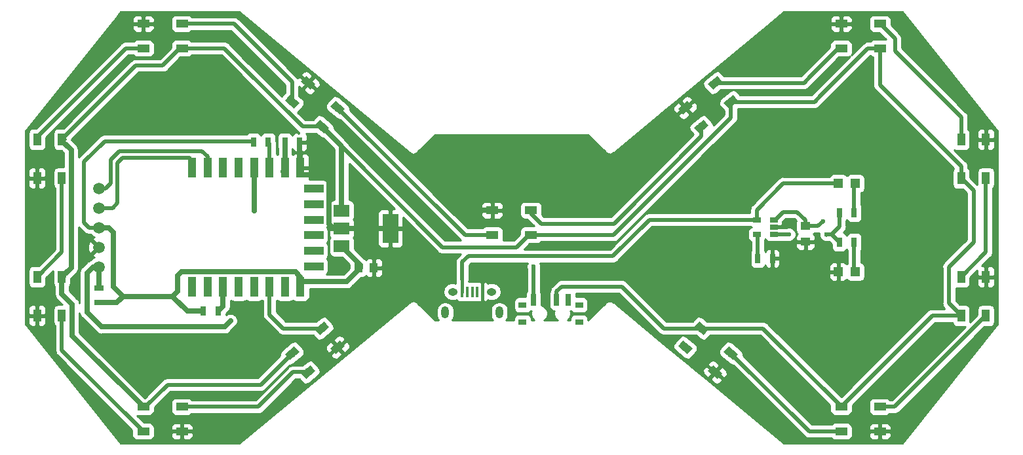
<source format=gtl>
G04 #@! TF.GenerationSoftware,KiCad,Pcbnew,(5.0.2-5-10.14)*
G04 #@! TF.CreationDate,2019-03-11T19:31:18-04:00*
G04 #@! TF.ProjectId,glowtie,676c6f77-7469-4652-9e6b-696361645f70,rev?*
G04 #@! TF.SameCoordinates,Original*
G04 #@! TF.FileFunction,Copper,L1,Top*
G04 #@! TF.FilePolarity,Positive*
%FSLAX46Y46*%
G04 Gerber Fmt 4.6, Leading zero omitted, Abs format (unit mm)*
G04 Created by KiCad (PCBNEW (5.0.2-5-10.14)) date Monday, March 11, 2019 at 07:31:18 PM*
%MOMM*%
%LPD*%
G01*
G04 APERTURE LIST*
G04 #@! TA.AperFunction,SMDPad,CuDef*
%ADD10C,1.000000*%
G04 #@! TD*
G04 #@! TA.AperFunction,Conductor*
%ADD11C,0.100000*%
G04 #@! TD*
G04 #@! TA.AperFunction,SMDPad,CuDef*
%ADD12R,1.600000X1.000000*%
G04 #@! TD*
G04 #@! TA.AperFunction,SMDPad,CuDef*
%ADD13R,1.000000X1.600000*%
G04 #@! TD*
G04 #@! TA.AperFunction,SMDPad,CuDef*
%ADD14R,0.700000X1.500000*%
G04 #@! TD*
G04 #@! TA.AperFunction,SMDPad,CuDef*
%ADD15R,1.000000X0.800000*%
G04 #@! TD*
G04 #@! TA.AperFunction,SMDPad,CuDef*
%ADD16R,2.000000X3.800000*%
G04 #@! TD*
G04 #@! TA.AperFunction,SMDPad,CuDef*
%ADD17R,2.000000X1.500000*%
G04 #@! TD*
G04 #@! TA.AperFunction,SMDPad,CuDef*
%ADD18R,1.100000X2.500000*%
G04 #@! TD*
G04 #@! TA.AperFunction,SMDPad,CuDef*
%ADD19R,2.500000X1.100000*%
G04 #@! TD*
G04 #@! TA.AperFunction,SMDPad,CuDef*
%ADD20R,1.060000X0.650000*%
G04 #@! TD*
G04 #@! TA.AperFunction,SMDPad,CuDef*
%ADD21R,1.000000X1.250000*%
G04 #@! TD*
G04 #@! TA.AperFunction,SMDPad,CuDef*
%ADD22R,1.250000X1.000000*%
G04 #@! TD*
G04 #@! TA.AperFunction,SMDPad,CuDef*
%ADD23R,1.200000X1.200000*%
G04 #@! TD*
G04 #@! TA.AperFunction,ComponentPad*
%ADD24O,1.000000X1.550000*%
G04 #@! TD*
G04 #@! TA.AperFunction,ComponentPad*
%ADD25O,1.250000X0.950000*%
G04 #@! TD*
G04 #@! TA.AperFunction,SMDPad,CuDef*
%ADD26R,0.400000X1.350000*%
G04 #@! TD*
G04 #@! TA.AperFunction,SMDPad,CuDef*
%ADD27R,0.700000X1.300000*%
G04 #@! TD*
G04 #@! TA.AperFunction,SMDPad,CuDef*
%ADD28R,1.300000X0.700000*%
G04 #@! TD*
G04 #@! TA.AperFunction,BGAPad,CuDef*
%ADD29C,1.500000*%
G04 #@! TD*
G04 #@! TA.AperFunction,ViaPad*
%ADD30C,0.600000*%
G04 #@! TD*
G04 #@! TA.AperFunction,Conductor*
%ADD31C,0.508000*%
G04 #@! TD*
G04 #@! TA.AperFunction,Conductor*
%ADD32C,0.254000*%
G04 #@! TD*
G04 #@! TA.AperFunction,Conductor*
%ADD33C,0.635000*%
G04 #@! TD*
G04 #@! TA.AperFunction,Conductor*
%ADD34C,0.500000*%
G04 #@! TD*
G04 #@! TA.AperFunction,Conductor*
%ADD35C,0.381000*%
G04 #@! TD*
G04 APERTURE END LIST*
D10*
G04 #@! TO.P,LED1,3*
G04 #@! TO.N,GND*
X53743571Y-56768702D03*
D11*
G04 #@! TD*
G04 #@! TO.N,GND*
G04 #@! TO.C,LED1*
G36*
X53452129Y-57665954D02*
X52809342Y-56899910D01*
X54035013Y-55871450D01*
X54677800Y-56637494D01*
X53452129Y-57665954D01*
X53452129Y-57665954D01*
G37*
D10*
G04 #@! TO.P,LED1,4*
G04 #@! TO.N,LED_SIG*
X51686651Y-54317360D03*
D11*
G04 #@! TD*
G04 #@! TO.N,LED_SIG*
G04 #@! TO.C,LED1*
G36*
X51395209Y-55214612D02*
X50752422Y-54448568D01*
X51978093Y-53420108D01*
X52620880Y-54186152D01*
X51395209Y-55214612D01*
X51395209Y-55214612D01*
G37*
D10*
G04 #@! TO.P,LED1,2*
G04 #@! TO.N,Net-(LED1-Pad2)*
X49913349Y-59982640D03*
D11*
G04 #@! TD*
G04 #@! TO.N,Net-(LED1-Pad2)*
G04 #@! TO.C,LED1*
G36*
X49621907Y-60879892D02*
X48979120Y-60113848D01*
X50204791Y-59085388D01*
X50847578Y-59851432D01*
X49621907Y-60879892D01*
X49621907Y-60879892D01*
G37*
D10*
G04 #@! TO.P,LED1,1*
G04 #@! TO.N,+BATT*
X47856429Y-57531298D03*
D11*
G04 #@! TD*
G04 #@! TO.N,+BATT*
G04 #@! TO.C,LED1*
G36*
X47564987Y-58428550D02*
X46922200Y-57662506D01*
X48147871Y-56634046D01*
X48790658Y-57400090D01*
X47564987Y-58428550D01*
X47564987Y-58428550D01*
G37*
D12*
G04 #@! TO.P,LED2,3*
G04 #@! TO.N,GND*
X33615000Y-67640000D03*
G04 #@! TO.P,LED2,4*
G04 #@! TO.N,Net-(LED1-Pad2)*
X33615000Y-64440000D03*
G04 #@! TO.P,LED2,2*
G04 #@! TO.N,Net-(LED2-Pad2)*
X28615000Y-67640000D03*
G04 #@! TO.P,LED2,1*
G04 #@! TO.N,+BATT*
X28615000Y-64440000D03*
G04 #@! TD*
D13*
G04 #@! TO.P,LED3,3*
G04 #@! TO.N,GND*
X14910000Y-52665000D03*
G04 #@! TO.P,LED3,4*
G04 #@! TO.N,Net-(LED2-Pad2)*
X18110000Y-52665000D03*
G04 #@! TO.P,LED3,2*
G04 #@! TO.N,Net-(LED3-Pad2)*
X14910000Y-47665000D03*
G04 #@! TO.P,LED3,1*
G04 #@! TO.N,+BATT*
X18110000Y-47665000D03*
G04 #@! TD*
G04 #@! TO.P,LED4,3*
G04 #@! TO.N,GND*
X14910000Y-34885000D03*
G04 #@! TO.P,LED4,4*
G04 #@! TO.N,Net-(LED3-Pad2)*
X18110000Y-34885000D03*
G04 #@! TO.P,LED4,2*
G04 #@! TO.N,Net-(LED4-Pad2)*
X14910000Y-29885000D03*
G04 #@! TO.P,LED4,1*
G04 #@! TO.N,+BATT*
X18110000Y-29885000D03*
G04 #@! TD*
D12*
G04 #@! TO.P,LED5,3*
G04 #@! TO.N,GND*
X28615000Y-14910000D03*
G04 #@! TO.P,LED5,4*
G04 #@! TO.N,Net-(LED4-Pad2)*
X28615000Y-18110000D03*
G04 #@! TO.P,LED5,2*
G04 #@! TO.N,Net-(LED5-Pad2)*
X33615000Y-14910000D03*
G04 #@! TO.P,LED5,1*
G04 #@! TO.N,+BATT*
X33615000Y-18110000D03*
G04 #@! TD*
D10*
G04 #@! TO.P,LED6,3*
G04 #@! TO.N,GND*
X49913349Y-22567360D03*
D11*
G04 #@! TD*
G04 #@! TO.N,GND*
G04 #@! TO.C,LED6*
G36*
X50847578Y-22698568D02*
X50204791Y-23464612D01*
X48979120Y-22436152D01*
X49621907Y-21670108D01*
X50847578Y-22698568D01*
X50847578Y-22698568D01*
G37*
D10*
G04 #@! TO.P,LED6,4*
G04 #@! TO.N,Net-(LED5-Pad2)*
X47856429Y-25018702D03*
D11*
G04 #@! TD*
G04 #@! TO.N,Net-(LED5-Pad2)*
G04 #@! TO.C,LED6*
G36*
X48790658Y-25149910D02*
X48147871Y-25915954D01*
X46922200Y-24887494D01*
X47564987Y-24121450D01*
X48790658Y-25149910D01*
X48790658Y-25149910D01*
G37*
D10*
G04 #@! TO.P,LED6,2*
G04 #@! TO.N,Net-(LED6-Pad2)*
X53743571Y-25781298D03*
D11*
G04 #@! TD*
G04 #@! TO.N,Net-(LED6-Pad2)*
G04 #@! TO.C,LED6*
G36*
X54677800Y-25912506D02*
X54035013Y-26678550D01*
X52809342Y-25650090D01*
X53452129Y-24884046D01*
X54677800Y-25912506D01*
X54677800Y-25912506D01*
G37*
D10*
G04 #@! TO.P,LED6,1*
G04 #@! TO.N,+BATT*
X51686651Y-28232640D03*
D11*
G04 #@! TD*
G04 #@! TO.N,+BATT*
G04 #@! TO.C,LED6*
G36*
X52620880Y-28363848D02*
X51978093Y-29129892D01*
X50752422Y-28101432D01*
X51395209Y-27335388D01*
X52620880Y-28363848D01*
X52620880Y-28363848D01*
G37*
D12*
G04 #@! TO.P,LED7,3*
G04 #@! TO.N,GND*
X73700000Y-39040000D03*
G04 #@! TO.P,LED7,4*
G04 #@! TO.N,Net-(LED6-Pad2)*
X73700000Y-42240000D03*
G04 #@! TO.P,LED7,2*
G04 #@! TO.N,Net-(LED7-Pad2)*
X78700000Y-39040000D03*
G04 #@! TO.P,LED7,1*
G04 #@! TO.N,+BATT*
X78700000Y-42240000D03*
G04 #@! TD*
D10*
G04 #@! TO.P,LED8,3*
G04 #@! TO.N,GND*
X98656429Y-25781298D03*
D11*
G04 #@! TD*
G04 #@! TO.N,GND*
G04 #@! TO.C,LED8*
G36*
X98947871Y-24884046D02*
X99590658Y-25650090D01*
X98364987Y-26678550D01*
X97722200Y-25912506D01*
X98947871Y-24884046D01*
X98947871Y-24884046D01*
G37*
D10*
G04 #@! TO.P,LED8,4*
G04 #@! TO.N,Net-(LED7-Pad2)*
X100713349Y-28232640D03*
D11*
G04 #@! TD*
G04 #@! TO.N,Net-(LED7-Pad2)*
G04 #@! TO.C,LED8*
G36*
X101004791Y-27335388D02*
X101647578Y-28101432D01*
X100421907Y-29129892D01*
X99779120Y-28363848D01*
X101004791Y-27335388D01*
X101004791Y-27335388D01*
G37*
D10*
G04 #@! TO.P,LED8,2*
G04 #@! TO.N,Net-(LED8-Pad2)*
X102486651Y-22567360D03*
D11*
G04 #@! TD*
G04 #@! TO.N,Net-(LED8-Pad2)*
G04 #@! TO.C,LED8*
G36*
X102778093Y-21670108D02*
X103420880Y-22436152D01*
X102195209Y-23464612D01*
X101552422Y-22698568D01*
X102778093Y-21670108D01*
X102778093Y-21670108D01*
G37*
D10*
G04 #@! TO.P,LED8,1*
G04 #@! TO.N,+BATT*
X104543571Y-25018702D03*
D11*
G04 #@! TD*
G04 #@! TO.N,+BATT*
G04 #@! TO.C,LED8*
G36*
X104835013Y-24121450D02*
X105477800Y-24887494D01*
X104252129Y-25915954D01*
X103609342Y-25149910D01*
X104835013Y-24121450D01*
X104835013Y-24121450D01*
G37*
D12*
G04 #@! TO.P,LED9,3*
G04 #@! TO.N,GND*
X118785000Y-14910000D03*
G04 #@! TO.P,LED9,4*
G04 #@! TO.N,Net-(LED8-Pad2)*
X118785000Y-18110000D03*
G04 #@! TO.P,LED9,2*
G04 #@! TO.N,Net-(LED10-Pad4)*
X123785000Y-14910000D03*
G04 #@! TO.P,LED9,1*
G04 #@! TO.N,+BATT*
X123785000Y-18110000D03*
G04 #@! TD*
D14*
G04 #@! TO.P,SW1,1*
G04 #@! TO.N,Net-(10uF2-Pad1)*
X79030000Y-50640000D03*
G04 #@! TO.P,SW1,2*
G04 #@! TO.N,+BATT*
X82030000Y-50640000D03*
G04 #@! TO.P,SW1,3*
G04 #@! TO.N,Net-(SW1-Pad3)*
X83530000Y-50640000D03*
D15*
G04 #@! TO.P,SW1,*
G04 #@! TO.N,*
X77630000Y-53500000D03*
X84930000Y-53500000D03*
X84930000Y-51290000D03*
X77630000Y-51290000D03*
G04 #@! TD*
D13*
G04 #@! TO.P,LED10,3*
G04 #@! TO.N,GND*
X137490000Y-29885000D03*
G04 #@! TO.P,LED10,4*
G04 #@! TO.N,Net-(LED10-Pad4)*
X134290000Y-29885000D03*
G04 #@! TO.P,LED10,2*
G04 #@! TO.N,Net-(LED10-Pad2)*
X137490000Y-34885000D03*
G04 #@! TO.P,LED10,1*
G04 #@! TO.N,+BATT*
X134290000Y-34885000D03*
G04 #@! TD*
G04 #@! TO.P,LED11,3*
G04 #@! TO.N,GND*
X137490000Y-47665000D03*
G04 #@! TO.P,LED11,4*
G04 #@! TO.N,Net-(LED10-Pad2)*
X134290000Y-47665000D03*
G04 #@! TO.P,LED11,2*
G04 #@! TO.N,Net-(LED11-Pad2)*
X137490000Y-52665000D03*
G04 #@! TO.P,LED11,1*
G04 #@! TO.N,+BATT*
X134290000Y-52665000D03*
G04 #@! TD*
D12*
G04 #@! TO.P,LED12,3*
G04 #@! TO.N,GND*
X123785000Y-67640000D03*
G04 #@! TO.P,LED12,4*
G04 #@! TO.N,Net-(LED11-Pad2)*
X123785000Y-64440000D03*
G04 #@! TO.P,LED12,2*
G04 #@! TO.N,Net-(LED12-Pad2)*
X118785000Y-67640000D03*
G04 #@! TO.P,LED12,1*
G04 #@! TO.N,+BATT*
X118785000Y-64440000D03*
G04 #@! TD*
D10*
G04 #@! TO.P,LED13,3*
G04 #@! TO.N,GND*
X102486651Y-59982640D03*
D11*
G04 #@! TD*
G04 #@! TO.N,GND*
G04 #@! TO.C,LED13*
G36*
X101552422Y-59851432D02*
X102195209Y-59085388D01*
X103420880Y-60113848D01*
X102778093Y-60879892D01*
X101552422Y-59851432D01*
X101552422Y-59851432D01*
G37*
D10*
G04 #@! TO.P,LED13,4*
G04 #@! TO.N,Net-(LED12-Pad2)*
X104543571Y-57531298D03*
D11*
G04 #@! TD*
G04 #@! TO.N,Net-(LED12-Pad2)*
G04 #@! TO.C,LED13*
G36*
X103609342Y-57400090D02*
X104252129Y-56634046D01*
X105477800Y-57662506D01*
X104835013Y-58428550D01*
X103609342Y-57400090D01*
X103609342Y-57400090D01*
G37*
D10*
G04 #@! TO.P,LED13,2*
G04 #@! TO.N,Net-(LED13-Pad2)*
X98656429Y-56768702D03*
D11*
G04 #@! TD*
G04 #@! TO.N,Net-(LED13-Pad2)*
G04 #@! TO.C,LED13*
G36*
X97722200Y-56637494D02*
X98364987Y-55871450D01*
X99590658Y-56899910D01*
X98947871Y-57665954D01*
X97722200Y-56637494D01*
X97722200Y-56637494D01*
G37*
D10*
G04 #@! TO.P,LED13,1*
G04 #@! TO.N,+BATT*
X100713349Y-54317360D03*
D11*
G04 #@! TD*
G04 #@! TO.N,+BATT*
G04 #@! TO.C,LED13*
G36*
X99779120Y-54186152D02*
X100421907Y-53420108D01*
X101647578Y-54448568D01*
X101004791Y-55214612D01*
X99779120Y-54186152D01*
X99779120Y-54186152D01*
G37*
D16*
G04 #@! TO.P,U2,4*
G04 #@! TO.N,GND*
X60554000Y-41402000D03*
D17*
G04 #@! TO.P,U2,2*
X54254000Y-41402000D03*
G04 #@! TO.P,U2,3*
G04 #@! TO.N,+3V3*
X54254000Y-43702000D03*
G04 #@! TO.P,U2,1*
G04 #@! TO.N,+BATT*
X54254000Y-39102000D03*
G04 #@! TD*
D18*
G04 #@! TO.P,U3,1*
G04 #@! TO.N,Net-(U3-Pad1)*
X34925000Y-48960000D03*
G04 #@! TO.P,U3,2*
G04 #@! TO.N,Net-(U3-Pad2)*
X36925000Y-48960000D03*
G04 #@! TO.P,U3,3*
G04 #@! TO.N,Net-(R1-Pad2)*
X38925000Y-48960000D03*
G04 #@! TO.P,U3,4*
G04 #@! TO.N,Net-(U3-Pad4)*
X40925000Y-48960000D03*
G04 #@! TO.P,U3,5*
G04 #@! TO.N,Net-(U3-Pad5)*
X42925000Y-48960000D03*
G04 #@! TO.P,U3,6*
G04 #@! TO.N,LED_SIG*
X44925000Y-48960000D03*
G04 #@! TO.P,U3,7*
G04 #@! TO.N,Net-(U3-Pad7)*
X46925000Y-48960000D03*
G04 #@! TO.P,U3,8*
G04 #@! TO.N,+3V3*
X48925000Y-48960000D03*
G04 #@! TO.P,U3,9*
G04 #@! TO.N,GND*
X48925000Y-33560000D03*
G04 #@! TO.P,U3,10*
G04 #@! TO.N,Net-(R3-Pad1)*
X46925000Y-33560000D03*
G04 #@! TO.P,U3,11*
G04 #@! TO.N,Net-(R5-Pad2)*
X44925000Y-33560000D03*
G04 #@! TO.P,U3,12*
G04 #@! TO.N,Net-(J5-Pad1)*
X42925000Y-33560000D03*
G04 #@! TO.P,U3,13*
G04 #@! TO.N,Net-(U3-Pad13)*
X40925000Y-33560000D03*
G04 #@! TO.P,U3,14*
G04 #@! TO.N,Net-(U3-Pad14)*
X38925000Y-33560000D03*
G04 #@! TO.P,U3,15*
G04 #@! TO.N,Net-(J2-Pad1)*
X36925000Y-33560000D03*
G04 #@! TO.P,U3,16*
G04 #@! TO.N,Net-(J4-Pad1)*
X34925000Y-33560000D03*
D19*
G04 #@! TO.P,U3,17*
G04 #@! TO.N,Net-(U3-Pad17)*
X50625000Y-46270000D03*
G04 #@! TO.P,U3,18*
G04 #@! TO.N,Net-(U3-Pad18)*
X50625000Y-44270000D03*
G04 #@! TO.P,U3,19*
G04 #@! TO.N,Net-(U3-Pad19)*
X50625000Y-42270000D03*
G04 #@! TO.P,U3,20*
G04 #@! TO.N,Net-(U3-Pad20)*
X50625000Y-40270000D03*
G04 #@! TO.P,U3,21*
G04 #@! TO.N,Net-(U3-Pad21)*
X50625000Y-38270000D03*
G04 #@! TO.P,U3,22*
G04 #@! TO.N,Net-(U3-Pad22)*
X50625000Y-36270000D03*
G04 #@! TD*
D20*
G04 #@! TO.P,U1,1*
G04 #@! TO.N,Net-(R470-Pad1)*
X110066000Y-42161500D03*
G04 #@! TO.P,U1,2*
G04 #@! TO.N,GND*
X110066000Y-41211500D03*
G04 #@! TO.P,U1,3*
G04 #@! TO.N,Net-(10uF2-Pad1)*
X110066000Y-40261500D03*
G04 #@! TO.P,U1,4*
G04 #@! TO.N,Net-(D1-Pad2)*
X107866000Y-40261500D03*
G04 #@! TO.P,U1,5*
G04 #@! TO.N,Net-(R2-Pad1)*
X107866000Y-42161500D03*
G04 #@! TD*
D21*
G04 #@! TO.P,1uF3,1*
G04 #@! TO.N,+3V3*
X56404000Y-46482000D03*
G04 #@! TO.P,1uF3,2*
G04 #@! TO.N,GND*
X58404000Y-46482000D03*
G04 #@! TD*
D22*
G04 #@! TO.P,10uF2,1*
G04 #@! TO.N,Net-(10uF2-Pad1)*
X114173000Y-41100500D03*
G04 #@! TO.P,10uF2,2*
G04 #@! TO.N,GND*
X114173000Y-43100500D03*
G04 #@! TD*
D23*
G04 #@! TO.P,D1,2*
G04 #@! TO.N,Net-(D1-Pad2)*
X118407000Y-35560000D03*
G04 #@! TO.P,D1,1*
G04 #@! TO.N,Net-(D1-Pad1)*
X120607000Y-35560000D03*
G04 #@! TD*
G04 #@! TO.P,D2,2*
G04 #@! TO.N,Net-(D2-Pad2)*
X120607000Y-46990000D03*
G04 #@! TO.P,D2,1*
G04 #@! TO.N,GND*
X118407000Y-46990000D03*
G04 #@! TD*
D24*
G04 #@! TO.P,J1,6*
G04 #@! TO.N,Net-(J1-Pad6)*
X74620000Y-52277000D03*
X67620000Y-52277000D03*
D25*
X73620000Y-49577000D03*
X68620000Y-49577000D03*
D26*
G04 #@! TO.P,J1,5*
G04 #@! TO.N,GND*
X72420000Y-49577000D03*
G04 #@! TO.P,J1,4*
G04 #@! TO.N,Net-(J1-Pad4)*
X71770000Y-49577000D03*
G04 #@! TO.P,J1,3*
G04 #@! TO.N,Net-(J1-Pad3)*
X71120000Y-49577000D03*
G04 #@! TO.P,J1,2*
G04 #@! TO.N,Net-(J1-Pad2)*
X70470000Y-49577000D03*
G04 #@! TO.P,J1,1*
G04 #@! TO.N,Net-(D1-Pad2)*
X69820000Y-49577000D03*
G04 #@! TD*
D27*
G04 #@! TO.P,R1,1*
G04 #@! TO.N,+3V3*
X36388000Y-52070000D03*
G04 #@! TO.P,R1,2*
G04 #@! TO.N,Net-(R1-Pad2)*
X38288000Y-52070000D03*
G04 #@! TD*
G04 #@! TO.P,R2,1*
G04 #@! TO.N,Net-(R2-Pad1)*
X108016000Y-45275500D03*
G04 #@! TO.P,R2,2*
G04 #@! TO.N,GND*
X109916000Y-45275500D03*
G04 #@! TD*
G04 #@! TO.P,R3,1*
G04 #@! TO.N,Net-(R3-Pad1)*
X46929000Y-30226000D03*
G04 #@! TO.P,R3,2*
G04 #@! TO.N,GND*
X48829000Y-30226000D03*
G04 #@! TD*
D28*
G04 #@! TO.P,R4,1*
G04 #@! TO.N,+3V3*
X22860000Y-50988000D03*
G04 #@! TO.P,R4,2*
G04 #@! TO.N,Net-(J5-Pad1)*
X22860000Y-49088000D03*
G04 #@! TD*
D27*
G04 #@! TO.P,R5,1*
G04 #@! TO.N,+3V3*
X42865000Y-30226000D03*
G04 #@! TO.P,R5,2*
G04 #@! TO.N,Net-(R5-Pad2)*
X44765000Y-30226000D03*
G04 #@! TD*
G04 #@! TO.P,R470,1*
G04 #@! TO.N,Net-(R470-Pad1)*
X118557000Y-39370000D03*
G04 #@! TO.P,R470,2*
G04 #@! TO.N,Net-(D1-Pad1)*
X120457000Y-39370000D03*
G04 #@! TD*
G04 #@! TO.P,R470_1,1*
G04 #@! TO.N,Net-(R470-Pad1)*
X118557000Y-43180000D03*
G04 #@! TO.P,R470_1,2*
G04 #@! TO.N,Net-(D2-Pad2)*
X120457000Y-43180000D03*
G04 #@! TD*
D29*
G04 #@! TO.P,J2,1*
G04 #@! TO.N,Net-(J2-Pad1)*
X22860000Y-36195000D03*
G04 #@! TD*
G04 #@! TO.P,J4,1*
G04 #@! TO.N,Net-(J4-Pad1)*
X22860000Y-38735000D03*
G04 #@! TD*
G04 #@! TO.P,J5,1*
G04 #@! TO.N,Net-(J5-Pad1)*
X22860000Y-46355000D03*
G04 #@! TD*
G04 #@! TO.P,J10,1*
G04 #@! TO.N,+3V3*
X22860000Y-41275000D03*
G04 #@! TD*
G04 #@! TO.P,J11,1*
G04 #@! TO.N,GND*
X22860000Y-43815000D03*
G04 #@! TD*
D30*
G04 #@! TO.N,GND*
X112014000Y-40576500D03*
X115951000Y-44132500D03*
X71501000Y-38989000D03*
X63119000Y-41402000D03*
X113030000Y-20574000D03*
X51816000Y-32639000D03*
X21590000Y-42545000D03*
X44450000Y-27051000D03*
G04 #@! TO.N,Net-(10uF2-Pad1)*
X79057500Y-46291500D03*
X116459000Y-40449500D03*
G04 #@! TO.N,Net-(R470-Pad1)*
X116840000Y-42164000D03*
X112014000Y-42164000D03*
G04 #@! TO.N,Net-(J5-Pad1)*
X42926000Y-39116000D03*
X39878000Y-53340000D03*
G04 #@! TD*
D31*
G04 #@! TO.N,GND*
X110066000Y-41211500D02*
X111379000Y-41211500D01*
X111379000Y-41211500D02*
X112014000Y-40576500D01*
D32*
X72420000Y-50643000D02*
X72420000Y-49577000D01*
D33*
X73649000Y-38989000D02*
X71501000Y-38989000D01*
D31*
X63119000Y-41402000D02*
X60554000Y-41402000D01*
D33*
X73649000Y-38989000D02*
X73700000Y-39040000D01*
X48829000Y-30226000D02*
X48829000Y-34164000D01*
X48829000Y-34164000D02*
X48925000Y-34260000D01*
D31*
X98425000Y-25549869D02*
X98656429Y-25781298D01*
X51816000Y-34417000D02*
X51816000Y-32639000D01*
D33*
X52578000Y-35179000D02*
X51816000Y-34417000D01*
X53213000Y-41402000D02*
X52578000Y-40767000D01*
X52578000Y-40767000D02*
X52578000Y-35179000D01*
X54254000Y-41402000D02*
X53213000Y-41402000D01*
X51816000Y-34417000D02*
X49082000Y-34417000D01*
X49082000Y-34417000D02*
X48925000Y-34260000D01*
X54254000Y-41402000D02*
X60554000Y-41402000D01*
D34*
X14910000Y-34885000D02*
X14910000Y-35255000D01*
X49913349Y-22567360D02*
X49872360Y-22567360D01*
X137490000Y-47665000D02*
X137755000Y-47665000D01*
D35*
X72420000Y-47934400D02*
X72415400Y-47929800D01*
X72420000Y-49577000D02*
X72420000Y-47934400D01*
X72420000Y-49577000D02*
X72420000Y-51147500D01*
D33*
G04 #@! TO.N,+3V3*
X22860000Y-50988000D02*
X25212000Y-50988000D01*
X25212000Y-50988000D02*
X26035000Y-50165000D01*
X36388000Y-52070000D02*
X34290000Y-52070000D01*
X34290000Y-52070000D02*
X32385000Y-50165000D01*
D31*
X42738000Y-30099000D02*
X41148000Y-30099000D01*
X21590000Y-41275000D02*
X20955000Y-40640000D01*
X20955000Y-40640000D02*
X20955000Y-32766000D01*
X20955000Y-32766000D02*
X23622000Y-30099000D01*
X23622000Y-30099000D02*
X41148000Y-30099000D01*
X21590000Y-41275000D02*
X22860000Y-41275000D01*
X42738000Y-30099000D02*
X42865000Y-30226000D01*
D33*
X33020000Y-47498000D02*
X33020000Y-49530000D01*
X33020000Y-49530000D02*
X32385000Y-50165000D01*
X32385000Y-50165000D02*
X26035000Y-50165000D01*
X33020000Y-47498000D02*
X33528000Y-46990000D01*
X24130000Y-41275000D02*
X22860000Y-41275000D01*
X24765000Y-41910000D02*
X24130000Y-41275000D01*
X24765000Y-48895000D02*
X24765000Y-41910000D01*
X26035000Y-50165000D02*
X24765000Y-48895000D01*
X48925000Y-48260000D02*
X54864000Y-48260000D01*
X54864000Y-48260000D02*
X54876000Y-48260000D01*
X54876000Y-48260000D02*
X56654000Y-46482000D01*
X56654000Y-46482000D02*
X56654000Y-46102000D01*
X56654000Y-46102000D02*
X54254000Y-43702000D01*
D31*
X48925000Y-47655000D02*
X48925000Y-48260000D01*
D33*
X48260000Y-46990000D02*
X48925000Y-47655000D01*
X33528000Y-46990000D02*
X48260000Y-46990000D01*
D31*
G04 #@! TO.N,Net-(J2-Pad1)*
X22860000Y-36195000D02*
X23749000Y-36195000D01*
X36925000Y-32099000D02*
X36925000Y-34260000D01*
X36195000Y-31369000D02*
X36925000Y-32099000D01*
X25527000Y-31369000D02*
X36195000Y-31369000D01*
X24384000Y-32512000D02*
X25527000Y-31369000D01*
X24384000Y-35560000D02*
X24384000Y-32512000D01*
X23749000Y-36195000D02*
X24384000Y-35560000D01*
D32*
X36925000Y-34260000D02*
X36925000Y-32861000D01*
X36925000Y-32480000D02*
X36925000Y-34260000D01*
D31*
G04 #@! TO.N,Net-(J4-Pad1)*
X33274000Y-32258000D02*
X34544000Y-32258000D01*
X24638000Y-38735000D02*
X25273000Y-38100000D01*
X25273000Y-38100000D02*
X25273000Y-32893000D01*
X25273000Y-32893000D02*
X25908000Y-32258000D01*
X25908000Y-32258000D02*
X33274000Y-32258000D01*
X22860000Y-38735000D02*
X24638000Y-38735000D01*
X34544000Y-32258000D02*
X34925000Y-32639000D01*
X34925000Y-32639000D02*
X34925000Y-34260000D01*
X34925000Y-33909000D02*
X34925000Y-34260000D01*
D32*
X34925000Y-34260000D02*
X34925000Y-33655000D01*
X22860000Y-38735000D02*
X22225000Y-38735000D01*
D34*
G04 #@! TO.N,Net-(LED1-Pad2)*
X33615000Y-64440000D02*
X43510000Y-64440000D01*
X47967360Y-59982640D02*
X49913349Y-59982640D01*
X43510000Y-64440000D02*
X47967360Y-59982640D01*
G04 #@! TO.N,Net-(LED2-Pad2)*
X18110000Y-52665000D02*
X18110000Y-57135000D01*
X18110000Y-57135000D02*
X28615000Y-67640000D01*
G04 #@! TO.N,Net-(LED3-Pad2)*
X18110000Y-34885000D02*
X18110000Y-44465000D01*
X18110000Y-44465000D02*
X14910000Y-47665000D01*
G04 #@! TO.N,Net-(LED4-Pad2)*
X14910000Y-29885000D02*
X14910000Y-29540000D01*
X14910000Y-29540000D02*
X26340000Y-18110000D01*
X26340000Y-18110000D02*
X28615000Y-18110000D01*
G04 #@! TO.N,Net-(LED5-Pad2)*
X47856429Y-25018702D02*
X47856429Y-22456429D01*
X40310000Y-14910000D02*
X33615000Y-14910000D01*
X47856429Y-22456429D02*
X40310000Y-14910000D01*
G04 #@! TO.N,Net-(LED6-Pad2)*
X73700000Y-42240000D02*
X70202273Y-42240000D01*
X70202273Y-42240000D02*
X53743571Y-25781298D01*
D31*
G04 #@! TO.N,Net-(LED7-Pad2)*
X78700000Y-39040000D02*
X78700000Y-39457000D01*
X78700000Y-39457000D02*
X80010000Y-40767000D01*
X80010000Y-40767000D02*
X89408000Y-40767000D01*
X89408000Y-40767000D02*
X100713349Y-29461651D01*
X100713349Y-29461651D02*
X100713349Y-28232640D01*
D34*
G04 #@! TO.N,Net-(LED8-Pad2)*
X102486651Y-22567360D02*
X113957640Y-22567360D01*
X113957640Y-22567360D02*
X114935000Y-21590000D01*
X118785000Y-18110000D02*
X118415000Y-18110000D01*
X118415000Y-18110000D02*
X114935000Y-21590000D01*
X114935000Y-21590000D02*
X114592640Y-21932360D01*
G04 #@! TO.N,Net-(LED10-Pad4)*
X134290000Y-29885000D02*
X134290000Y-26975000D01*
X125730000Y-16855000D02*
X123785000Y-14910000D01*
X125730000Y-18415000D02*
X125730000Y-16855000D01*
X134290000Y-26975000D02*
X125730000Y-18415000D01*
G04 #@! TO.N,Net-(LED10-Pad2)*
X137490000Y-40945000D02*
X137490000Y-44465000D01*
X137490000Y-34885000D02*
X137490000Y-40945000D01*
X137490000Y-44465000D02*
X134290000Y-47665000D01*
G04 #@! TO.N,Net-(LED11-Pad2)*
X123785000Y-64440000D02*
X125715000Y-64440000D01*
X125715000Y-64440000D02*
X137490000Y-52665000D01*
G04 #@! TO.N,Net-(LED12-Pad2)*
X118785000Y-67640000D02*
X114652273Y-67640000D01*
X114652273Y-67640000D02*
X104543571Y-57531298D01*
D31*
G04 #@! TO.N,Net-(R2-Pad1)*
X108016000Y-45275500D02*
X108016000Y-42311500D01*
X108016000Y-42311500D02*
X107866000Y-42161500D01*
G04 #@! TO.N,Net-(D1-Pad2)*
X107866000Y-40261500D02*
X93977500Y-40261500D01*
X93977500Y-40261500D02*
X89281000Y-44958000D01*
X86614000Y-44958000D02*
X89281000Y-44958000D01*
X86614000Y-44958000D02*
X86741000Y-44958000D01*
X111315500Y-35560000D02*
X118407000Y-35560000D01*
X107866000Y-39009500D02*
X111315500Y-35560000D01*
X107866000Y-40261500D02*
X107866000Y-39009500D01*
G04 #@! TO.N,Net-(10uF2-Pad1)*
X110066000Y-40261500D02*
X110233500Y-40261500D01*
X110233500Y-40261500D02*
X111252000Y-39243000D01*
X111252000Y-39243000D02*
X113093500Y-39243000D01*
X113093500Y-39243000D02*
X114173000Y-40322500D01*
X114173000Y-40322500D02*
X114173000Y-41100500D01*
X79030000Y-48859000D02*
X79030000Y-46319000D01*
X79030000Y-50640000D02*
X79030000Y-48859000D01*
X79030000Y-46319000D02*
X79057500Y-46291500D01*
X114173000Y-41100500D02*
X115808000Y-41100500D01*
X116459000Y-40449500D02*
X115808000Y-41100500D01*
G04 #@! TO.N,Net-(R470-Pad1)*
X110066000Y-42161500D02*
X112011500Y-42161500D01*
X116840000Y-42164000D02*
X116903500Y-42227500D01*
X112011500Y-42161500D02*
X112014000Y-42164000D01*
X116840000Y-42164000D02*
X116906000Y-42164000D01*
X117541000Y-42164000D02*
X118557000Y-43180000D01*
X116840000Y-42164000D02*
X117541000Y-42164000D01*
X118557000Y-41148000D02*
X118557000Y-39370000D01*
X117541000Y-42164000D02*
X118557000Y-41148000D01*
G04 #@! TO.N,Net-(D1-Pad1)*
X120457000Y-35710000D02*
X120607000Y-35560000D01*
X120457000Y-39370000D02*
X120457000Y-35710000D01*
G04 #@! TO.N,Net-(D2-Pad2)*
X120457000Y-46840000D02*
X120607000Y-46990000D01*
X120457000Y-43815000D02*
X120457000Y-46840000D01*
G04 #@! TO.N,+BATT*
X134290000Y-52665000D02*
X130560000Y-52665000D01*
X130560000Y-52665000D02*
X118785000Y-64440000D01*
X132715000Y-50800000D02*
X132715000Y-51090000D01*
D34*
X132715000Y-50800000D02*
X132715000Y-46355000D01*
X132715000Y-46355000D02*
X135890000Y-43180000D01*
X135890000Y-43180000D02*
X135890000Y-36485000D01*
X134290000Y-34885000D02*
X135890000Y-36485000D01*
D31*
X132715000Y-51090000D02*
X134290000Y-52665000D01*
X101536500Y-30035500D02*
X104521000Y-27051000D01*
X104521000Y-27051000D02*
X104521000Y-25041273D01*
X104521000Y-25041273D02*
X104543571Y-25018702D01*
X78700000Y-42240000D02*
X89332000Y-42240000D01*
X89332000Y-42240000D02*
X101536500Y-30035500D01*
X101536500Y-30035500D02*
X101600000Y-29972000D01*
X82030000Y-50640000D02*
X82030000Y-49542000D01*
X95846360Y-54317360D02*
X100713349Y-54317360D01*
X90424000Y-48895000D02*
X95846360Y-54317360D01*
X82677000Y-48895000D02*
X90424000Y-48895000D01*
X82030000Y-49542000D02*
X82677000Y-48895000D01*
D33*
X18110000Y-47665000D02*
X18110000Y-49860000D01*
X19431000Y-55256000D02*
X28615000Y-64440000D01*
X19431000Y-51181000D02*
X19431000Y-55256000D01*
X18110000Y-49860000D02*
X19431000Y-51181000D01*
X51686651Y-28232640D02*
X54102000Y-30647989D01*
X18110000Y-29885000D02*
X18110000Y-30048000D01*
X18110000Y-30048000D02*
X19304000Y-31242000D01*
X19304000Y-31242000D02*
X19304000Y-46471000D01*
X19304000Y-46471000D02*
X18110000Y-47665000D01*
X54254000Y-39102000D02*
X54254000Y-30799989D01*
D34*
X18110000Y-47665000D02*
X18375000Y-47665000D01*
X104543571Y-25018702D02*
X115316298Y-25018702D01*
X115316298Y-25018702D02*
X116205000Y-24130000D01*
X47507727Y-57880000D02*
X47856429Y-57531298D01*
X28615000Y-64440000D02*
X28905000Y-64440000D01*
X28905000Y-64440000D02*
X31750000Y-61595000D01*
X31750000Y-61595000D02*
X39370000Y-61595000D01*
X43792727Y-61595000D02*
X47856429Y-57531298D01*
X39370000Y-61595000D02*
X43792727Y-61595000D01*
X18110000Y-47665000D02*
X18110000Y-48590000D01*
X18110000Y-29885000D02*
X18455000Y-29885000D01*
X33615000Y-18110000D02*
X33325000Y-18110000D01*
X33325000Y-18110000D02*
X31115000Y-20320000D01*
X27675000Y-20320000D02*
X18110000Y-29885000D01*
X31115000Y-20320000D02*
X27675000Y-20320000D01*
X51686651Y-28232640D02*
X49187640Y-28232640D01*
X49187640Y-28232640D02*
X40957500Y-20002500D01*
X40957500Y-20002500D02*
X39065000Y-18110000D01*
X39065000Y-18110000D02*
X33615000Y-18110000D01*
X78700000Y-42240000D02*
X78410000Y-42240000D01*
X78410000Y-42240000D02*
X76835000Y-43815000D01*
X76835000Y-43815000D02*
X67269011Y-43815000D01*
X67269011Y-43815000D02*
X54102000Y-30647989D01*
X123785000Y-18110000D02*
X122225000Y-18110000D01*
X122225000Y-18110000D02*
X116205000Y-24130000D01*
X116205000Y-24130000D02*
X115951298Y-24383702D01*
X134290000Y-34885000D02*
X134290000Y-33325000D01*
X134290000Y-33325000D02*
X123785000Y-22820000D01*
X123785000Y-22820000D02*
X123785000Y-18110000D01*
X118785000Y-64440000D02*
X119075000Y-64440000D01*
X100713349Y-54317360D02*
X108585000Y-54317360D01*
X108585000Y-54317360D02*
X108662360Y-54317360D01*
X108662360Y-54317360D02*
X118785000Y-64440000D01*
D33*
G04 #@! TO.N,Net-(J5-Pad1)*
X21336000Y-52197000D02*
X23241000Y-54102000D01*
X21336000Y-47117000D02*
X21336000Y-52197000D01*
X22098000Y-46355000D02*
X21336000Y-47117000D01*
X42925000Y-39115000D02*
X42925000Y-34260000D01*
X42926000Y-39116000D02*
X42925000Y-39115000D01*
X39116000Y-54102000D02*
X39878000Y-53340000D01*
X23241000Y-54102000D02*
X39116000Y-54102000D01*
X22860000Y-46355000D02*
X22098000Y-46355000D01*
X22860000Y-49088000D02*
X22860000Y-46355000D01*
D32*
X22860000Y-46355000D02*
X22225000Y-46355000D01*
D34*
X42925000Y-34260000D02*
X42925000Y-32765000D01*
G04 #@! TO.N,LED_SIG*
X51686651Y-54317360D02*
X46697360Y-54317360D01*
X44925000Y-52545000D02*
X44925000Y-48260000D01*
X46697360Y-54317360D02*
X44925000Y-52545000D01*
D33*
G04 #@! TO.N,Net-(R1-Pad2)*
X38925000Y-48260000D02*
X38925000Y-51433000D01*
X38925000Y-51433000D02*
X38288000Y-52070000D01*
D32*
X38088000Y-52070000D02*
X38100000Y-52070000D01*
D33*
X38688000Y-48497000D02*
X38925000Y-48260000D01*
D34*
X38735000Y-48450000D02*
X38925000Y-48260000D01*
D33*
G04 #@! TO.N,Net-(R3-Pad1)*
X46925000Y-34260000D02*
X46925000Y-30230000D01*
X46925000Y-30230000D02*
X46929000Y-30226000D01*
X46656000Y-33991000D02*
X46925000Y-34260000D01*
D31*
G04 #@! TO.N,Net-(R5-Pad2)*
X44925000Y-34260000D02*
X44925000Y-30386000D01*
X44925000Y-30386000D02*
X44765000Y-30226000D01*
D33*
X44784000Y-34119000D02*
X44925000Y-34260000D01*
D34*
X44925000Y-34260000D02*
X44925000Y-32860000D01*
D32*
G04 #@! TO.N,Net-(D1-Pad2)*
X69820000Y-47752000D02*
X69820000Y-47036000D01*
D31*
X70612000Y-44958000D02*
X69820000Y-45750000D01*
X69820000Y-45750000D02*
X69820000Y-48006000D01*
X86614000Y-44958000D02*
X70612000Y-44958000D01*
D32*
X69820000Y-48006000D02*
X69820000Y-47752000D01*
X69820000Y-49577000D02*
X69820000Y-48006000D01*
D35*
X69820000Y-49577000D02*
X69820000Y-47752000D01*
G04 #@! TD*
D32*
G04 #@! TO.N,GND*
G36*
X62985987Y-31578689D02*
X63006144Y-31608856D01*
X63090097Y-31664952D01*
X63114904Y-31685506D01*
X63146084Y-31702361D01*
X63232727Y-31760254D01*
X63265089Y-31766691D01*
X63294121Y-31782385D01*
X63397790Y-31793088D01*
X63500000Y-31813419D01*
X63532365Y-31806981D01*
X63565190Y-31810370D01*
X63665064Y-31780585D01*
X63767273Y-31760254D01*
X63794710Y-31741922D01*
X63826335Y-31732490D01*
X63907207Y-31666753D01*
X63936665Y-31647070D01*
X63959437Y-31624298D01*
X64037797Y-31560603D01*
X64055052Y-31528683D01*
X66323736Y-29260000D01*
X86076265Y-29260000D01*
X88344949Y-31528685D01*
X88362203Y-31560603D01*
X88440558Y-31624294D01*
X88463334Y-31647070D01*
X88492798Y-31666757D01*
X88573665Y-31732490D01*
X88605289Y-31741921D01*
X88632726Y-31760254D01*
X88734934Y-31780584D01*
X88834810Y-31810370D01*
X88867638Y-31806981D01*
X88899999Y-31813418D01*
X89002203Y-31793088D01*
X89105878Y-31782385D01*
X89134910Y-31766691D01*
X89167273Y-31760254D01*
X89253921Y-31702358D01*
X89285095Y-31685506D01*
X89309898Y-31664955D01*
X89393856Y-31608856D01*
X89414014Y-31578687D01*
X95033435Y-26922595D01*
X97740832Y-26922595D01*
X97797359Y-26989962D01*
X97959740Y-27183480D01*
X98183815Y-27300126D01*
X98435473Y-27322142D01*
X98676399Y-27246178D01*
X99167096Y-26834435D01*
X99186663Y-26610783D01*
X98640775Y-25960220D01*
X97760399Y-26698943D01*
X97740832Y-26922595D01*
X95033435Y-26922595D01*
X96167441Y-25982990D01*
X97078607Y-25982990D01*
X97154571Y-26223917D01*
X97316951Y-26417434D01*
X97373479Y-26484801D01*
X97597131Y-26504368D01*
X98440195Y-25796952D01*
X98835351Y-25796952D01*
X99381238Y-26447515D01*
X99604890Y-26467082D01*
X100095587Y-26055338D01*
X100212233Y-25831263D01*
X100234251Y-25579606D01*
X100158287Y-25338679D01*
X99995907Y-25145162D01*
X99939379Y-25077795D01*
X99715727Y-25058228D01*
X98835351Y-25796952D01*
X98440195Y-25796952D01*
X98477507Y-25765644D01*
X97931620Y-25115081D01*
X97707968Y-25095514D01*
X97217271Y-25507258D01*
X97100625Y-25731333D01*
X97078607Y-25982990D01*
X96167441Y-25982990D01*
X97411965Y-24951813D01*
X98126195Y-24951813D01*
X98672083Y-25602376D01*
X99552459Y-24863653D01*
X99572026Y-24640001D01*
X99515499Y-24572634D01*
X99353118Y-24379116D01*
X99129043Y-24262470D01*
X98877385Y-24240454D01*
X98636459Y-24316418D01*
X98145762Y-24728161D01*
X98126195Y-24951813D01*
X97411965Y-24951813D01*
X109186524Y-15195750D01*
X117350000Y-15195750D01*
X117350000Y-15536310D01*
X117446673Y-15769699D01*
X117625302Y-15948327D01*
X117858691Y-16045000D01*
X118499250Y-16045000D01*
X118658000Y-15886250D01*
X118658000Y-15037000D01*
X118912000Y-15037000D01*
X118912000Y-15886250D01*
X119070750Y-16045000D01*
X119711309Y-16045000D01*
X119944698Y-15948327D01*
X120123327Y-15769699D01*
X120220000Y-15536310D01*
X120220000Y-15195750D01*
X120061250Y-15037000D01*
X118912000Y-15037000D01*
X118658000Y-15037000D01*
X117508750Y-15037000D01*
X117350000Y-15195750D01*
X109186524Y-15195750D01*
X110287286Y-14283690D01*
X117350000Y-14283690D01*
X117350000Y-14624250D01*
X117508750Y-14783000D01*
X118658000Y-14783000D01*
X118658000Y-13933750D01*
X118912000Y-13933750D01*
X118912000Y-14783000D01*
X120061250Y-14783000D01*
X120220000Y-14624250D01*
X120220000Y-14283690D01*
X120123327Y-14050301D01*
X119944698Y-13871673D01*
X119711309Y-13775000D01*
X119070750Y-13775000D01*
X118912000Y-13933750D01*
X118658000Y-13933750D01*
X118499250Y-13775000D01*
X117858691Y-13775000D01*
X117625302Y-13871673D01*
X117446673Y-14050301D01*
X117350000Y-14283690D01*
X110287286Y-14283690D01*
X111371913Y-13385000D01*
X126670772Y-13385000D01*
X139015001Y-28815286D01*
X139015000Y-53734715D01*
X126670772Y-69165000D01*
X111371913Y-69165000D01*
X101290858Y-60812125D01*
X101956417Y-60812125D01*
X101975984Y-61035777D01*
X102466681Y-61447520D01*
X102707607Y-61523484D01*
X102959265Y-61501468D01*
X103183340Y-61384822D01*
X103345721Y-61191304D01*
X103402248Y-61123937D01*
X103382681Y-60900285D01*
X102502305Y-60161562D01*
X101956417Y-60812125D01*
X101290858Y-60812125D01*
X100046334Y-59780948D01*
X100908829Y-59780948D01*
X100930847Y-60032605D01*
X101047493Y-60256680D01*
X101538190Y-60668424D01*
X101761842Y-60648857D01*
X102307729Y-59998294D01*
X102270418Y-59966986D01*
X102665573Y-59966986D01*
X103545949Y-60705710D01*
X103769601Y-60686143D01*
X103826129Y-60618776D01*
X103988509Y-60425259D01*
X104064473Y-60184332D01*
X104042455Y-59932675D01*
X103925809Y-59708600D01*
X103435112Y-59296856D01*
X103211460Y-59316423D01*
X102665573Y-59966986D01*
X102270418Y-59966986D01*
X101427353Y-59259570D01*
X101203701Y-59279137D01*
X101147173Y-59346504D01*
X100984793Y-59540021D01*
X100908829Y-59780948D01*
X100046334Y-59780948D01*
X98912328Y-58841343D01*
X101571054Y-58841343D01*
X101590621Y-59064995D01*
X102470997Y-59803718D01*
X103016885Y-59153155D01*
X102997318Y-58929503D01*
X102506621Y-58517760D01*
X102265695Y-58441796D01*
X102014037Y-58463812D01*
X101789962Y-58580458D01*
X101627581Y-58773976D01*
X101571054Y-58841343D01*
X98912328Y-58841343D01*
X96320612Y-56693922D01*
X97077224Y-56693922D01*
X97147914Y-56936449D01*
X97306034Y-57133462D01*
X98531705Y-58161922D01*
X98753182Y-58283429D01*
X99004299Y-58310930D01*
X99246826Y-58240240D01*
X99443839Y-58082120D01*
X99968781Y-57456518D01*
X102964366Y-57456518D01*
X103035056Y-57699045D01*
X103193176Y-57896058D01*
X104418847Y-58924518D01*
X104640324Y-59046025D01*
X104827184Y-59066489D01*
X113964850Y-68204156D01*
X114014224Y-68278049D01*
X114088117Y-68327423D01*
X114088118Y-68327424D01*
X114178425Y-68387765D01*
X114306963Y-68473652D01*
X114565108Y-68525000D01*
X114565112Y-68525000D01*
X114652272Y-68542337D01*
X114739432Y-68525000D01*
X117478541Y-68525000D01*
X117527191Y-68597809D01*
X117737235Y-68738157D01*
X117985000Y-68787440D01*
X119585000Y-68787440D01*
X119832765Y-68738157D01*
X120042809Y-68597809D01*
X120183157Y-68387765D01*
X120232440Y-68140000D01*
X120232440Y-67925750D01*
X122350000Y-67925750D01*
X122350000Y-68266310D01*
X122446673Y-68499699D01*
X122625302Y-68678327D01*
X122858691Y-68775000D01*
X123499250Y-68775000D01*
X123658000Y-68616250D01*
X123658000Y-67767000D01*
X123912000Y-67767000D01*
X123912000Y-68616250D01*
X124070750Y-68775000D01*
X124711309Y-68775000D01*
X124944698Y-68678327D01*
X125123327Y-68499699D01*
X125220000Y-68266310D01*
X125220000Y-67925750D01*
X125061250Y-67767000D01*
X123912000Y-67767000D01*
X123658000Y-67767000D01*
X122508750Y-67767000D01*
X122350000Y-67925750D01*
X120232440Y-67925750D01*
X120232440Y-67140000D01*
X120207316Y-67013690D01*
X122350000Y-67013690D01*
X122350000Y-67354250D01*
X122508750Y-67513000D01*
X123658000Y-67513000D01*
X123658000Y-66663750D01*
X123912000Y-66663750D01*
X123912000Y-67513000D01*
X125061250Y-67513000D01*
X125220000Y-67354250D01*
X125220000Y-67013690D01*
X125123327Y-66780301D01*
X124944698Y-66601673D01*
X124711309Y-66505000D01*
X124070750Y-66505000D01*
X123912000Y-66663750D01*
X123658000Y-66663750D01*
X123499250Y-66505000D01*
X122858691Y-66505000D01*
X122625302Y-66601673D01*
X122446673Y-66780301D01*
X122350000Y-67013690D01*
X120207316Y-67013690D01*
X120183157Y-66892235D01*
X120042809Y-66682191D01*
X119832765Y-66541843D01*
X119585000Y-66492560D01*
X117985000Y-66492560D01*
X117737235Y-66541843D01*
X117527191Y-66682191D01*
X117478541Y-66755000D01*
X115018852Y-66755000D01*
X106097819Y-57833968D01*
X106122776Y-57606078D01*
X106052086Y-57363551D01*
X105893966Y-57166538D01*
X104668295Y-56138078D01*
X104446818Y-56016571D01*
X104195701Y-55989070D01*
X103953174Y-56059760D01*
X103756161Y-56217880D01*
X103113374Y-56983924D01*
X102991867Y-57205401D01*
X102964366Y-57456518D01*
X99968781Y-57456518D01*
X100086626Y-57316076D01*
X100208133Y-57094599D01*
X100235634Y-56843482D01*
X100164944Y-56600955D01*
X100006824Y-56403942D01*
X98781153Y-55375482D01*
X98559676Y-55253975D01*
X98308559Y-55226474D01*
X98066032Y-55297164D01*
X97869019Y-55455284D01*
X97226232Y-56221328D01*
X97104725Y-56442805D01*
X97077224Y-56693922D01*
X96320612Y-56693922D01*
X89414014Y-50971313D01*
X89393856Y-50941144D01*
X89309898Y-50885045D01*
X89285095Y-50864494D01*
X89253921Y-50847642D01*
X89167273Y-50789746D01*
X89134910Y-50783309D01*
X89105878Y-50767615D01*
X89002203Y-50756912D01*
X88899999Y-50736582D01*
X88867638Y-50743019D01*
X88834810Y-50739630D01*
X88734934Y-50769416D01*
X88632726Y-50789746D01*
X88605289Y-50808079D01*
X88573665Y-50817510D01*
X88492798Y-50883243D01*
X88463334Y-50902930D01*
X88440558Y-50925706D01*
X88362203Y-50989397D01*
X88344949Y-51021315D01*
X86077440Y-53288825D01*
X86077440Y-53100000D01*
X86028157Y-52852235D01*
X85887809Y-52642191D01*
X85677765Y-52501843D01*
X85430000Y-52452560D01*
X84430000Y-52452560D01*
X84182235Y-52501843D01*
X83972191Y-52642191D01*
X83831843Y-52852235D01*
X83782560Y-53100000D01*
X83782560Y-53290000D01*
X83424421Y-53290000D01*
X83699818Y-53014603D01*
X83865000Y-52615820D01*
X83865000Y-52184180D01*
X83804218Y-52037440D01*
X83880000Y-52037440D01*
X83896280Y-52034202D01*
X83972191Y-52147809D01*
X84182235Y-52288157D01*
X84430000Y-52337440D01*
X85430000Y-52337440D01*
X85677765Y-52288157D01*
X85887809Y-52147809D01*
X86028157Y-51937765D01*
X86077440Y-51690000D01*
X86077440Y-50890000D01*
X86028157Y-50642235D01*
X85887809Y-50432191D01*
X85677765Y-50291843D01*
X85430000Y-50242560D01*
X84527440Y-50242560D01*
X84527440Y-49890000D01*
X84506356Y-49784000D01*
X90055765Y-49784000D01*
X95155831Y-54884067D01*
X95205427Y-54958293D01*
X95499490Y-55154779D01*
X95758804Y-55206360D01*
X95846359Y-55223776D01*
X95933914Y-55206360D01*
X99987719Y-55206360D01*
X100588625Y-55710580D01*
X100810102Y-55832087D01*
X101061219Y-55859588D01*
X101303746Y-55788898D01*
X101500759Y-55630778D01*
X101860244Y-55202360D01*
X108295782Y-55202360D01*
X117337560Y-64244139D01*
X117337560Y-64940000D01*
X117386843Y-65187765D01*
X117527191Y-65397809D01*
X117737235Y-65538157D01*
X117985000Y-65587440D01*
X119585000Y-65587440D01*
X119832765Y-65538157D01*
X120042809Y-65397809D01*
X120183157Y-65187765D01*
X120232440Y-64940000D01*
X120232440Y-64249795D01*
X130928236Y-53554000D01*
X133160263Y-53554000D01*
X133191843Y-53712765D01*
X133332191Y-53922809D01*
X133542235Y-54063157D01*
X133790000Y-54112440D01*
X134790000Y-54112440D01*
X134791225Y-54112196D01*
X125348422Y-63555000D01*
X125091459Y-63555000D01*
X125042809Y-63482191D01*
X124832765Y-63341843D01*
X124585000Y-63292560D01*
X122985000Y-63292560D01*
X122737235Y-63341843D01*
X122527191Y-63482191D01*
X122386843Y-63692235D01*
X122337560Y-63940000D01*
X122337560Y-64940000D01*
X122386843Y-65187765D01*
X122527191Y-65397809D01*
X122737235Y-65538157D01*
X122985000Y-65587440D01*
X124585000Y-65587440D01*
X124832765Y-65538157D01*
X125042809Y-65397809D01*
X125091459Y-65325000D01*
X125627839Y-65325000D01*
X125715000Y-65342337D01*
X125802161Y-65325000D01*
X125802165Y-65325000D01*
X126060310Y-65273652D01*
X126353049Y-65078049D01*
X126402425Y-65004153D01*
X137294139Y-54112440D01*
X137990000Y-54112440D01*
X138237765Y-54063157D01*
X138447809Y-53922809D01*
X138588157Y-53712765D01*
X138637440Y-53465000D01*
X138637440Y-51865000D01*
X138588157Y-51617235D01*
X138447809Y-51407191D01*
X138237765Y-51266843D01*
X137990000Y-51217560D01*
X136990000Y-51217560D01*
X136742235Y-51266843D01*
X136532191Y-51407191D01*
X136391843Y-51617235D01*
X136342560Y-51865000D01*
X136342560Y-52560861D01*
X135437196Y-53466225D01*
X135437440Y-53465000D01*
X135437440Y-51865000D01*
X135388157Y-51617235D01*
X135247809Y-51407191D01*
X135037765Y-51266843D01*
X134790000Y-51217560D01*
X134099795Y-51217560D01*
X133604000Y-50721765D01*
X133604000Y-50712444D01*
X133600000Y-50692335D01*
X133600000Y-49074647D01*
X133790000Y-49112440D01*
X134790000Y-49112440D01*
X135037765Y-49063157D01*
X135247809Y-48922809D01*
X135388157Y-48712765D01*
X135437440Y-48465000D01*
X135437440Y-47950750D01*
X136355000Y-47950750D01*
X136355000Y-48591309D01*
X136451673Y-48824698D01*
X136630301Y-49003327D01*
X136863690Y-49100000D01*
X137204250Y-49100000D01*
X137363000Y-48941250D01*
X137363000Y-47792000D01*
X137617000Y-47792000D01*
X137617000Y-48941250D01*
X137775750Y-49100000D01*
X138116310Y-49100000D01*
X138349699Y-49003327D01*
X138528327Y-48824698D01*
X138625000Y-48591309D01*
X138625000Y-47950750D01*
X138466250Y-47792000D01*
X137617000Y-47792000D01*
X137363000Y-47792000D01*
X136513750Y-47792000D01*
X136355000Y-47950750D01*
X135437440Y-47950750D01*
X135437440Y-47769138D01*
X136355000Y-46851578D01*
X136355000Y-47379250D01*
X136513750Y-47538000D01*
X137363000Y-47538000D01*
X137363000Y-46388750D01*
X137617000Y-46388750D01*
X137617000Y-47538000D01*
X138466250Y-47538000D01*
X138625000Y-47379250D01*
X138625000Y-46738691D01*
X138528327Y-46505302D01*
X138349699Y-46326673D01*
X138116310Y-46230000D01*
X137775750Y-46230000D01*
X137617000Y-46388750D01*
X137363000Y-46388750D01*
X137204250Y-46230000D01*
X136976579Y-46230000D01*
X138054156Y-45152423D01*
X138128049Y-45103049D01*
X138178557Y-45027460D01*
X138323651Y-44810311D01*
X138323652Y-44810310D01*
X138375000Y-44552165D01*
X138375000Y-44552161D01*
X138392337Y-44465001D01*
X138375000Y-44377841D01*
X138375000Y-36191459D01*
X138447809Y-36142809D01*
X138588157Y-35932765D01*
X138637440Y-35685000D01*
X138637440Y-34085000D01*
X138588157Y-33837235D01*
X138447809Y-33627191D01*
X138237765Y-33486843D01*
X137990000Y-33437560D01*
X136990000Y-33437560D01*
X136742235Y-33486843D01*
X136532191Y-33627191D01*
X136391843Y-33837235D01*
X136342560Y-34085000D01*
X136342560Y-35685000D01*
X136342804Y-35686225D01*
X135437440Y-34780862D01*
X135437440Y-34085000D01*
X135388157Y-33837235D01*
X135247809Y-33627191D01*
X135175000Y-33578541D01*
X135175000Y-33412159D01*
X135192337Y-33324999D01*
X135175000Y-33237839D01*
X135175000Y-33237835D01*
X135123652Y-32979690D01*
X135020095Y-32824707D01*
X134977424Y-32760845D01*
X134977423Y-32760844D01*
X134928049Y-32686951D01*
X134854156Y-32637577D01*
X133414155Y-31197576D01*
X133542235Y-31283157D01*
X133790000Y-31332440D01*
X134790000Y-31332440D01*
X135037765Y-31283157D01*
X135247809Y-31142809D01*
X135388157Y-30932765D01*
X135437440Y-30685000D01*
X135437440Y-30170750D01*
X136355000Y-30170750D01*
X136355000Y-30811309D01*
X136451673Y-31044698D01*
X136630301Y-31223327D01*
X136863690Y-31320000D01*
X137204250Y-31320000D01*
X137363000Y-31161250D01*
X137363000Y-30012000D01*
X137617000Y-30012000D01*
X137617000Y-31161250D01*
X137775750Y-31320000D01*
X138116310Y-31320000D01*
X138349699Y-31223327D01*
X138528327Y-31044698D01*
X138625000Y-30811309D01*
X138625000Y-30170750D01*
X138466250Y-30012000D01*
X137617000Y-30012000D01*
X137363000Y-30012000D01*
X136513750Y-30012000D01*
X136355000Y-30170750D01*
X135437440Y-30170750D01*
X135437440Y-29085000D01*
X135412316Y-28958691D01*
X136355000Y-28958691D01*
X136355000Y-29599250D01*
X136513750Y-29758000D01*
X137363000Y-29758000D01*
X137363000Y-28608750D01*
X137617000Y-28608750D01*
X137617000Y-29758000D01*
X138466250Y-29758000D01*
X138625000Y-29599250D01*
X138625000Y-28958691D01*
X138528327Y-28725302D01*
X138349699Y-28546673D01*
X138116310Y-28450000D01*
X137775750Y-28450000D01*
X137617000Y-28608750D01*
X137363000Y-28608750D01*
X137204250Y-28450000D01*
X136863690Y-28450000D01*
X136630301Y-28546673D01*
X136451673Y-28725302D01*
X136355000Y-28958691D01*
X135412316Y-28958691D01*
X135388157Y-28837235D01*
X135247809Y-28627191D01*
X135175000Y-28578541D01*
X135175000Y-27062159D01*
X135192337Y-26974999D01*
X135175000Y-26887839D01*
X135175000Y-26887835D01*
X135123652Y-26629690D01*
X135001926Y-26447515D01*
X134977424Y-26410845D01*
X134977423Y-26410844D01*
X134928049Y-26336951D01*
X134854156Y-26287577D01*
X126615000Y-18048422D01*
X126615000Y-16942159D01*
X126632337Y-16854999D01*
X126615000Y-16767839D01*
X126615000Y-16767835D01*
X126563652Y-16509690D01*
X126368049Y-16216951D01*
X126294156Y-16167577D01*
X125232440Y-15105862D01*
X125232440Y-14410000D01*
X125183157Y-14162235D01*
X125042809Y-13952191D01*
X124832765Y-13811843D01*
X124585000Y-13762560D01*
X122985000Y-13762560D01*
X122737235Y-13811843D01*
X122527191Y-13952191D01*
X122386843Y-14162235D01*
X122337560Y-14410000D01*
X122337560Y-15410000D01*
X122386843Y-15657765D01*
X122527191Y-15867809D01*
X122737235Y-16008157D01*
X122985000Y-16057440D01*
X123680862Y-16057440D01*
X124586225Y-16962804D01*
X124585000Y-16962560D01*
X122985000Y-16962560D01*
X122737235Y-17011843D01*
X122527191Y-17152191D01*
X122478541Y-17225000D01*
X122312161Y-17225000D01*
X122225000Y-17207663D01*
X122137839Y-17225000D01*
X122137835Y-17225000D01*
X121879690Y-17276348D01*
X121660845Y-17422576D01*
X121660844Y-17422577D01*
X121586951Y-17471951D01*
X121537577Y-17545844D01*
X120097576Y-18985846D01*
X120183157Y-18857765D01*
X120232440Y-18610000D01*
X120232440Y-17610000D01*
X120183157Y-17362235D01*
X120042809Y-17152191D01*
X119832765Y-17011843D01*
X119585000Y-16962560D01*
X117985000Y-16962560D01*
X117737235Y-17011843D01*
X117527191Y-17152191D01*
X117386843Y-17362235D01*
X117337560Y-17610000D01*
X117337560Y-17935861D01*
X114370848Y-20902574D01*
X114370845Y-20902576D01*
X113591062Y-21682360D01*
X103633546Y-21682360D01*
X103274061Y-21253942D01*
X103077048Y-21095822D01*
X102834521Y-21025132D01*
X102583404Y-21052633D01*
X102361927Y-21174140D01*
X101136256Y-22202600D01*
X100978136Y-22399613D01*
X100907446Y-22642140D01*
X100934947Y-22893257D01*
X101056454Y-23114734D01*
X101699241Y-23880778D01*
X101896254Y-24038898D01*
X102138781Y-24109588D01*
X102389898Y-24082087D01*
X102611375Y-23960580D01*
X103217048Y-23452360D01*
X113870479Y-23452360D01*
X113957640Y-23469697D01*
X114044801Y-23452360D01*
X114044805Y-23452360D01*
X114302950Y-23401012D01*
X114595689Y-23205409D01*
X114645065Y-23131513D01*
X115622424Y-22154155D01*
X115622426Y-22154152D01*
X118519139Y-19257440D01*
X119585000Y-19257440D01*
X119832765Y-19208157D01*
X119960846Y-19122575D01*
X115640848Y-23442574D01*
X115640845Y-23442576D01*
X114949720Y-24133702D01*
X105690466Y-24133702D01*
X105330981Y-23705284D01*
X105133968Y-23547164D01*
X104891441Y-23476474D01*
X104640324Y-23503975D01*
X104418847Y-23625482D01*
X103193176Y-24653942D01*
X103035056Y-24850955D01*
X102964366Y-25093482D01*
X102991867Y-25344599D01*
X103113374Y-25566076D01*
X103632000Y-26184151D01*
X103632000Y-26682764D01*
X102279165Y-28035600D01*
X102265053Y-27906743D01*
X102143546Y-27685266D01*
X101500759Y-26919222D01*
X101303746Y-26761102D01*
X101061219Y-26690412D01*
X100810102Y-26717913D01*
X100588625Y-26839420D01*
X99362954Y-27867880D01*
X99204834Y-28064893D01*
X99134144Y-28307420D01*
X99161645Y-28558537D01*
X99283152Y-28780014D01*
X99673067Y-29244697D01*
X89039765Y-39878000D01*
X80378236Y-39878000D01*
X80129654Y-39629418D01*
X80147440Y-39540000D01*
X80147440Y-38540000D01*
X80098157Y-38292235D01*
X79957809Y-38082191D01*
X79747765Y-37941843D01*
X79500000Y-37892560D01*
X77900000Y-37892560D01*
X77652235Y-37941843D01*
X77442191Y-38082191D01*
X77301843Y-38292235D01*
X77252560Y-38540000D01*
X77252560Y-39540000D01*
X77301843Y-39787765D01*
X77442191Y-39997809D01*
X77652235Y-40138157D01*
X77900000Y-40187440D01*
X78173205Y-40187440D01*
X79078324Y-41092560D01*
X77900000Y-41092560D01*
X77652235Y-41141843D01*
X77442191Y-41282191D01*
X77301843Y-41492235D01*
X77252560Y-41740000D01*
X77252560Y-42145861D01*
X76468422Y-42930000D01*
X75109647Y-42930000D01*
X75147440Y-42740000D01*
X75147440Y-41740000D01*
X75098157Y-41492235D01*
X74957809Y-41282191D01*
X74747765Y-41141843D01*
X74500000Y-41092560D01*
X72900000Y-41092560D01*
X72652235Y-41141843D01*
X72442191Y-41282191D01*
X72393541Y-41355000D01*
X70568852Y-41355000D01*
X68539602Y-39325750D01*
X72265000Y-39325750D01*
X72265000Y-39666310D01*
X72361673Y-39899699D01*
X72540302Y-40078327D01*
X72773691Y-40175000D01*
X73414250Y-40175000D01*
X73573000Y-40016250D01*
X73573000Y-39167000D01*
X73827000Y-39167000D01*
X73827000Y-40016250D01*
X73985750Y-40175000D01*
X74626309Y-40175000D01*
X74859698Y-40078327D01*
X75038327Y-39899699D01*
X75135000Y-39666310D01*
X75135000Y-39325750D01*
X74976250Y-39167000D01*
X73827000Y-39167000D01*
X73573000Y-39167000D01*
X72423750Y-39167000D01*
X72265000Y-39325750D01*
X68539602Y-39325750D01*
X67627542Y-38413690D01*
X72265000Y-38413690D01*
X72265000Y-38754250D01*
X72423750Y-38913000D01*
X73573000Y-38913000D01*
X73573000Y-38063750D01*
X73827000Y-38063750D01*
X73827000Y-38913000D01*
X74976250Y-38913000D01*
X75135000Y-38754250D01*
X75135000Y-38413690D01*
X75038327Y-38180301D01*
X74859698Y-38001673D01*
X74626309Y-37905000D01*
X73985750Y-37905000D01*
X73827000Y-38063750D01*
X73573000Y-38063750D01*
X73414250Y-37905000D01*
X72773691Y-37905000D01*
X72540302Y-38001673D01*
X72361673Y-38180301D01*
X72265000Y-38413690D01*
X67627542Y-38413690D01*
X55297819Y-26083968D01*
X55322776Y-25856078D01*
X55252086Y-25613551D01*
X55093966Y-25416538D01*
X53868295Y-24388078D01*
X53646818Y-24266571D01*
X53395701Y-24239070D01*
X53153174Y-24309760D01*
X52956161Y-24467880D01*
X52313374Y-25233924D01*
X52191867Y-25455401D01*
X52164366Y-25706518D01*
X52235056Y-25949045D01*
X52393176Y-26146058D01*
X53618847Y-27174518D01*
X53840324Y-27296025D01*
X54027184Y-27316489D01*
X69514849Y-42804155D01*
X69564224Y-42878049D01*
X69638117Y-42927423D01*
X69638118Y-42927424D01*
X69641973Y-42930000D01*
X67635590Y-42930000D01*
X55155532Y-30449943D01*
X55151235Y-30428342D01*
X54940714Y-30113275D01*
X54849595Y-30052391D01*
X54841852Y-30040803D01*
X53250321Y-28449273D01*
X53265856Y-28307420D01*
X53195166Y-28064893D01*
X53037046Y-27867880D01*
X51811375Y-26839420D01*
X51589898Y-26717913D01*
X51338781Y-26690412D01*
X51096254Y-26761102D01*
X50899241Y-26919222D01*
X50539756Y-27347640D01*
X49554219Y-27347640D01*
X48585512Y-26378933D01*
X48643839Y-26332120D01*
X49286626Y-25566076D01*
X49408133Y-25344599D01*
X49435634Y-25093482D01*
X49364944Y-24850955D01*
X49206824Y-24653942D01*
X48741429Y-24263429D01*
X48741429Y-23396845D01*
X49383115Y-23396845D01*
X49402682Y-23620497D01*
X49893379Y-24032240D01*
X50134305Y-24108204D01*
X50385963Y-24086188D01*
X50610038Y-23969542D01*
X50772419Y-23776024D01*
X50828946Y-23708657D01*
X50809379Y-23485005D01*
X49929003Y-22746282D01*
X49383115Y-23396845D01*
X48741429Y-23396845D01*
X48741429Y-23065639D01*
X48964888Y-23253144D01*
X49188540Y-23233577D01*
X49734427Y-22583014D01*
X49697116Y-22551706D01*
X50092271Y-22551706D01*
X50972647Y-23290430D01*
X51196299Y-23270863D01*
X51252827Y-23203496D01*
X51415207Y-23009979D01*
X51491171Y-22769052D01*
X51469153Y-22517395D01*
X51352507Y-22293320D01*
X50861810Y-21881576D01*
X50638158Y-21901143D01*
X50092271Y-22551706D01*
X49697116Y-22551706D01*
X48854051Y-21844290D01*
X48630399Y-21863857D01*
X48573871Y-21931224D01*
X48571648Y-21933873D01*
X48543853Y-21892274D01*
X48543852Y-21892273D01*
X48494478Y-21818380D01*
X48420585Y-21769006D01*
X48077642Y-21426063D01*
X48997752Y-21426063D01*
X49017319Y-21649715D01*
X49897695Y-22388438D01*
X50443583Y-21737875D01*
X50424016Y-21514223D01*
X49933319Y-21102480D01*
X49692393Y-21026516D01*
X49440735Y-21048532D01*
X49216660Y-21165178D01*
X49054279Y-21358696D01*
X48997752Y-21426063D01*
X48077642Y-21426063D01*
X40997425Y-14345847D01*
X40948049Y-14271951D01*
X40655310Y-14076348D01*
X40397165Y-14025000D01*
X40397161Y-14025000D01*
X40310000Y-14007663D01*
X40222839Y-14025000D01*
X34921459Y-14025000D01*
X34872809Y-13952191D01*
X34662765Y-13811843D01*
X34415000Y-13762560D01*
X32815000Y-13762560D01*
X32567235Y-13811843D01*
X32357191Y-13952191D01*
X32216843Y-14162235D01*
X32167560Y-14410000D01*
X32167560Y-15410000D01*
X32216843Y-15657765D01*
X32357191Y-15867809D01*
X32567235Y-16008157D01*
X32815000Y-16057440D01*
X34415000Y-16057440D01*
X34662765Y-16008157D01*
X34872809Y-15867809D01*
X34921459Y-15795000D01*
X39943422Y-15795000D01*
X46971430Y-22823009D01*
X46971429Y-23821587D01*
X46541060Y-24334481D01*
X41644926Y-19438348D01*
X41644924Y-19438345D01*
X39752425Y-17545847D01*
X39703049Y-17471951D01*
X39410310Y-17276348D01*
X39152165Y-17225000D01*
X39152161Y-17225000D01*
X39065000Y-17207663D01*
X38977839Y-17225000D01*
X34921459Y-17225000D01*
X34872809Y-17152191D01*
X34662765Y-17011843D01*
X34415000Y-16962560D01*
X32815000Y-16962560D01*
X32567235Y-17011843D01*
X32357191Y-17152191D01*
X32216843Y-17362235D01*
X32167560Y-17610000D01*
X32167560Y-18015861D01*
X30748422Y-19435000D01*
X27762161Y-19435000D01*
X27675000Y-19417663D01*
X27587839Y-19435000D01*
X27587835Y-19435000D01*
X27329690Y-19486348D01*
X27110845Y-19632576D01*
X27110844Y-19632577D01*
X27036951Y-19681951D01*
X26987577Y-19755844D01*
X18305862Y-28437560D01*
X17610000Y-28437560D01*
X17362235Y-28486843D01*
X17152191Y-28627191D01*
X17011843Y-28837235D01*
X16962560Y-29085000D01*
X16962560Y-30685000D01*
X17011843Y-30932765D01*
X17152191Y-31142809D01*
X17362235Y-31283157D01*
X17610000Y-31332440D01*
X18047402Y-31332440D01*
X18351500Y-31636538D01*
X18351500Y-33437560D01*
X17610000Y-33437560D01*
X17362235Y-33486843D01*
X17152191Y-33627191D01*
X17011843Y-33837235D01*
X16962560Y-34085000D01*
X16962560Y-35685000D01*
X17011843Y-35932765D01*
X17152191Y-36142809D01*
X17225000Y-36191459D01*
X17225001Y-44098420D01*
X15105862Y-46217560D01*
X14410000Y-46217560D01*
X14162235Y-46266843D01*
X13952191Y-46407191D01*
X13811843Y-46617235D01*
X13762560Y-46865000D01*
X13762560Y-48465000D01*
X13811843Y-48712765D01*
X13952191Y-48922809D01*
X14162235Y-49063157D01*
X14410000Y-49112440D01*
X15410000Y-49112440D01*
X15657765Y-49063157D01*
X15867809Y-48922809D01*
X16008157Y-48712765D01*
X16057440Y-48465000D01*
X16057440Y-47769138D01*
X16962804Y-46863775D01*
X16962560Y-46865000D01*
X16962560Y-48465000D01*
X17011843Y-48712765D01*
X17152191Y-48922809D01*
X17157501Y-48926357D01*
X17157501Y-49766185D01*
X17138840Y-49860000D01*
X17212765Y-50231646D01*
X17212766Y-50231647D01*
X17423287Y-50546714D01*
X17502817Y-50599855D01*
X18120522Y-51217560D01*
X17610000Y-51217560D01*
X17362235Y-51266843D01*
X17152191Y-51407191D01*
X17011843Y-51617235D01*
X16962560Y-51865000D01*
X16962560Y-53465000D01*
X17011843Y-53712765D01*
X17152191Y-53922809D01*
X17225000Y-53971459D01*
X17225001Y-57047835D01*
X17207663Y-57135000D01*
X17276348Y-57480309D01*
X17422576Y-57699154D01*
X17422578Y-57699156D01*
X17471952Y-57773049D01*
X17545845Y-57822423D01*
X27167560Y-67444139D01*
X27167560Y-68140000D01*
X27216843Y-68387765D01*
X27357191Y-68597809D01*
X27567235Y-68738157D01*
X27815000Y-68787440D01*
X29415000Y-68787440D01*
X29662765Y-68738157D01*
X29872809Y-68597809D01*
X30013157Y-68387765D01*
X30062440Y-68140000D01*
X30062440Y-67925750D01*
X32180000Y-67925750D01*
X32180000Y-68266310D01*
X32276673Y-68499699D01*
X32455302Y-68678327D01*
X32688691Y-68775000D01*
X33329250Y-68775000D01*
X33488000Y-68616250D01*
X33488000Y-67767000D01*
X33742000Y-67767000D01*
X33742000Y-68616250D01*
X33900750Y-68775000D01*
X34541309Y-68775000D01*
X34774698Y-68678327D01*
X34953327Y-68499699D01*
X35050000Y-68266310D01*
X35050000Y-67925750D01*
X34891250Y-67767000D01*
X33742000Y-67767000D01*
X33488000Y-67767000D01*
X32338750Y-67767000D01*
X32180000Y-67925750D01*
X30062440Y-67925750D01*
X30062440Y-67140000D01*
X30037316Y-67013690D01*
X32180000Y-67013690D01*
X32180000Y-67354250D01*
X32338750Y-67513000D01*
X33488000Y-67513000D01*
X33488000Y-66663750D01*
X33742000Y-66663750D01*
X33742000Y-67513000D01*
X34891250Y-67513000D01*
X35050000Y-67354250D01*
X35050000Y-67013690D01*
X34953327Y-66780301D01*
X34774698Y-66601673D01*
X34541309Y-66505000D01*
X33900750Y-66505000D01*
X33742000Y-66663750D01*
X33488000Y-66663750D01*
X33329250Y-66505000D01*
X32688691Y-66505000D01*
X32455302Y-66601673D01*
X32276673Y-66780301D01*
X32180000Y-67013690D01*
X30037316Y-67013690D01*
X30013157Y-66892235D01*
X29872809Y-66682191D01*
X29662765Y-66541843D01*
X29415000Y-66492560D01*
X28719139Y-66492560D01*
X27813775Y-65587196D01*
X27815000Y-65587440D01*
X29415000Y-65587440D01*
X29662765Y-65538157D01*
X29872809Y-65397809D01*
X30013157Y-65187765D01*
X30062440Y-64940000D01*
X30062440Y-64534138D01*
X30656578Y-63940000D01*
X32167560Y-63940000D01*
X32167560Y-64940000D01*
X32216843Y-65187765D01*
X32357191Y-65397809D01*
X32567235Y-65538157D01*
X32815000Y-65587440D01*
X34415000Y-65587440D01*
X34662765Y-65538157D01*
X34872809Y-65397809D01*
X34921459Y-65325000D01*
X43422839Y-65325000D01*
X43510000Y-65342337D01*
X43597161Y-65325000D01*
X43597165Y-65325000D01*
X43855310Y-65273652D01*
X44148049Y-65078049D01*
X44197425Y-65004153D01*
X48333939Y-60867640D01*
X48766454Y-60867640D01*
X49125939Y-61296058D01*
X49322952Y-61454178D01*
X49565479Y-61524868D01*
X49816596Y-61497367D01*
X50038073Y-61375860D01*
X51263744Y-60347400D01*
X51421864Y-60150387D01*
X51492554Y-59907860D01*
X51465053Y-59656743D01*
X51343546Y-59435266D01*
X50700759Y-58669222D01*
X50503746Y-58511102D01*
X50261219Y-58440412D01*
X50010102Y-58467913D01*
X49788625Y-58589420D01*
X49182952Y-59097640D01*
X48054521Y-59097640D01*
X47967360Y-59080303D01*
X47880199Y-59097640D01*
X47880195Y-59097640D01*
X47622050Y-59148988D01*
X47403205Y-59295216D01*
X47403204Y-59295217D01*
X47329311Y-59344591D01*
X47279937Y-59418484D01*
X43143422Y-63555000D01*
X34921459Y-63555000D01*
X34872809Y-63482191D01*
X34662765Y-63341843D01*
X34415000Y-63292560D01*
X32815000Y-63292560D01*
X32567235Y-63341843D01*
X32357191Y-63482191D01*
X32216843Y-63692235D01*
X32167560Y-63940000D01*
X30656578Y-63940000D01*
X32116579Y-62480000D01*
X43705566Y-62480000D01*
X43792727Y-62497337D01*
X43879888Y-62480000D01*
X43879892Y-62480000D01*
X44138037Y-62428652D01*
X44430776Y-62233049D01*
X44480152Y-62159153D01*
X47572817Y-59066489D01*
X47759676Y-59046025D01*
X47981153Y-58924518D01*
X49190209Y-57909999D01*
X52827974Y-57909999D01*
X52884501Y-57977366D01*
X53046882Y-58170884D01*
X53270957Y-58287530D01*
X53522615Y-58309546D01*
X53763541Y-58233582D01*
X54254238Y-57821839D01*
X54273805Y-57598187D01*
X53727917Y-56947624D01*
X52847541Y-57686347D01*
X52827974Y-57909999D01*
X49190209Y-57909999D01*
X49206824Y-57896058D01*
X49364944Y-57699045D01*
X49435634Y-57456518D01*
X49408133Y-57205401D01*
X49286626Y-56983924D01*
X49275273Y-56970394D01*
X52165749Y-56970394D01*
X52241713Y-57211321D01*
X52404093Y-57404838D01*
X52460621Y-57472205D01*
X52684273Y-57491772D01*
X53527337Y-56784356D01*
X53922493Y-56784356D01*
X54468380Y-57434919D01*
X54692032Y-57454486D01*
X55182729Y-57042742D01*
X55299375Y-56818667D01*
X55321393Y-56567010D01*
X55245429Y-56326083D01*
X55083049Y-56132566D01*
X55026521Y-56065199D01*
X54802869Y-56045632D01*
X53922493Y-56784356D01*
X53527337Y-56784356D01*
X53564649Y-56753048D01*
X53018762Y-56102485D01*
X52795110Y-56082918D01*
X52304413Y-56494662D01*
X52187767Y-56718737D01*
X52165749Y-56970394D01*
X49275273Y-56970394D01*
X48643839Y-56217880D01*
X48446826Y-56059760D01*
X48204299Y-55989070D01*
X47953182Y-56016571D01*
X47731705Y-56138078D01*
X46506034Y-57166538D01*
X46347914Y-57363551D01*
X46277224Y-57606078D01*
X46302181Y-57833967D01*
X43426149Y-60710000D01*
X31837161Y-60710000D01*
X31750000Y-60692663D01*
X31662839Y-60710000D01*
X31662835Y-60710000D01*
X31404690Y-60761348D01*
X31185845Y-60907576D01*
X31185844Y-60907577D01*
X31111951Y-60956951D01*
X31062577Y-61030844D01*
X28807730Y-63285692D01*
X21461255Y-55939217D01*
X53213337Y-55939217D01*
X53759225Y-56589780D01*
X54639601Y-55851057D01*
X54659168Y-55627405D01*
X54602641Y-55560038D01*
X54440260Y-55366520D01*
X54216185Y-55249874D01*
X53964527Y-55227858D01*
X53723601Y-55303822D01*
X53232904Y-55715565D01*
X53213337Y-55939217D01*
X21461255Y-55939217D01*
X20383500Y-54861463D01*
X20383500Y-52290810D01*
X20438765Y-52568646D01*
X20495320Y-52653286D01*
X20649287Y-52883714D01*
X20728817Y-52936854D01*
X22501147Y-54709186D01*
X22554286Y-54788714D01*
X22633813Y-54841852D01*
X22633814Y-54841853D01*
X22869353Y-54999235D01*
X23241000Y-55073160D01*
X23334810Y-55054500D01*
X39022190Y-55054500D01*
X39116000Y-55073160D01*
X39209810Y-55054500D01*
X39487647Y-54999235D01*
X39802714Y-54788714D01*
X39855856Y-54709181D01*
X40617853Y-53947186D01*
X40667689Y-53872601D01*
X40670655Y-53869635D01*
X40672260Y-53865760D01*
X40775235Y-53711647D01*
X40811395Y-53529858D01*
X40813000Y-53525983D01*
X40813000Y-53521789D01*
X40849160Y-53340000D01*
X40813000Y-53158211D01*
X40813000Y-53154017D01*
X40811395Y-53150142D01*
X40775235Y-52968353D01*
X40672260Y-52814240D01*
X40670655Y-52810365D01*
X40667689Y-52807399D01*
X40564714Y-52653286D01*
X40410601Y-52550311D01*
X40407635Y-52547345D01*
X40403760Y-52545740D01*
X40249647Y-52442765D01*
X40067858Y-52406605D01*
X40063983Y-52405000D01*
X40059789Y-52405000D01*
X39878000Y-52368840D01*
X39696211Y-52405000D01*
X39692017Y-52405000D01*
X39688142Y-52406605D01*
X39506353Y-52442765D01*
X39352240Y-52545740D01*
X39348365Y-52547345D01*
X39345399Y-52550311D01*
X39285440Y-52590374D01*
X39285440Y-52419598D01*
X39532183Y-52172855D01*
X39611714Y-52119714D01*
X39822235Y-51804647D01*
X39830850Y-51761335D01*
X39896160Y-51433001D01*
X39877500Y-51339191D01*
X39877500Y-50704766D01*
X39925000Y-50673027D01*
X40127235Y-50808157D01*
X40375000Y-50857440D01*
X41475000Y-50857440D01*
X41722765Y-50808157D01*
X41925000Y-50673027D01*
X42127235Y-50808157D01*
X42375000Y-50857440D01*
X43475000Y-50857440D01*
X43722765Y-50808157D01*
X43925000Y-50673027D01*
X44040000Y-50749868D01*
X44040000Y-52457839D01*
X44022663Y-52545000D01*
X44040000Y-52632161D01*
X44040000Y-52632164D01*
X44091348Y-52890309D01*
X44286951Y-53183049D01*
X44360847Y-53232425D01*
X46009937Y-54881516D01*
X46059311Y-54955409D01*
X46133204Y-55004783D01*
X46133205Y-55004784D01*
X46137852Y-55007889D01*
X46352050Y-55151012D01*
X46610195Y-55202360D01*
X46610199Y-55202360D01*
X46697360Y-55219697D01*
X46784521Y-55202360D01*
X50539756Y-55202360D01*
X50899241Y-55630778D01*
X51096254Y-55788898D01*
X51338781Y-55859588D01*
X51589898Y-55832087D01*
X51811375Y-55710580D01*
X53037046Y-54682120D01*
X53195166Y-54485107D01*
X53265856Y-54242580D01*
X53238355Y-53991463D01*
X53116848Y-53769986D01*
X52474061Y-53003942D01*
X52277048Y-52845822D01*
X52034521Y-52775132D01*
X51783404Y-52802633D01*
X51561927Y-52924140D01*
X50956254Y-53432360D01*
X47063939Y-53432360D01*
X45810000Y-52178422D01*
X45810000Y-50749868D01*
X45925000Y-50673027D01*
X46127235Y-50808157D01*
X46375000Y-50857440D01*
X47475000Y-50857440D01*
X47722765Y-50808157D01*
X47925000Y-50673027D01*
X48127235Y-50808157D01*
X48375000Y-50857440D01*
X49475000Y-50857440D01*
X49722765Y-50808157D01*
X49932809Y-50667809D01*
X50073157Y-50457765D01*
X50122440Y-50210000D01*
X50122440Y-49212500D01*
X54782190Y-49212500D01*
X54876000Y-49231160D01*
X54969810Y-49212500D01*
X55247647Y-49157235D01*
X55562714Y-48946714D01*
X55615856Y-48867181D01*
X56728598Y-47754440D01*
X56904000Y-47754440D01*
X57151765Y-47705157D01*
X57361809Y-47564809D01*
X57402654Y-47503680D01*
X57544302Y-47645327D01*
X57777691Y-47742000D01*
X58118250Y-47742000D01*
X58277000Y-47583250D01*
X58277000Y-46609000D01*
X58531000Y-46609000D01*
X58531000Y-47583250D01*
X58689750Y-47742000D01*
X59030309Y-47742000D01*
X59263698Y-47645327D01*
X59442327Y-47466699D01*
X59539000Y-47233310D01*
X59539000Y-46767750D01*
X59380250Y-46609000D01*
X58531000Y-46609000D01*
X58277000Y-46609000D01*
X58257000Y-46609000D01*
X58257000Y-46355000D01*
X58277000Y-46355000D01*
X58277000Y-45380750D01*
X58531000Y-45380750D01*
X58531000Y-46355000D01*
X59380250Y-46355000D01*
X59539000Y-46196250D01*
X59539000Y-45730690D01*
X59442327Y-45497301D01*
X59263698Y-45318673D01*
X59030309Y-45222000D01*
X58689750Y-45222000D01*
X58531000Y-45380750D01*
X58277000Y-45380750D01*
X58118250Y-45222000D01*
X57777691Y-45222000D01*
X57544302Y-45318673D01*
X57402654Y-45460320D01*
X57361809Y-45399191D01*
X57170199Y-45271161D01*
X55901440Y-44002402D01*
X55901440Y-42952000D01*
X55852157Y-42704235D01*
X55751073Y-42552953D01*
X55792327Y-42511699D01*
X55889000Y-42278310D01*
X55889000Y-41687750D01*
X58919000Y-41687750D01*
X58919000Y-43428310D01*
X59015673Y-43661699D01*
X59194302Y-43840327D01*
X59427691Y-43937000D01*
X60268250Y-43937000D01*
X60427000Y-43778250D01*
X60427000Y-41529000D01*
X60681000Y-41529000D01*
X60681000Y-43778250D01*
X60839750Y-43937000D01*
X61680309Y-43937000D01*
X61913698Y-43840327D01*
X62092327Y-43661699D01*
X62189000Y-43428310D01*
X62189000Y-41687750D01*
X62030250Y-41529000D01*
X60681000Y-41529000D01*
X60427000Y-41529000D01*
X59077750Y-41529000D01*
X58919000Y-41687750D01*
X55889000Y-41687750D01*
X55730250Y-41529000D01*
X54381000Y-41529000D01*
X54381000Y-41549000D01*
X54127000Y-41549000D01*
X54127000Y-41529000D01*
X52777750Y-41529000D01*
X52619000Y-41687750D01*
X52619000Y-42278310D01*
X52715673Y-42511699D01*
X52756927Y-42552953D01*
X52655843Y-42704235D01*
X52606560Y-42952000D01*
X52606560Y-44452000D01*
X52655843Y-44699765D01*
X52796191Y-44909809D01*
X53006235Y-45050157D01*
X53254000Y-45099440D01*
X54304402Y-45099440D01*
X55256560Y-46051598D01*
X55256560Y-46532402D01*
X54481463Y-47307500D01*
X52288374Y-47307500D01*
X52332809Y-47277809D01*
X52473157Y-47067765D01*
X52522440Y-46820000D01*
X52522440Y-45720000D01*
X52473157Y-45472235D01*
X52338027Y-45270000D01*
X52473157Y-45067765D01*
X52522440Y-44820000D01*
X52522440Y-43720000D01*
X52473157Y-43472235D01*
X52338027Y-43270000D01*
X52473157Y-43067765D01*
X52522440Y-42820000D01*
X52522440Y-41720000D01*
X52473157Y-41472235D01*
X52338027Y-41270000D01*
X52473157Y-41067765D01*
X52522440Y-40820000D01*
X52522440Y-39720000D01*
X52473157Y-39472235D01*
X52338027Y-39270000D01*
X52473157Y-39067765D01*
X52522440Y-38820000D01*
X52522440Y-37720000D01*
X52473157Y-37472235D01*
X52338027Y-37270000D01*
X52473157Y-37067765D01*
X52522440Y-36820000D01*
X52522440Y-35720000D01*
X52473157Y-35472235D01*
X52332809Y-35262191D01*
X52122765Y-35121843D01*
X51875000Y-35072560D01*
X50053563Y-35072560D01*
X50110000Y-34936309D01*
X50110000Y-33845750D01*
X49951250Y-33687000D01*
X49052000Y-33687000D01*
X49052000Y-33707000D01*
X48798000Y-33707000D01*
X48798000Y-33687000D01*
X48778000Y-33687000D01*
X48778000Y-33433000D01*
X48798000Y-33433000D01*
X48798000Y-31833750D01*
X49052000Y-31833750D01*
X49052000Y-33433000D01*
X49951250Y-33433000D01*
X50110000Y-33274250D01*
X50110000Y-32183691D01*
X50013327Y-31950302D01*
X49834699Y-31771673D01*
X49601310Y-31675000D01*
X49210750Y-31675000D01*
X49052000Y-31833750D01*
X48798000Y-31833750D01*
X48639250Y-31675000D01*
X48248690Y-31675000D01*
X48015301Y-31771673D01*
X47933600Y-31853375D01*
X47932809Y-31852191D01*
X47877500Y-31815234D01*
X47877500Y-31122041D01*
X47882721Y-31095791D01*
X47940673Y-31235699D01*
X48119302Y-31414327D01*
X48352691Y-31511000D01*
X48543250Y-31511000D01*
X48702000Y-31352250D01*
X48702000Y-30353000D01*
X48956000Y-30353000D01*
X48956000Y-31352250D01*
X49114750Y-31511000D01*
X49305309Y-31511000D01*
X49538698Y-31414327D01*
X49717327Y-31235699D01*
X49814000Y-31002310D01*
X49814000Y-30511750D01*
X49655250Y-30353000D01*
X48956000Y-30353000D01*
X48702000Y-30353000D01*
X48682000Y-30353000D01*
X48682000Y-30099000D01*
X48702000Y-30099000D01*
X48702000Y-30079000D01*
X48956000Y-30079000D01*
X48956000Y-30099000D01*
X49655250Y-30099000D01*
X49814000Y-29940250D01*
X49814000Y-29449690D01*
X49717327Y-29216301D01*
X49618665Y-29117640D01*
X50956254Y-29117640D01*
X51561927Y-29625860D01*
X51783404Y-29747367D01*
X51863065Y-29756091D01*
X53301501Y-31194528D01*
X53301500Y-37704560D01*
X53254000Y-37704560D01*
X53006235Y-37753843D01*
X52796191Y-37894191D01*
X52655843Y-38104235D01*
X52606560Y-38352000D01*
X52606560Y-39852000D01*
X52655843Y-40099765D01*
X52756927Y-40251047D01*
X52715673Y-40292301D01*
X52619000Y-40525690D01*
X52619000Y-41116250D01*
X52777750Y-41275000D01*
X54127000Y-41275000D01*
X54127000Y-41255000D01*
X54381000Y-41255000D01*
X54381000Y-41275000D01*
X55730250Y-41275000D01*
X55889000Y-41116250D01*
X55889000Y-40525690D01*
X55792327Y-40292301D01*
X55751073Y-40251047D01*
X55852157Y-40099765D01*
X55901440Y-39852000D01*
X55901440Y-39375690D01*
X58919000Y-39375690D01*
X58919000Y-41116250D01*
X59077750Y-41275000D01*
X60427000Y-41275000D01*
X60427000Y-39025750D01*
X60268250Y-38867000D01*
X59427691Y-38867000D01*
X59194302Y-38963673D01*
X59015673Y-39142301D01*
X58919000Y-39375690D01*
X55901440Y-39375690D01*
X55901440Y-38352000D01*
X55852157Y-38104235D01*
X55711809Y-37894191D01*
X55501765Y-37753843D01*
X55254000Y-37704560D01*
X55206500Y-37704560D01*
X55206500Y-33004067D01*
X61069432Y-38867000D01*
X60839750Y-38867000D01*
X60681000Y-39025750D01*
X60681000Y-41275000D01*
X62030250Y-41275000D01*
X62189000Y-41116250D01*
X62189000Y-39986568D01*
X66581588Y-44379156D01*
X66630962Y-44453049D01*
X66704855Y-44502423D01*
X66704856Y-44502424D01*
X66861233Y-44606912D01*
X66923701Y-44648652D01*
X67181846Y-44700000D01*
X67181850Y-44700000D01*
X67269011Y-44717337D01*
X67356172Y-44700000D01*
X69612764Y-44700000D01*
X69253296Y-45059469D01*
X69179067Y-45109067D01*
X68982581Y-45403131D01*
X68931000Y-45662444D01*
X68913584Y-45750000D01*
X68931000Y-45837555D01*
X68931001Y-48093556D01*
X68982582Y-48352870D01*
X68994501Y-48370708D01*
X68994501Y-48489910D01*
X68879324Y-48467000D01*
X68360676Y-48467000D01*
X68036900Y-48531403D01*
X67669735Y-48776735D01*
X67424403Y-49143900D01*
X67338254Y-49577000D01*
X67424403Y-50010100D01*
X67669735Y-50377265D01*
X68036900Y-50622597D01*
X68360676Y-50687000D01*
X68879324Y-50687000D01*
X69115553Y-50640011D01*
X69162191Y-50709809D01*
X69372235Y-50850157D01*
X69620000Y-50899440D01*
X70020000Y-50899440D01*
X70145000Y-50874576D01*
X70270000Y-50899440D01*
X70670000Y-50899440D01*
X70795000Y-50874576D01*
X70920000Y-50899440D01*
X71320000Y-50899440D01*
X71445000Y-50874576D01*
X71570000Y-50899440D01*
X71970000Y-50899440D01*
X72073852Y-50878783D01*
X72093690Y-50887000D01*
X72161250Y-50887000D01*
X72193208Y-50855042D01*
X72217765Y-50850157D01*
X72427809Y-50709809D01*
X72520000Y-50571836D01*
X72520000Y-50728250D01*
X72678750Y-50887000D01*
X72746310Y-50887000D01*
X72979699Y-50790327D01*
X73129090Y-50640935D01*
X73360676Y-50687000D01*
X73879324Y-50687000D01*
X74203100Y-50622597D01*
X74570265Y-50377265D01*
X74815597Y-50010100D01*
X74901746Y-49577000D01*
X74815597Y-49143900D01*
X74570265Y-48776735D01*
X74203100Y-48531403D01*
X73879324Y-48467000D01*
X73360676Y-48467000D01*
X73129090Y-48513065D01*
X72979699Y-48363673D01*
X72746310Y-48267000D01*
X72678750Y-48267000D01*
X72520000Y-48425750D01*
X72520000Y-48582164D01*
X72427809Y-48444191D01*
X72217765Y-48303843D01*
X72193208Y-48298958D01*
X72161250Y-48267000D01*
X72093690Y-48267000D01*
X72073852Y-48275217D01*
X71970000Y-48254560D01*
X71570000Y-48254560D01*
X71445000Y-48279424D01*
X71320000Y-48254560D01*
X70920000Y-48254560D01*
X70795000Y-48279424D01*
X70676709Y-48255894D01*
X70709000Y-48093556D01*
X70709000Y-46118235D01*
X70980236Y-45847000D01*
X78229581Y-45847000D01*
X78122500Y-46105517D01*
X78122500Y-46477483D01*
X78141001Y-46522148D01*
X78141000Y-48946555D01*
X78141001Y-48946560D01*
X78141001Y-49553700D01*
X78081843Y-49642235D01*
X78032560Y-49890000D01*
X78032560Y-50242560D01*
X77130000Y-50242560D01*
X76882235Y-50291843D01*
X76672191Y-50432191D01*
X76531843Y-50642235D01*
X76482560Y-50890000D01*
X76482560Y-51690000D01*
X76531843Y-51937765D01*
X76672191Y-52147809D01*
X76882235Y-52288157D01*
X77130000Y-52337440D01*
X78130000Y-52337440D01*
X78377765Y-52288157D01*
X78587809Y-52147809D01*
X78663720Y-52034202D01*
X78680000Y-52037440D01*
X78755782Y-52037440D01*
X78695000Y-52184180D01*
X78695000Y-52615820D01*
X78860182Y-53014603D01*
X79135579Y-53290000D01*
X78777440Y-53290000D01*
X78777440Y-53100000D01*
X78728157Y-52852235D01*
X78587809Y-52642191D01*
X78377765Y-52501843D01*
X78130000Y-52452560D01*
X77130000Y-52452560D01*
X76882235Y-52501843D01*
X76672191Y-52642191D01*
X76531843Y-52852235D01*
X76482560Y-53100000D01*
X76482560Y-53290000D01*
X75491936Y-53290000D01*
X75689146Y-52994854D01*
X75755000Y-52663782D01*
X75755000Y-51890217D01*
X75689146Y-51559145D01*
X75438289Y-51183711D01*
X75062854Y-50932854D01*
X74620000Y-50844765D01*
X74177145Y-50932854D01*
X73801711Y-51183711D01*
X73550854Y-51559146D01*
X73485000Y-51890218D01*
X73485000Y-52663783D01*
X73550854Y-52994855D01*
X73748064Y-53290000D01*
X68491936Y-53290000D01*
X68689146Y-52994854D01*
X68755000Y-52663782D01*
X68755000Y-51890217D01*
X68689146Y-51559145D01*
X68438289Y-51183711D01*
X68062854Y-50932854D01*
X67620000Y-50844765D01*
X67177145Y-50932854D01*
X66801711Y-51183711D01*
X66550854Y-51559146D01*
X66485000Y-51890218D01*
X66485000Y-52663783D01*
X66550854Y-52994855D01*
X66748064Y-53290000D01*
X66323736Y-53290000D01*
X64055052Y-51021317D01*
X64037797Y-50989397D01*
X63959437Y-50925702D01*
X63936665Y-50902930D01*
X63907207Y-50883247D01*
X63826335Y-50817510D01*
X63794710Y-50808078D01*
X63767273Y-50789746D01*
X63665064Y-50769415D01*
X63565190Y-50739630D01*
X63532365Y-50743019D01*
X63500000Y-50736581D01*
X63397790Y-50756912D01*
X63294121Y-50767615D01*
X63265089Y-50783309D01*
X63232727Y-50789746D01*
X63146084Y-50847639D01*
X63114904Y-50864494D01*
X63090097Y-50885048D01*
X63006144Y-50941144D01*
X62985987Y-50971311D01*
X41028088Y-69165000D01*
X25729228Y-69165000D01*
X13385000Y-53734716D01*
X13385000Y-52950750D01*
X13775000Y-52950750D01*
X13775000Y-53591309D01*
X13871673Y-53824698D01*
X14050301Y-54003327D01*
X14283690Y-54100000D01*
X14624250Y-54100000D01*
X14783000Y-53941250D01*
X14783000Y-52792000D01*
X15037000Y-52792000D01*
X15037000Y-53941250D01*
X15195750Y-54100000D01*
X15536310Y-54100000D01*
X15769699Y-54003327D01*
X15948327Y-53824698D01*
X16045000Y-53591309D01*
X16045000Y-52950750D01*
X15886250Y-52792000D01*
X15037000Y-52792000D01*
X14783000Y-52792000D01*
X13933750Y-52792000D01*
X13775000Y-52950750D01*
X13385000Y-52950750D01*
X13385000Y-51738691D01*
X13775000Y-51738691D01*
X13775000Y-52379250D01*
X13933750Y-52538000D01*
X14783000Y-52538000D01*
X14783000Y-51388750D01*
X15037000Y-51388750D01*
X15037000Y-52538000D01*
X15886250Y-52538000D01*
X16045000Y-52379250D01*
X16045000Y-51738691D01*
X15948327Y-51505302D01*
X15769699Y-51326673D01*
X15536310Y-51230000D01*
X15195750Y-51230000D01*
X15037000Y-51388750D01*
X14783000Y-51388750D01*
X14624250Y-51230000D01*
X14283690Y-51230000D01*
X14050301Y-51326673D01*
X13871673Y-51505302D01*
X13775000Y-51738691D01*
X13385000Y-51738691D01*
X13385000Y-35170750D01*
X13775000Y-35170750D01*
X13775000Y-35811309D01*
X13871673Y-36044698D01*
X14050301Y-36223327D01*
X14283690Y-36320000D01*
X14624250Y-36320000D01*
X14783000Y-36161250D01*
X14783000Y-35012000D01*
X15037000Y-35012000D01*
X15037000Y-36161250D01*
X15195750Y-36320000D01*
X15536310Y-36320000D01*
X15769699Y-36223327D01*
X15948327Y-36044698D01*
X16045000Y-35811309D01*
X16045000Y-35170750D01*
X15886250Y-35012000D01*
X15037000Y-35012000D01*
X14783000Y-35012000D01*
X13933750Y-35012000D01*
X13775000Y-35170750D01*
X13385000Y-35170750D01*
X13385000Y-33958691D01*
X13775000Y-33958691D01*
X13775000Y-34599250D01*
X13933750Y-34758000D01*
X14783000Y-34758000D01*
X14783000Y-33608750D01*
X15037000Y-33608750D01*
X15037000Y-34758000D01*
X15886250Y-34758000D01*
X16045000Y-34599250D01*
X16045000Y-33958691D01*
X15948327Y-33725302D01*
X15769699Y-33546673D01*
X15536310Y-33450000D01*
X15195750Y-33450000D01*
X15037000Y-33608750D01*
X14783000Y-33608750D01*
X14624250Y-33450000D01*
X14283690Y-33450000D01*
X14050301Y-33546673D01*
X13871673Y-33725302D01*
X13775000Y-33958691D01*
X13385000Y-33958691D01*
X13385000Y-29085000D01*
X13762560Y-29085000D01*
X13762560Y-30685000D01*
X13811843Y-30932765D01*
X13952191Y-31142809D01*
X14162235Y-31283157D01*
X14410000Y-31332440D01*
X15410000Y-31332440D01*
X15657765Y-31283157D01*
X15867809Y-31142809D01*
X16008157Y-30932765D01*
X16057440Y-30685000D01*
X16057440Y-29644138D01*
X26706579Y-18995000D01*
X27308541Y-18995000D01*
X27357191Y-19067809D01*
X27567235Y-19208157D01*
X27815000Y-19257440D01*
X29415000Y-19257440D01*
X29662765Y-19208157D01*
X29872809Y-19067809D01*
X30013157Y-18857765D01*
X30062440Y-18610000D01*
X30062440Y-17610000D01*
X30013157Y-17362235D01*
X29872809Y-17152191D01*
X29662765Y-17011843D01*
X29415000Y-16962560D01*
X27815000Y-16962560D01*
X27567235Y-17011843D01*
X27357191Y-17152191D01*
X27308541Y-17225000D01*
X26427160Y-17225000D01*
X26339999Y-17207663D01*
X26252838Y-17225000D01*
X26252835Y-17225000D01*
X25994690Y-17276348D01*
X25775845Y-17422576D01*
X25775844Y-17422577D01*
X25701951Y-17471951D01*
X25652577Y-17545844D01*
X14760862Y-28437560D01*
X14410000Y-28437560D01*
X14162235Y-28486843D01*
X13952191Y-28627191D01*
X13811843Y-28837235D01*
X13762560Y-29085000D01*
X13385000Y-29085000D01*
X13385000Y-28815284D01*
X24280627Y-15195750D01*
X27180000Y-15195750D01*
X27180000Y-15536310D01*
X27276673Y-15769699D01*
X27455302Y-15948327D01*
X27688691Y-16045000D01*
X28329250Y-16045000D01*
X28488000Y-15886250D01*
X28488000Y-15037000D01*
X28742000Y-15037000D01*
X28742000Y-15886250D01*
X28900750Y-16045000D01*
X29541309Y-16045000D01*
X29774698Y-15948327D01*
X29953327Y-15769699D01*
X30050000Y-15536310D01*
X30050000Y-15195750D01*
X29891250Y-15037000D01*
X28742000Y-15037000D01*
X28488000Y-15037000D01*
X27338750Y-15037000D01*
X27180000Y-15195750D01*
X24280627Y-15195750D01*
X25010275Y-14283690D01*
X27180000Y-14283690D01*
X27180000Y-14624250D01*
X27338750Y-14783000D01*
X28488000Y-14783000D01*
X28488000Y-13933750D01*
X28742000Y-13933750D01*
X28742000Y-14783000D01*
X29891250Y-14783000D01*
X30050000Y-14624250D01*
X30050000Y-14283690D01*
X29953327Y-14050301D01*
X29774698Y-13871673D01*
X29541309Y-13775000D01*
X28900750Y-13775000D01*
X28742000Y-13933750D01*
X28488000Y-13933750D01*
X28329250Y-13775000D01*
X27688691Y-13775000D01*
X27455302Y-13871673D01*
X27276673Y-14050301D01*
X27180000Y-14283690D01*
X25010275Y-14283690D01*
X25729228Y-13385000D01*
X41028088Y-13385000D01*
X62985987Y-31578689D01*
X62985987Y-31578689D01*
G37*
X62985987Y-31578689D02*
X63006144Y-31608856D01*
X63090097Y-31664952D01*
X63114904Y-31685506D01*
X63146084Y-31702361D01*
X63232727Y-31760254D01*
X63265089Y-31766691D01*
X63294121Y-31782385D01*
X63397790Y-31793088D01*
X63500000Y-31813419D01*
X63532365Y-31806981D01*
X63565190Y-31810370D01*
X63665064Y-31780585D01*
X63767273Y-31760254D01*
X63794710Y-31741922D01*
X63826335Y-31732490D01*
X63907207Y-31666753D01*
X63936665Y-31647070D01*
X63959437Y-31624298D01*
X64037797Y-31560603D01*
X64055052Y-31528683D01*
X66323736Y-29260000D01*
X86076265Y-29260000D01*
X88344949Y-31528685D01*
X88362203Y-31560603D01*
X88440558Y-31624294D01*
X88463334Y-31647070D01*
X88492798Y-31666757D01*
X88573665Y-31732490D01*
X88605289Y-31741921D01*
X88632726Y-31760254D01*
X88734934Y-31780584D01*
X88834810Y-31810370D01*
X88867638Y-31806981D01*
X88899999Y-31813418D01*
X89002203Y-31793088D01*
X89105878Y-31782385D01*
X89134910Y-31766691D01*
X89167273Y-31760254D01*
X89253921Y-31702358D01*
X89285095Y-31685506D01*
X89309898Y-31664955D01*
X89393856Y-31608856D01*
X89414014Y-31578687D01*
X95033435Y-26922595D01*
X97740832Y-26922595D01*
X97797359Y-26989962D01*
X97959740Y-27183480D01*
X98183815Y-27300126D01*
X98435473Y-27322142D01*
X98676399Y-27246178D01*
X99167096Y-26834435D01*
X99186663Y-26610783D01*
X98640775Y-25960220D01*
X97760399Y-26698943D01*
X97740832Y-26922595D01*
X95033435Y-26922595D01*
X96167441Y-25982990D01*
X97078607Y-25982990D01*
X97154571Y-26223917D01*
X97316951Y-26417434D01*
X97373479Y-26484801D01*
X97597131Y-26504368D01*
X98440195Y-25796952D01*
X98835351Y-25796952D01*
X99381238Y-26447515D01*
X99604890Y-26467082D01*
X100095587Y-26055338D01*
X100212233Y-25831263D01*
X100234251Y-25579606D01*
X100158287Y-25338679D01*
X99995907Y-25145162D01*
X99939379Y-25077795D01*
X99715727Y-25058228D01*
X98835351Y-25796952D01*
X98440195Y-25796952D01*
X98477507Y-25765644D01*
X97931620Y-25115081D01*
X97707968Y-25095514D01*
X97217271Y-25507258D01*
X97100625Y-25731333D01*
X97078607Y-25982990D01*
X96167441Y-25982990D01*
X97411965Y-24951813D01*
X98126195Y-24951813D01*
X98672083Y-25602376D01*
X99552459Y-24863653D01*
X99572026Y-24640001D01*
X99515499Y-24572634D01*
X99353118Y-24379116D01*
X99129043Y-24262470D01*
X98877385Y-24240454D01*
X98636459Y-24316418D01*
X98145762Y-24728161D01*
X98126195Y-24951813D01*
X97411965Y-24951813D01*
X109186524Y-15195750D01*
X117350000Y-15195750D01*
X117350000Y-15536310D01*
X117446673Y-15769699D01*
X117625302Y-15948327D01*
X117858691Y-16045000D01*
X118499250Y-16045000D01*
X118658000Y-15886250D01*
X118658000Y-15037000D01*
X118912000Y-15037000D01*
X118912000Y-15886250D01*
X119070750Y-16045000D01*
X119711309Y-16045000D01*
X119944698Y-15948327D01*
X120123327Y-15769699D01*
X120220000Y-15536310D01*
X120220000Y-15195750D01*
X120061250Y-15037000D01*
X118912000Y-15037000D01*
X118658000Y-15037000D01*
X117508750Y-15037000D01*
X117350000Y-15195750D01*
X109186524Y-15195750D01*
X110287286Y-14283690D01*
X117350000Y-14283690D01*
X117350000Y-14624250D01*
X117508750Y-14783000D01*
X118658000Y-14783000D01*
X118658000Y-13933750D01*
X118912000Y-13933750D01*
X118912000Y-14783000D01*
X120061250Y-14783000D01*
X120220000Y-14624250D01*
X120220000Y-14283690D01*
X120123327Y-14050301D01*
X119944698Y-13871673D01*
X119711309Y-13775000D01*
X119070750Y-13775000D01*
X118912000Y-13933750D01*
X118658000Y-13933750D01*
X118499250Y-13775000D01*
X117858691Y-13775000D01*
X117625302Y-13871673D01*
X117446673Y-14050301D01*
X117350000Y-14283690D01*
X110287286Y-14283690D01*
X111371913Y-13385000D01*
X126670772Y-13385000D01*
X139015001Y-28815286D01*
X139015000Y-53734715D01*
X126670772Y-69165000D01*
X111371913Y-69165000D01*
X101290858Y-60812125D01*
X101956417Y-60812125D01*
X101975984Y-61035777D01*
X102466681Y-61447520D01*
X102707607Y-61523484D01*
X102959265Y-61501468D01*
X103183340Y-61384822D01*
X103345721Y-61191304D01*
X103402248Y-61123937D01*
X103382681Y-60900285D01*
X102502305Y-60161562D01*
X101956417Y-60812125D01*
X101290858Y-60812125D01*
X100046334Y-59780948D01*
X100908829Y-59780948D01*
X100930847Y-60032605D01*
X101047493Y-60256680D01*
X101538190Y-60668424D01*
X101761842Y-60648857D01*
X102307729Y-59998294D01*
X102270418Y-59966986D01*
X102665573Y-59966986D01*
X103545949Y-60705710D01*
X103769601Y-60686143D01*
X103826129Y-60618776D01*
X103988509Y-60425259D01*
X104064473Y-60184332D01*
X104042455Y-59932675D01*
X103925809Y-59708600D01*
X103435112Y-59296856D01*
X103211460Y-59316423D01*
X102665573Y-59966986D01*
X102270418Y-59966986D01*
X101427353Y-59259570D01*
X101203701Y-59279137D01*
X101147173Y-59346504D01*
X100984793Y-59540021D01*
X100908829Y-59780948D01*
X100046334Y-59780948D01*
X98912328Y-58841343D01*
X101571054Y-58841343D01*
X101590621Y-59064995D01*
X102470997Y-59803718D01*
X103016885Y-59153155D01*
X102997318Y-58929503D01*
X102506621Y-58517760D01*
X102265695Y-58441796D01*
X102014037Y-58463812D01*
X101789962Y-58580458D01*
X101627581Y-58773976D01*
X101571054Y-58841343D01*
X98912328Y-58841343D01*
X96320612Y-56693922D01*
X97077224Y-56693922D01*
X97147914Y-56936449D01*
X97306034Y-57133462D01*
X98531705Y-58161922D01*
X98753182Y-58283429D01*
X99004299Y-58310930D01*
X99246826Y-58240240D01*
X99443839Y-58082120D01*
X99968781Y-57456518D01*
X102964366Y-57456518D01*
X103035056Y-57699045D01*
X103193176Y-57896058D01*
X104418847Y-58924518D01*
X104640324Y-59046025D01*
X104827184Y-59066489D01*
X113964850Y-68204156D01*
X114014224Y-68278049D01*
X114088117Y-68327423D01*
X114088118Y-68327424D01*
X114178425Y-68387765D01*
X114306963Y-68473652D01*
X114565108Y-68525000D01*
X114565112Y-68525000D01*
X114652272Y-68542337D01*
X114739432Y-68525000D01*
X117478541Y-68525000D01*
X117527191Y-68597809D01*
X117737235Y-68738157D01*
X117985000Y-68787440D01*
X119585000Y-68787440D01*
X119832765Y-68738157D01*
X120042809Y-68597809D01*
X120183157Y-68387765D01*
X120232440Y-68140000D01*
X120232440Y-67925750D01*
X122350000Y-67925750D01*
X122350000Y-68266310D01*
X122446673Y-68499699D01*
X122625302Y-68678327D01*
X122858691Y-68775000D01*
X123499250Y-68775000D01*
X123658000Y-68616250D01*
X123658000Y-67767000D01*
X123912000Y-67767000D01*
X123912000Y-68616250D01*
X124070750Y-68775000D01*
X124711309Y-68775000D01*
X124944698Y-68678327D01*
X125123327Y-68499699D01*
X125220000Y-68266310D01*
X125220000Y-67925750D01*
X125061250Y-67767000D01*
X123912000Y-67767000D01*
X123658000Y-67767000D01*
X122508750Y-67767000D01*
X122350000Y-67925750D01*
X120232440Y-67925750D01*
X120232440Y-67140000D01*
X120207316Y-67013690D01*
X122350000Y-67013690D01*
X122350000Y-67354250D01*
X122508750Y-67513000D01*
X123658000Y-67513000D01*
X123658000Y-66663750D01*
X123912000Y-66663750D01*
X123912000Y-67513000D01*
X125061250Y-67513000D01*
X125220000Y-67354250D01*
X125220000Y-67013690D01*
X125123327Y-66780301D01*
X124944698Y-66601673D01*
X124711309Y-66505000D01*
X124070750Y-66505000D01*
X123912000Y-66663750D01*
X123658000Y-66663750D01*
X123499250Y-66505000D01*
X122858691Y-66505000D01*
X122625302Y-66601673D01*
X122446673Y-66780301D01*
X122350000Y-67013690D01*
X120207316Y-67013690D01*
X120183157Y-66892235D01*
X120042809Y-66682191D01*
X119832765Y-66541843D01*
X119585000Y-66492560D01*
X117985000Y-66492560D01*
X117737235Y-66541843D01*
X117527191Y-66682191D01*
X117478541Y-66755000D01*
X115018852Y-66755000D01*
X106097819Y-57833968D01*
X106122776Y-57606078D01*
X106052086Y-57363551D01*
X105893966Y-57166538D01*
X104668295Y-56138078D01*
X104446818Y-56016571D01*
X104195701Y-55989070D01*
X103953174Y-56059760D01*
X103756161Y-56217880D01*
X103113374Y-56983924D01*
X102991867Y-57205401D01*
X102964366Y-57456518D01*
X99968781Y-57456518D01*
X100086626Y-57316076D01*
X100208133Y-57094599D01*
X100235634Y-56843482D01*
X100164944Y-56600955D01*
X100006824Y-56403942D01*
X98781153Y-55375482D01*
X98559676Y-55253975D01*
X98308559Y-55226474D01*
X98066032Y-55297164D01*
X97869019Y-55455284D01*
X97226232Y-56221328D01*
X97104725Y-56442805D01*
X97077224Y-56693922D01*
X96320612Y-56693922D01*
X89414014Y-50971313D01*
X89393856Y-50941144D01*
X89309898Y-50885045D01*
X89285095Y-50864494D01*
X89253921Y-50847642D01*
X89167273Y-50789746D01*
X89134910Y-50783309D01*
X89105878Y-50767615D01*
X89002203Y-50756912D01*
X88899999Y-50736582D01*
X88867638Y-50743019D01*
X88834810Y-50739630D01*
X88734934Y-50769416D01*
X88632726Y-50789746D01*
X88605289Y-50808079D01*
X88573665Y-50817510D01*
X88492798Y-50883243D01*
X88463334Y-50902930D01*
X88440558Y-50925706D01*
X88362203Y-50989397D01*
X88344949Y-51021315D01*
X86077440Y-53288825D01*
X86077440Y-53100000D01*
X86028157Y-52852235D01*
X85887809Y-52642191D01*
X85677765Y-52501843D01*
X85430000Y-52452560D01*
X84430000Y-52452560D01*
X84182235Y-52501843D01*
X83972191Y-52642191D01*
X83831843Y-52852235D01*
X83782560Y-53100000D01*
X83782560Y-53290000D01*
X83424421Y-53290000D01*
X83699818Y-53014603D01*
X83865000Y-52615820D01*
X83865000Y-52184180D01*
X83804218Y-52037440D01*
X83880000Y-52037440D01*
X83896280Y-52034202D01*
X83972191Y-52147809D01*
X84182235Y-52288157D01*
X84430000Y-52337440D01*
X85430000Y-52337440D01*
X85677765Y-52288157D01*
X85887809Y-52147809D01*
X86028157Y-51937765D01*
X86077440Y-51690000D01*
X86077440Y-50890000D01*
X86028157Y-50642235D01*
X85887809Y-50432191D01*
X85677765Y-50291843D01*
X85430000Y-50242560D01*
X84527440Y-50242560D01*
X84527440Y-49890000D01*
X84506356Y-49784000D01*
X90055765Y-49784000D01*
X95155831Y-54884067D01*
X95205427Y-54958293D01*
X95499490Y-55154779D01*
X95758804Y-55206360D01*
X95846359Y-55223776D01*
X95933914Y-55206360D01*
X99987719Y-55206360D01*
X100588625Y-55710580D01*
X100810102Y-55832087D01*
X101061219Y-55859588D01*
X101303746Y-55788898D01*
X101500759Y-55630778D01*
X101860244Y-55202360D01*
X108295782Y-55202360D01*
X117337560Y-64244139D01*
X117337560Y-64940000D01*
X117386843Y-65187765D01*
X117527191Y-65397809D01*
X117737235Y-65538157D01*
X117985000Y-65587440D01*
X119585000Y-65587440D01*
X119832765Y-65538157D01*
X120042809Y-65397809D01*
X120183157Y-65187765D01*
X120232440Y-64940000D01*
X120232440Y-64249795D01*
X130928236Y-53554000D01*
X133160263Y-53554000D01*
X133191843Y-53712765D01*
X133332191Y-53922809D01*
X133542235Y-54063157D01*
X133790000Y-54112440D01*
X134790000Y-54112440D01*
X134791225Y-54112196D01*
X125348422Y-63555000D01*
X125091459Y-63555000D01*
X125042809Y-63482191D01*
X124832765Y-63341843D01*
X124585000Y-63292560D01*
X122985000Y-63292560D01*
X122737235Y-63341843D01*
X122527191Y-63482191D01*
X122386843Y-63692235D01*
X122337560Y-63940000D01*
X122337560Y-64940000D01*
X122386843Y-65187765D01*
X122527191Y-65397809D01*
X122737235Y-65538157D01*
X122985000Y-65587440D01*
X124585000Y-65587440D01*
X124832765Y-65538157D01*
X125042809Y-65397809D01*
X125091459Y-65325000D01*
X125627839Y-65325000D01*
X125715000Y-65342337D01*
X125802161Y-65325000D01*
X125802165Y-65325000D01*
X126060310Y-65273652D01*
X126353049Y-65078049D01*
X126402425Y-65004153D01*
X137294139Y-54112440D01*
X137990000Y-54112440D01*
X138237765Y-54063157D01*
X138447809Y-53922809D01*
X138588157Y-53712765D01*
X138637440Y-53465000D01*
X138637440Y-51865000D01*
X138588157Y-51617235D01*
X138447809Y-51407191D01*
X138237765Y-51266843D01*
X137990000Y-51217560D01*
X136990000Y-51217560D01*
X136742235Y-51266843D01*
X136532191Y-51407191D01*
X136391843Y-51617235D01*
X136342560Y-51865000D01*
X136342560Y-52560861D01*
X135437196Y-53466225D01*
X135437440Y-53465000D01*
X135437440Y-51865000D01*
X135388157Y-51617235D01*
X135247809Y-51407191D01*
X135037765Y-51266843D01*
X134790000Y-51217560D01*
X134099795Y-51217560D01*
X133604000Y-50721765D01*
X133604000Y-50712444D01*
X133600000Y-50692335D01*
X133600000Y-49074647D01*
X133790000Y-49112440D01*
X134790000Y-49112440D01*
X135037765Y-49063157D01*
X135247809Y-48922809D01*
X135388157Y-48712765D01*
X135437440Y-48465000D01*
X135437440Y-47950750D01*
X136355000Y-47950750D01*
X136355000Y-48591309D01*
X136451673Y-48824698D01*
X136630301Y-49003327D01*
X136863690Y-49100000D01*
X137204250Y-49100000D01*
X137363000Y-48941250D01*
X137363000Y-47792000D01*
X137617000Y-47792000D01*
X137617000Y-48941250D01*
X137775750Y-49100000D01*
X138116310Y-49100000D01*
X138349699Y-49003327D01*
X138528327Y-48824698D01*
X138625000Y-48591309D01*
X138625000Y-47950750D01*
X138466250Y-47792000D01*
X137617000Y-47792000D01*
X137363000Y-47792000D01*
X136513750Y-47792000D01*
X136355000Y-47950750D01*
X135437440Y-47950750D01*
X135437440Y-47769138D01*
X136355000Y-46851578D01*
X136355000Y-47379250D01*
X136513750Y-47538000D01*
X137363000Y-47538000D01*
X137363000Y-46388750D01*
X137617000Y-46388750D01*
X137617000Y-47538000D01*
X138466250Y-47538000D01*
X138625000Y-47379250D01*
X138625000Y-46738691D01*
X138528327Y-46505302D01*
X138349699Y-46326673D01*
X138116310Y-46230000D01*
X137775750Y-46230000D01*
X137617000Y-46388750D01*
X137363000Y-46388750D01*
X137204250Y-46230000D01*
X136976579Y-46230000D01*
X138054156Y-45152423D01*
X138128049Y-45103049D01*
X138178557Y-45027460D01*
X138323651Y-44810311D01*
X138323652Y-44810310D01*
X138375000Y-44552165D01*
X138375000Y-44552161D01*
X138392337Y-44465001D01*
X138375000Y-44377841D01*
X138375000Y-36191459D01*
X138447809Y-36142809D01*
X138588157Y-35932765D01*
X138637440Y-35685000D01*
X138637440Y-34085000D01*
X138588157Y-33837235D01*
X138447809Y-33627191D01*
X138237765Y-33486843D01*
X137990000Y-33437560D01*
X136990000Y-33437560D01*
X136742235Y-33486843D01*
X136532191Y-33627191D01*
X136391843Y-33837235D01*
X136342560Y-34085000D01*
X136342560Y-35685000D01*
X136342804Y-35686225D01*
X135437440Y-34780862D01*
X135437440Y-34085000D01*
X135388157Y-33837235D01*
X135247809Y-33627191D01*
X135175000Y-33578541D01*
X135175000Y-33412159D01*
X135192337Y-33324999D01*
X135175000Y-33237839D01*
X135175000Y-33237835D01*
X135123652Y-32979690D01*
X135020095Y-32824707D01*
X134977424Y-32760845D01*
X134977423Y-32760844D01*
X134928049Y-32686951D01*
X134854156Y-32637577D01*
X133414155Y-31197576D01*
X133542235Y-31283157D01*
X133790000Y-31332440D01*
X134790000Y-31332440D01*
X135037765Y-31283157D01*
X135247809Y-31142809D01*
X135388157Y-30932765D01*
X135437440Y-30685000D01*
X135437440Y-30170750D01*
X136355000Y-30170750D01*
X136355000Y-30811309D01*
X136451673Y-31044698D01*
X136630301Y-31223327D01*
X136863690Y-31320000D01*
X137204250Y-31320000D01*
X137363000Y-31161250D01*
X137363000Y-30012000D01*
X137617000Y-30012000D01*
X137617000Y-31161250D01*
X137775750Y-31320000D01*
X138116310Y-31320000D01*
X138349699Y-31223327D01*
X138528327Y-31044698D01*
X138625000Y-30811309D01*
X138625000Y-30170750D01*
X138466250Y-30012000D01*
X137617000Y-30012000D01*
X137363000Y-30012000D01*
X136513750Y-30012000D01*
X136355000Y-30170750D01*
X135437440Y-30170750D01*
X135437440Y-29085000D01*
X135412316Y-28958691D01*
X136355000Y-28958691D01*
X136355000Y-29599250D01*
X136513750Y-29758000D01*
X137363000Y-29758000D01*
X137363000Y-28608750D01*
X137617000Y-28608750D01*
X137617000Y-29758000D01*
X138466250Y-29758000D01*
X138625000Y-29599250D01*
X138625000Y-28958691D01*
X138528327Y-28725302D01*
X138349699Y-28546673D01*
X138116310Y-28450000D01*
X137775750Y-28450000D01*
X137617000Y-28608750D01*
X137363000Y-28608750D01*
X137204250Y-28450000D01*
X136863690Y-28450000D01*
X136630301Y-28546673D01*
X136451673Y-28725302D01*
X136355000Y-28958691D01*
X135412316Y-28958691D01*
X135388157Y-28837235D01*
X135247809Y-28627191D01*
X135175000Y-28578541D01*
X135175000Y-27062159D01*
X135192337Y-26974999D01*
X135175000Y-26887839D01*
X135175000Y-26887835D01*
X135123652Y-26629690D01*
X135001926Y-26447515D01*
X134977424Y-26410845D01*
X134977423Y-26410844D01*
X134928049Y-26336951D01*
X134854156Y-26287577D01*
X126615000Y-18048422D01*
X126615000Y-16942159D01*
X126632337Y-16854999D01*
X126615000Y-16767839D01*
X126615000Y-16767835D01*
X126563652Y-16509690D01*
X126368049Y-16216951D01*
X126294156Y-16167577D01*
X125232440Y-15105862D01*
X125232440Y-14410000D01*
X125183157Y-14162235D01*
X125042809Y-13952191D01*
X124832765Y-13811843D01*
X124585000Y-13762560D01*
X122985000Y-13762560D01*
X122737235Y-13811843D01*
X122527191Y-13952191D01*
X122386843Y-14162235D01*
X122337560Y-14410000D01*
X122337560Y-15410000D01*
X122386843Y-15657765D01*
X122527191Y-15867809D01*
X122737235Y-16008157D01*
X122985000Y-16057440D01*
X123680862Y-16057440D01*
X124586225Y-16962804D01*
X124585000Y-16962560D01*
X122985000Y-16962560D01*
X122737235Y-17011843D01*
X122527191Y-17152191D01*
X122478541Y-17225000D01*
X122312161Y-17225000D01*
X122225000Y-17207663D01*
X122137839Y-17225000D01*
X122137835Y-17225000D01*
X121879690Y-17276348D01*
X121660845Y-17422576D01*
X121660844Y-17422577D01*
X121586951Y-17471951D01*
X121537577Y-17545844D01*
X120097576Y-18985846D01*
X120183157Y-18857765D01*
X120232440Y-18610000D01*
X120232440Y-17610000D01*
X120183157Y-17362235D01*
X120042809Y-17152191D01*
X119832765Y-17011843D01*
X119585000Y-16962560D01*
X117985000Y-16962560D01*
X117737235Y-17011843D01*
X117527191Y-17152191D01*
X117386843Y-17362235D01*
X117337560Y-17610000D01*
X117337560Y-17935861D01*
X114370848Y-20902574D01*
X114370845Y-20902576D01*
X113591062Y-21682360D01*
X103633546Y-21682360D01*
X103274061Y-21253942D01*
X103077048Y-21095822D01*
X102834521Y-21025132D01*
X102583404Y-21052633D01*
X102361927Y-21174140D01*
X101136256Y-22202600D01*
X100978136Y-22399613D01*
X100907446Y-22642140D01*
X100934947Y-22893257D01*
X101056454Y-23114734D01*
X101699241Y-23880778D01*
X101896254Y-24038898D01*
X102138781Y-24109588D01*
X102389898Y-24082087D01*
X102611375Y-23960580D01*
X103217048Y-23452360D01*
X113870479Y-23452360D01*
X113957640Y-23469697D01*
X114044801Y-23452360D01*
X114044805Y-23452360D01*
X114302950Y-23401012D01*
X114595689Y-23205409D01*
X114645065Y-23131513D01*
X115622424Y-22154155D01*
X115622426Y-22154152D01*
X118519139Y-19257440D01*
X119585000Y-19257440D01*
X119832765Y-19208157D01*
X119960846Y-19122575D01*
X115640848Y-23442574D01*
X115640845Y-23442576D01*
X114949720Y-24133702D01*
X105690466Y-24133702D01*
X105330981Y-23705284D01*
X105133968Y-23547164D01*
X104891441Y-23476474D01*
X104640324Y-23503975D01*
X104418847Y-23625482D01*
X103193176Y-24653942D01*
X103035056Y-24850955D01*
X102964366Y-25093482D01*
X102991867Y-25344599D01*
X103113374Y-25566076D01*
X103632000Y-26184151D01*
X103632000Y-26682764D01*
X102279165Y-28035600D01*
X102265053Y-27906743D01*
X102143546Y-27685266D01*
X101500759Y-26919222D01*
X101303746Y-26761102D01*
X101061219Y-26690412D01*
X100810102Y-26717913D01*
X100588625Y-26839420D01*
X99362954Y-27867880D01*
X99204834Y-28064893D01*
X99134144Y-28307420D01*
X99161645Y-28558537D01*
X99283152Y-28780014D01*
X99673067Y-29244697D01*
X89039765Y-39878000D01*
X80378236Y-39878000D01*
X80129654Y-39629418D01*
X80147440Y-39540000D01*
X80147440Y-38540000D01*
X80098157Y-38292235D01*
X79957809Y-38082191D01*
X79747765Y-37941843D01*
X79500000Y-37892560D01*
X77900000Y-37892560D01*
X77652235Y-37941843D01*
X77442191Y-38082191D01*
X77301843Y-38292235D01*
X77252560Y-38540000D01*
X77252560Y-39540000D01*
X77301843Y-39787765D01*
X77442191Y-39997809D01*
X77652235Y-40138157D01*
X77900000Y-40187440D01*
X78173205Y-40187440D01*
X79078324Y-41092560D01*
X77900000Y-41092560D01*
X77652235Y-41141843D01*
X77442191Y-41282191D01*
X77301843Y-41492235D01*
X77252560Y-41740000D01*
X77252560Y-42145861D01*
X76468422Y-42930000D01*
X75109647Y-42930000D01*
X75147440Y-42740000D01*
X75147440Y-41740000D01*
X75098157Y-41492235D01*
X74957809Y-41282191D01*
X74747765Y-41141843D01*
X74500000Y-41092560D01*
X72900000Y-41092560D01*
X72652235Y-41141843D01*
X72442191Y-41282191D01*
X72393541Y-41355000D01*
X70568852Y-41355000D01*
X68539602Y-39325750D01*
X72265000Y-39325750D01*
X72265000Y-39666310D01*
X72361673Y-39899699D01*
X72540302Y-40078327D01*
X72773691Y-40175000D01*
X73414250Y-40175000D01*
X73573000Y-40016250D01*
X73573000Y-39167000D01*
X73827000Y-39167000D01*
X73827000Y-40016250D01*
X73985750Y-40175000D01*
X74626309Y-40175000D01*
X74859698Y-40078327D01*
X75038327Y-39899699D01*
X75135000Y-39666310D01*
X75135000Y-39325750D01*
X74976250Y-39167000D01*
X73827000Y-39167000D01*
X73573000Y-39167000D01*
X72423750Y-39167000D01*
X72265000Y-39325750D01*
X68539602Y-39325750D01*
X67627542Y-38413690D01*
X72265000Y-38413690D01*
X72265000Y-38754250D01*
X72423750Y-38913000D01*
X73573000Y-38913000D01*
X73573000Y-38063750D01*
X73827000Y-38063750D01*
X73827000Y-38913000D01*
X74976250Y-38913000D01*
X75135000Y-38754250D01*
X75135000Y-38413690D01*
X75038327Y-38180301D01*
X74859698Y-38001673D01*
X74626309Y-37905000D01*
X73985750Y-37905000D01*
X73827000Y-38063750D01*
X73573000Y-38063750D01*
X73414250Y-37905000D01*
X72773691Y-37905000D01*
X72540302Y-38001673D01*
X72361673Y-38180301D01*
X72265000Y-38413690D01*
X67627542Y-38413690D01*
X55297819Y-26083968D01*
X55322776Y-25856078D01*
X55252086Y-25613551D01*
X55093966Y-25416538D01*
X53868295Y-24388078D01*
X53646818Y-24266571D01*
X53395701Y-24239070D01*
X53153174Y-24309760D01*
X52956161Y-24467880D01*
X52313374Y-25233924D01*
X52191867Y-25455401D01*
X52164366Y-25706518D01*
X52235056Y-25949045D01*
X52393176Y-26146058D01*
X53618847Y-27174518D01*
X53840324Y-27296025D01*
X54027184Y-27316489D01*
X69514849Y-42804155D01*
X69564224Y-42878049D01*
X69638117Y-42927423D01*
X69638118Y-42927424D01*
X69641973Y-42930000D01*
X67635590Y-42930000D01*
X55155532Y-30449943D01*
X55151235Y-30428342D01*
X54940714Y-30113275D01*
X54849595Y-30052391D01*
X54841852Y-30040803D01*
X53250321Y-28449273D01*
X53265856Y-28307420D01*
X53195166Y-28064893D01*
X53037046Y-27867880D01*
X51811375Y-26839420D01*
X51589898Y-26717913D01*
X51338781Y-26690412D01*
X51096254Y-26761102D01*
X50899241Y-26919222D01*
X50539756Y-27347640D01*
X49554219Y-27347640D01*
X48585512Y-26378933D01*
X48643839Y-26332120D01*
X49286626Y-25566076D01*
X49408133Y-25344599D01*
X49435634Y-25093482D01*
X49364944Y-24850955D01*
X49206824Y-24653942D01*
X48741429Y-24263429D01*
X48741429Y-23396845D01*
X49383115Y-23396845D01*
X49402682Y-23620497D01*
X49893379Y-24032240D01*
X50134305Y-24108204D01*
X50385963Y-24086188D01*
X50610038Y-23969542D01*
X50772419Y-23776024D01*
X50828946Y-23708657D01*
X50809379Y-23485005D01*
X49929003Y-22746282D01*
X49383115Y-23396845D01*
X48741429Y-23396845D01*
X48741429Y-23065639D01*
X48964888Y-23253144D01*
X49188540Y-23233577D01*
X49734427Y-22583014D01*
X49697116Y-22551706D01*
X50092271Y-22551706D01*
X50972647Y-23290430D01*
X51196299Y-23270863D01*
X51252827Y-23203496D01*
X51415207Y-23009979D01*
X51491171Y-22769052D01*
X51469153Y-22517395D01*
X51352507Y-22293320D01*
X50861810Y-21881576D01*
X50638158Y-21901143D01*
X50092271Y-22551706D01*
X49697116Y-22551706D01*
X48854051Y-21844290D01*
X48630399Y-21863857D01*
X48573871Y-21931224D01*
X48571648Y-21933873D01*
X48543853Y-21892274D01*
X48543852Y-21892273D01*
X48494478Y-21818380D01*
X48420585Y-21769006D01*
X48077642Y-21426063D01*
X48997752Y-21426063D01*
X49017319Y-21649715D01*
X49897695Y-22388438D01*
X50443583Y-21737875D01*
X50424016Y-21514223D01*
X49933319Y-21102480D01*
X49692393Y-21026516D01*
X49440735Y-21048532D01*
X49216660Y-21165178D01*
X49054279Y-21358696D01*
X48997752Y-21426063D01*
X48077642Y-21426063D01*
X40997425Y-14345847D01*
X40948049Y-14271951D01*
X40655310Y-14076348D01*
X40397165Y-14025000D01*
X40397161Y-14025000D01*
X40310000Y-14007663D01*
X40222839Y-14025000D01*
X34921459Y-14025000D01*
X34872809Y-13952191D01*
X34662765Y-13811843D01*
X34415000Y-13762560D01*
X32815000Y-13762560D01*
X32567235Y-13811843D01*
X32357191Y-13952191D01*
X32216843Y-14162235D01*
X32167560Y-14410000D01*
X32167560Y-15410000D01*
X32216843Y-15657765D01*
X32357191Y-15867809D01*
X32567235Y-16008157D01*
X32815000Y-16057440D01*
X34415000Y-16057440D01*
X34662765Y-16008157D01*
X34872809Y-15867809D01*
X34921459Y-15795000D01*
X39943422Y-15795000D01*
X46971430Y-22823009D01*
X46971429Y-23821587D01*
X46541060Y-24334481D01*
X41644926Y-19438348D01*
X41644924Y-19438345D01*
X39752425Y-17545847D01*
X39703049Y-17471951D01*
X39410310Y-17276348D01*
X39152165Y-17225000D01*
X39152161Y-17225000D01*
X39065000Y-17207663D01*
X38977839Y-17225000D01*
X34921459Y-17225000D01*
X34872809Y-17152191D01*
X34662765Y-17011843D01*
X34415000Y-16962560D01*
X32815000Y-16962560D01*
X32567235Y-17011843D01*
X32357191Y-17152191D01*
X32216843Y-17362235D01*
X32167560Y-17610000D01*
X32167560Y-18015861D01*
X30748422Y-19435000D01*
X27762161Y-19435000D01*
X27675000Y-19417663D01*
X27587839Y-19435000D01*
X27587835Y-19435000D01*
X27329690Y-19486348D01*
X27110845Y-19632576D01*
X27110844Y-19632577D01*
X27036951Y-19681951D01*
X26987577Y-19755844D01*
X18305862Y-28437560D01*
X17610000Y-28437560D01*
X17362235Y-28486843D01*
X17152191Y-28627191D01*
X17011843Y-28837235D01*
X16962560Y-29085000D01*
X16962560Y-30685000D01*
X17011843Y-30932765D01*
X17152191Y-31142809D01*
X17362235Y-31283157D01*
X17610000Y-31332440D01*
X18047402Y-31332440D01*
X18351500Y-31636538D01*
X18351500Y-33437560D01*
X17610000Y-33437560D01*
X17362235Y-33486843D01*
X17152191Y-33627191D01*
X17011843Y-33837235D01*
X16962560Y-34085000D01*
X16962560Y-35685000D01*
X17011843Y-35932765D01*
X17152191Y-36142809D01*
X17225000Y-36191459D01*
X17225001Y-44098420D01*
X15105862Y-46217560D01*
X14410000Y-46217560D01*
X14162235Y-46266843D01*
X13952191Y-46407191D01*
X13811843Y-46617235D01*
X13762560Y-46865000D01*
X13762560Y-48465000D01*
X13811843Y-48712765D01*
X13952191Y-48922809D01*
X14162235Y-49063157D01*
X14410000Y-49112440D01*
X15410000Y-49112440D01*
X15657765Y-49063157D01*
X15867809Y-48922809D01*
X16008157Y-48712765D01*
X16057440Y-48465000D01*
X16057440Y-47769138D01*
X16962804Y-46863775D01*
X16962560Y-46865000D01*
X16962560Y-48465000D01*
X17011843Y-48712765D01*
X17152191Y-48922809D01*
X17157501Y-48926357D01*
X17157501Y-49766185D01*
X17138840Y-49860000D01*
X17212765Y-50231646D01*
X17212766Y-50231647D01*
X17423287Y-50546714D01*
X17502817Y-50599855D01*
X18120522Y-51217560D01*
X17610000Y-51217560D01*
X17362235Y-51266843D01*
X17152191Y-51407191D01*
X17011843Y-51617235D01*
X16962560Y-51865000D01*
X16962560Y-53465000D01*
X17011843Y-53712765D01*
X17152191Y-53922809D01*
X17225000Y-53971459D01*
X17225001Y-57047835D01*
X17207663Y-57135000D01*
X17276348Y-57480309D01*
X17422576Y-57699154D01*
X17422578Y-57699156D01*
X17471952Y-57773049D01*
X17545845Y-57822423D01*
X27167560Y-67444139D01*
X27167560Y-68140000D01*
X27216843Y-68387765D01*
X27357191Y-68597809D01*
X27567235Y-68738157D01*
X27815000Y-68787440D01*
X29415000Y-68787440D01*
X29662765Y-68738157D01*
X29872809Y-68597809D01*
X30013157Y-68387765D01*
X30062440Y-68140000D01*
X30062440Y-67925750D01*
X32180000Y-67925750D01*
X32180000Y-68266310D01*
X32276673Y-68499699D01*
X32455302Y-68678327D01*
X32688691Y-68775000D01*
X33329250Y-68775000D01*
X33488000Y-68616250D01*
X33488000Y-67767000D01*
X33742000Y-67767000D01*
X33742000Y-68616250D01*
X33900750Y-68775000D01*
X34541309Y-68775000D01*
X34774698Y-68678327D01*
X34953327Y-68499699D01*
X35050000Y-68266310D01*
X35050000Y-67925750D01*
X34891250Y-67767000D01*
X33742000Y-67767000D01*
X33488000Y-67767000D01*
X32338750Y-67767000D01*
X32180000Y-67925750D01*
X30062440Y-67925750D01*
X30062440Y-67140000D01*
X30037316Y-67013690D01*
X32180000Y-67013690D01*
X32180000Y-67354250D01*
X32338750Y-67513000D01*
X33488000Y-67513000D01*
X33488000Y-66663750D01*
X33742000Y-66663750D01*
X33742000Y-67513000D01*
X34891250Y-67513000D01*
X35050000Y-67354250D01*
X35050000Y-67013690D01*
X34953327Y-66780301D01*
X34774698Y-66601673D01*
X34541309Y-66505000D01*
X33900750Y-66505000D01*
X33742000Y-66663750D01*
X33488000Y-66663750D01*
X33329250Y-66505000D01*
X32688691Y-66505000D01*
X32455302Y-66601673D01*
X32276673Y-66780301D01*
X32180000Y-67013690D01*
X30037316Y-67013690D01*
X30013157Y-66892235D01*
X29872809Y-66682191D01*
X29662765Y-66541843D01*
X29415000Y-66492560D01*
X28719139Y-66492560D01*
X27813775Y-65587196D01*
X27815000Y-65587440D01*
X29415000Y-65587440D01*
X29662765Y-65538157D01*
X29872809Y-65397809D01*
X30013157Y-65187765D01*
X30062440Y-64940000D01*
X30062440Y-64534138D01*
X30656578Y-63940000D01*
X32167560Y-63940000D01*
X32167560Y-64940000D01*
X32216843Y-65187765D01*
X32357191Y-65397809D01*
X32567235Y-65538157D01*
X32815000Y-65587440D01*
X34415000Y-65587440D01*
X34662765Y-65538157D01*
X34872809Y-65397809D01*
X34921459Y-65325000D01*
X43422839Y-65325000D01*
X43510000Y-65342337D01*
X43597161Y-65325000D01*
X43597165Y-65325000D01*
X43855310Y-65273652D01*
X44148049Y-65078049D01*
X44197425Y-65004153D01*
X48333939Y-60867640D01*
X48766454Y-60867640D01*
X49125939Y-61296058D01*
X49322952Y-61454178D01*
X49565479Y-61524868D01*
X49816596Y-61497367D01*
X50038073Y-61375860D01*
X51263744Y-60347400D01*
X51421864Y-60150387D01*
X51492554Y-59907860D01*
X51465053Y-59656743D01*
X51343546Y-59435266D01*
X50700759Y-58669222D01*
X50503746Y-58511102D01*
X50261219Y-58440412D01*
X50010102Y-58467913D01*
X49788625Y-58589420D01*
X49182952Y-59097640D01*
X48054521Y-59097640D01*
X47967360Y-59080303D01*
X47880199Y-59097640D01*
X47880195Y-59097640D01*
X47622050Y-59148988D01*
X47403205Y-59295216D01*
X47403204Y-59295217D01*
X47329311Y-59344591D01*
X47279937Y-59418484D01*
X43143422Y-63555000D01*
X34921459Y-63555000D01*
X34872809Y-63482191D01*
X34662765Y-63341843D01*
X34415000Y-63292560D01*
X32815000Y-63292560D01*
X32567235Y-63341843D01*
X32357191Y-63482191D01*
X32216843Y-63692235D01*
X32167560Y-63940000D01*
X30656578Y-63940000D01*
X32116579Y-62480000D01*
X43705566Y-62480000D01*
X43792727Y-62497337D01*
X43879888Y-62480000D01*
X43879892Y-62480000D01*
X44138037Y-62428652D01*
X44430776Y-62233049D01*
X44480152Y-62159153D01*
X47572817Y-59066489D01*
X47759676Y-59046025D01*
X47981153Y-58924518D01*
X49190209Y-57909999D01*
X52827974Y-57909999D01*
X52884501Y-57977366D01*
X53046882Y-58170884D01*
X53270957Y-58287530D01*
X53522615Y-58309546D01*
X53763541Y-58233582D01*
X54254238Y-57821839D01*
X54273805Y-57598187D01*
X53727917Y-56947624D01*
X52847541Y-57686347D01*
X52827974Y-57909999D01*
X49190209Y-57909999D01*
X49206824Y-57896058D01*
X49364944Y-57699045D01*
X49435634Y-57456518D01*
X49408133Y-57205401D01*
X49286626Y-56983924D01*
X49275273Y-56970394D01*
X52165749Y-56970394D01*
X52241713Y-57211321D01*
X52404093Y-57404838D01*
X52460621Y-57472205D01*
X52684273Y-57491772D01*
X53527337Y-56784356D01*
X53922493Y-56784356D01*
X54468380Y-57434919D01*
X54692032Y-57454486D01*
X55182729Y-57042742D01*
X55299375Y-56818667D01*
X55321393Y-56567010D01*
X55245429Y-56326083D01*
X55083049Y-56132566D01*
X55026521Y-56065199D01*
X54802869Y-56045632D01*
X53922493Y-56784356D01*
X53527337Y-56784356D01*
X53564649Y-56753048D01*
X53018762Y-56102485D01*
X52795110Y-56082918D01*
X52304413Y-56494662D01*
X52187767Y-56718737D01*
X52165749Y-56970394D01*
X49275273Y-56970394D01*
X48643839Y-56217880D01*
X48446826Y-56059760D01*
X48204299Y-55989070D01*
X47953182Y-56016571D01*
X47731705Y-56138078D01*
X46506034Y-57166538D01*
X46347914Y-57363551D01*
X46277224Y-57606078D01*
X46302181Y-57833967D01*
X43426149Y-60710000D01*
X31837161Y-60710000D01*
X31750000Y-60692663D01*
X31662839Y-60710000D01*
X31662835Y-60710000D01*
X31404690Y-60761348D01*
X31185845Y-60907576D01*
X31185844Y-60907577D01*
X31111951Y-60956951D01*
X31062577Y-61030844D01*
X28807730Y-63285692D01*
X21461255Y-55939217D01*
X53213337Y-55939217D01*
X53759225Y-56589780D01*
X54639601Y-55851057D01*
X54659168Y-55627405D01*
X54602641Y-55560038D01*
X54440260Y-55366520D01*
X54216185Y-55249874D01*
X53964527Y-55227858D01*
X53723601Y-55303822D01*
X53232904Y-55715565D01*
X53213337Y-55939217D01*
X21461255Y-55939217D01*
X20383500Y-54861463D01*
X20383500Y-52290810D01*
X20438765Y-52568646D01*
X20495320Y-52653286D01*
X20649287Y-52883714D01*
X20728817Y-52936854D01*
X22501147Y-54709186D01*
X22554286Y-54788714D01*
X22633813Y-54841852D01*
X22633814Y-54841853D01*
X22869353Y-54999235D01*
X23241000Y-55073160D01*
X23334810Y-55054500D01*
X39022190Y-55054500D01*
X39116000Y-55073160D01*
X39209810Y-55054500D01*
X39487647Y-54999235D01*
X39802714Y-54788714D01*
X39855856Y-54709181D01*
X40617853Y-53947186D01*
X40667689Y-53872601D01*
X40670655Y-53869635D01*
X40672260Y-53865760D01*
X40775235Y-53711647D01*
X40811395Y-53529858D01*
X40813000Y-53525983D01*
X40813000Y-53521789D01*
X40849160Y-53340000D01*
X40813000Y-53158211D01*
X40813000Y-53154017D01*
X40811395Y-53150142D01*
X40775235Y-52968353D01*
X40672260Y-52814240D01*
X40670655Y-52810365D01*
X40667689Y-52807399D01*
X40564714Y-52653286D01*
X40410601Y-52550311D01*
X40407635Y-52547345D01*
X40403760Y-52545740D01*
X40249647Y-52442765D01*
X40067858Y-52406605D01*
X40063983Y-52405000D01*
X40059789Y-52405000D01*
X39878000Y-52368840D01*
X39696211Y-52405000D01*
X39692017Y-52405000D01*
X39688142Y-52406605D01*
X39506353Y-52442765D01*
X39352240Y-52545740D01*
X39348365Y-52547345D01*
X39345399Y-52550311D01*
X39285440Y-52590374D01*
X39285440Y-52419598D01*
X39532183Y-52172855D01*
X39611714Y-52119714D01*
X39822235Y-51804647D01*
X39830850Y-51761335D01*
X39896160Y-51433001D01*
X39877500Y-51339191D01*
X39877500Y-50704766D01*
X39925000Y-50673027D01*
X40127235Y-50808157D01*
X40375000Y-50857440D01*
X41475000Y-50857440D01*
X41722765Y-50808157D01*
X41925000Y-50673027D01*
X42127235Y-50808157D01*
X42375000Y-50857440D01*
X43475000Y-50857440D01*
X43722765Y-50808157D01*
X43925000Y-50673027D01*
X44040000Y-50749868D01*
X44040000Y-52457839D01*
X44022663Y-52545000D01*
X44040000Y-52632161D01*
X44040000Y-52632164D01*
X44091348Y-52890309D01*
X44286951Y-53183049D01*
X44360847Y-53232425D01*
X46009937Y-54881516D01*
X46059311Y-54955409D01*
X46133204Y-55004783D01*
X46133205Y-55004784D01*
X46137852Y-55007889D01*
X46352050Y-55151012D01*
X46610195Y-55202360D01*
X46610199Y-55202360D01*
X46697360Y-55219697D01*
X46784521Y-55202360D01*
X50539756Y-55202360D01*
X50899241Y-55630778D01*
X51096254Y-55788898D01*
X51338781Y-55859588D01*
X51589898Y-55832087D01*
X51811375Y-55710580D01*
X53037046Y-54682120D01*
X53195166Y-54485107D01*
X53265856Y-54242580D01*
X53238355Y-53991463D01*
X53116848Y-53769986D01*
X52474061Y-53003942D01*
X52277048Y-52845822D01*
X52034521Y-52775132D01*
X51783404Y-52802633D01*
X51561927Y-52924140D01*
X50956254Y-53432360D01*
X47063939Y-53432360D01*
X45810000Y-52178422D01*
X45810000Y-50749868D01*
X45925000Y-50673027D01*
X46127235Y-50808157D01*
X46375000Y-50857440D01*
X47475000Y-50857440D01*
X47722765Y-50808157D01*
X47925000Y-50673027D01*
X48127235Y-50808157D01*
X48375000Y-50857440D01*
X49475000Y-50857440D01*
X49722765Y-50808157D01*
X49932809Y-50667809D01*
X50073157Y-50457765D01*
X50122440Y-50210000D01*
X50122440Y-49212500D01*
X54782190Y-49212500D01*
X54876000Y-49231160D01*
X54969810Y-49212500D01*
X55247647Y-49157235D01*
X55562714Y-48946714D01*
X55615856Y-48867181D01*
X56728598Y-47754440D01*
X56904000Y-47754440D01*
X57151765Y-47705157D01*
X57361809Y-47564809D01*
X57402654Y-47503680D01*
X57544302Y-47645327D01*
X57777691Y-47742000D01*
X58118250Y-47742000D01*
X58277000Y-47583250D01*
X58277000Y-46609000D01*
X58531000Y-46609000D01*
X58531000Y-47583250D01*
X58689750Y-47742000D01*
X59030309Y-47742000D01*
X59263698Y-47645327D01*
X59442327Y-47466699D01*
X59539000Y-47233310D01*
X59539000Y-46767750D01*
X59380250Y-46609000D01*
X58531000Y-46609000D01*
X58277000Y-46609000D01*
X58257000Y-46609000D01*
X58257000Y-46355000D01*
X58277000Y-46355000D01*
X58277000Y-45380750D01*
X58531000Y-45380750D01*
X58531000Y-46355000D01*
X59380250Y-46355000D01*
X59539000Y-46196250D01*
X59539000Y-45730690D01*
X59442327Y-45497301D01*
X59263698Y-45318673D01*
X59030309Y-45222000D01*
X58689750Y-45222000D01*
X58531000Y-45380750D01*
X58277000Y-45380750D01*
X58118250Y-45222000D01*
X57777691Y-45222000D01*
X57544302Y-45318673D01*
X57402654Y-45460320D01*
X57361809Y-45399191D01*
X57170199Y-45271161D01*
X55901440Y-44002402D01*
X55901440Y-42952000D01*
X55852157Y-42704235D01*
X55751073Y-42552953D01*
X55792327Y-42511699D01*
X55889000Y-42278310D01*
X55889000Y-41687750D01*
X58919000Y-41687750D01*
X58919000Y-43428310D01*
X59015673Y-43661699D01*
X59194302Y-43840327D01*
X59427691Y-43937000D01*
X60268250Y-43937000D01*
X60427000Y-43778250D01*
X60427000Y-41529000D01*
X60681000Y-41529000D01*
X60681000Y-43778250D01*
X60839750Y-43937000D01*
X61680309Y-43937000D01*
X61913698Y-43840327D01*
X62092327Y-43661699D01*
X62189000Y-43428310D01*
X62189000Y-41687750D01*
X62030250Y-41529000D01*
X60681000Y-41529000D01*
X60427000Y-41529000D01*
X59077750Y-41529000D01*
X58919000Y-41687750D01*
X55889000Y-41687750D01*
X55730250Y-41529000D01*
X54381000Y-41529000D01*
X54381000Y-41549000D01*
X54127000Y-41549000D01*
X54127000Y-41529000D01*
X52777750Y-41529000D01*
X52619000Y-41687750D01*
X52619000Y-42278310D01*
X52715673Y-42511699D01*
X52756927Y-42552953D01*
X52655843Y-42704235D01*
X52606560Y-42952000D01*
X52606560Y-44452000D01*
X52655843Y-44699765D01*
X52796191Y-44909809D01*
X53006235Y-45050157D01*
X53254000Y-45099440D01*
X54304402Y-45099440D01*
X55256560Y-46051598D01*
X55256560Y-46532402D01*
X54481463Y-47307500D01*
X52288374Y-47307500D01*
X52332809Y-47277809D01*
X52473157Y-47067765D01*
X52522440Y-46820000D01*
X52522440Y-45720000D01*
X52473157Y-45472235D01*
X52338027Y-45270000D01*
X52473157Y-45067765D01*
X52522440Y-44820000D01*
X52522440Y-43720000D01*
X52473157Y-43472235D01*
X52338027Y-43270000D01*
X52473157Y-43067765D01*
X52522440Y-42820000D01*
X52522440Y-41720000D01*
X52473157Y-41472235D01*
X52338027Y-41270000D01*
X52473157Y-41067765D01*
X52522440Y-40820000D01*
X52522440Y-39720000D01*
X52473157Y-39472235D01*
X52338027Y-39270000D01*
X52473157Y-39067765D01*
X52522440Y-38820000D01*
X52522440Y-37720000D01*
X52473157Y-37472235D01*
X52338027Y-37270000D01*
X52473157Y-37067765D01*
X52522440Y-36820000D01*
X52522440Y-35720000D01*
X52473157Y-35472235D01*
X52332809Y-35262191D01*
X52122765Y-35121843D01*
X51875000Y-35072560D01*
X50053563Y-35072560D01*
X50110000Y-34936309D01*
X50110000Y-33845750D01*
X49951250Y-33687000D01*
X49052000Y-33687000D01*
X49052000Y-33707000D01*
X48798000Y-33707000D01*
X48798000Y-33687000D01*
X48778000Y-33687000D01*
X48778000Y-33433000D01*
X48798000Y-33433000D01*
X48798000Y-31833750D01*
X49052000Y-31833750D01*
X49052000Y-33433000D01*
X49951250Y-33433000D01*
X50110000Y-33274250D01*
X50110000Y-32183691D01*
X50013327Y-31950302D01*
X49834699Y-31771673D01*
X49601310Y-31675000D01*
X49210750Y-31675000D01*
X49052000Y-31833750D01*
X48798000Y-31833750D01*
X48639250Y-31675000D01*
X48248690Y-31675000D01*
X48015301Y-31771673D01*
X47933600Y-31853375D01*
X47932809Y-31852191D01*
X47877500Y-31815234D01*
X47877500Y-31122041D01*
X47882721Y-31095791D01*
X47940673Y-31235699D01*
X48119302Y-31414327D01*
X48352691Y-31511000D01*
X48543250Y-31511000D01*
X48702000Y-31352250D01*
X48702000Y-30353000D01*
X48956000Y-30353000D01*
X48956000Y-31352250D01*
X49114750Y-31511000D01*
X49305309Y-31511000D01*
X49538698Y-31414327D01*
X49717327Y-31235699D01*
X49814000Y-31002310D01*
X49814000Y-30511750D01*
X49655250Y-30353000D01*
X48956000Y-30353000D01*
X48702000Y-30353000D01*
X48682000Y-30353000D01*
X48682000Y-30099000D01*
X48702000Y-30099000D01*
X48702000Y-30079000D01*
X48956000Y-30079000D01*
X48956000Y-30099000D01*
X49655250Y-30099000D01*
X49814000Y-29940250D01*
X49814000Y-29449690D01*
X49717327Y-29216301D01*
X49618665Y-29117640D01*
X50956254Y-29117640D01*
X51561927Y-29625860D01*
X51783404Y-29747367D01*
X51863065Y-29756091D01*
X53301501Y-31194528D01*
X53301500Y-37704560D01*
X53254000Y-37704560D01*
X53006235Y-37753843D01*
X52796191Y-37894191D01*
X52655843Y-38104235D01*
X52606560Y-38352000D01*
X52606560Y-39852000D01*
X52655843Y-40099765D01*
X52756927Y-40251047D01*
X52715673Y-40292301D01*
X52619000Y-40525690D01*
X52619000Y-41116250D01*
X52777750Y-41275000D01*
X54127000Y-41275000D01*
X54127000Y-41255000D01*
X54381000Y-41255000D01*
X54381000Y-41275000D01*
X55730250Y-41275000D01*
X55889000Y-41116250D01*
X55889000Y-40525690D01*
X55792327Y-40292301D01*
X55751073Y-40251047D01*
X55852157Y-40099765D01*
X55901440Y-39852000D01*
X55901440Y-39375690D01*
X58919000Y-39375690D01*
X58919000Y-41116250D01*
X59077750Y-41275000D01*
X60427000Y-41275000D01*
X60427000Y-39025750D01*
X60268250Y-38867000D01*
X59427691Y-38867000D01*
X59194302Y-38963673D01*
X59015673Y-39142301D01*
X58919000Y-39375690D01*
X55901440Y-39375690D01*
X55901440Y-38352000D01*
X55852157Y-38104235D01*
X55711809Y-37894191D01*
X55501765Y-37753843D01*
X55254000Y-37704560D01*
X55206500Y-37704560D01*
X55206500Y-33004067D01*
X61069432Y-38867000D01*
X60839750Y-38867000D01*
X60681000Y-39025750D01*
X60681000Y-41275000D01*
X62030250Y-41275000D01*
X62189000Y-41116250D01*
X62189000Y-39986568D01*
X66581588Y-44379156D01*
X66630962Y-44453049D01*
X66704855Y-44502423D01*
X66704856Y-44502424D01*
X66861233Y-44606912D01*
X66923701Y-44648652D01*
X67181846Y-44700000D01*
X67181850Y-44700000D01*
X67269011Y-44717337D01*
X67356172Y-44700000D01*
X69612764Y-44700000D01*
X69253296Y-45059469D01*
X69179067Y-45109067D01*
X68982581Y-45403131D01*
X68931000Y-45662444D01*
X68913584Y-45750000D01*
X68931000Y-45837555D01*
X68931001Y-48093556D01*
X68982582Y-48352870D01*
X68994501Y-48370708D01*
X68994501Y-48489910D01*
X68879324Y-48467000D01*
X68360676Y-48467000D01*
X68036900Y-48531403D01*
X67669735Y-48776735D01*
X67424403Y-49143900D01*
X67338254Y-49577000D01*
X67424403Y-50010100D01*
X67669735Y-50377265D01*
X68036900Y-50622597D01*
X68360676Y-50687000D01*
X68879324Y-50687000D01*
X69115553Y-50640011D01*
X69162191Y-50709809D01*
X69372235Y-50850157D01*
X69620000Y-50899440D01*
X70020000Y-50899440D01*
X70145000Y-50874576D01*
X70270000Y-50899440D01*
X70670000Y-50899440D01*
X70795000Y-50874576D01*
X70920000Y-50899440D01*
X71320000Y-50899440D01*
X71445000Y-50874576D01*
X71570000Y-50899440D01*
X71970000Y-50899440D01*
X72073852Y-50878783D01*
X72093690Y-50887000D01*
X72161250Y-50887000D01*
X72193208Y-50855042D01*
X72217765Y-50850157D01*
X72427809Y-50709809D01*
X72520000Y-50571836D01*
X72520000Y-50728250D01*
X72678750Y-50887000D01*
X72746310Y-50887000D01*
X72979699Y-50790327D01*
X73129090Y-50640935D01*
X73360676Y-50687000D01*
X73879324Y-50687000D01*
X74203100Y-50622597D01*
X74570265Y-50377265D01*
X74815597Y-50010100D01*
X74901746Y-49577000D01*
X74815597Y-49143900D01*
X74570265Y-48776735D01*
X74203100Y-48531403D01*
X73879324Y-48467000D01*
X73360676Y-48467000D01*
X73129090Y-48513065D01*
X72979699Y-48363673D01*
X72746310Y-48267000D01*
X72678750Y-48267000D01*
X72520000Y-48425750D01*
X72520000Y-48582164D01*
X72427809Y-48444191D01*
X72217765Y-48303843D01*
X72193208Y-48298958D01*
X72161250Y-48267000D01*
X72093690Y-48267000D01*
X72073852Y-48275217D01*
X71970000Y-48254560D01*
X71570000Y-48254560D01*
X71445000Y-48279424D01*
X71320000Y-48254560D01*
X70920000Y-48254560D01*
X70795000Y-48279424D01*
X70676709Y-48255894D01*
X70709000Y-48093556D01*
X70709000Y-46118235D01*
X70980236Y-45847000D01*
X78229581Y-45847000D01*
X78122500Y-46105517D01*
X78122500Y-46477483D01*
X78141001Y-46522148D01*
X78141000Y-48946555D01*
X78141001Y-48946560D01*
X78141001Y-49553700D01*
X78081843Y-49642235D01*
X78032560Y-49890000D01*
X78032560Y-50242560D01*
X77130000Y-50242560D01*
X76882235Y-50291843D01*
X76672191Y-50432191D01*
X76531843Y-50642235D01*
X76482560Y-50890000D01*
X76482560Y-51690000D01*
X76531843Y-51937765D01*
X76672191Y-52147809D01*
X76882235Y-52288157D01*
X77130000Y-52337440D01*
X78130000Y-52337440D01*
X78377765Y-52288157D01*
X78587809Y-52147809D01*
X78663720Y-52034202D01*
X78680000Y-52037440D01*
X78755782Y-52037440D01*
X78695000Y-52184180D01*
X78695000Y-52615820D01*
X78860182Y-53014603D01*
X79135579Y-53290000D01*
X78777440Y-53290000D01*
X78777440Y-53100000D01*
X78728157Y-52852235D01*
X78587809Y-52642191D01*
X78377765Y-52501843D01*
X78130000Y-52452560D01*
X77130000Y-52452560D01*
X76882235Y-52501843D01*
X76672191Y-52642191D01*
X76531843Y-52852235D01*
X76482560Y-53100000D01*
X76482560Y-53290000D01*
X75491936Y-53290000D01*
X75689146Y-52994854D01*
X75755000Y-52663782D01*
X75755000Y-51890217D01*
X75689146Y-51559145D01*
X75438289Y-51183711D01*
X75062854Y-50932854D01*
X74620000Y-50844765D01*
X74177145Y-50932854D01*
X73801711Y-51183711D01*
X73550854Y-51559146D01*
X73485000Y-51890218D01*
X73485000Y-52663783D01*
X73550854Y-52994855D01*
X73748064Y-53290000D01*
X68491936Y-53290000D01*
X68689146Y-52994854D01*
X68755000Y-52663782D01*
X68755000Y-51890217D01*
X68689146Y-51559145D01*
X68438289Y-51183711D01*
X68062854Y-50932854D01*
X67620000Y-50844765D01*
X67177145Y-50932854D01*
X66801711Y-51183711D01*
X66550854Y-51559146D01*
X66485000Y-51890218D01*
X66485000Y-52663783D01*
X66550854Y-52994855D01*
X66748064Y-53290000D01*
X66323736Y-53290000D01*
X64055052Y-51021317D01*
X64037797Y-50989397D01*
X63959437Y-50925702D01*
X63936665Y-50902930D01*
X63907207Y-50883247D01*
X63826335Y-50817510D01*
X63794710Y-50808078D01*
X63767273Y-50789746D01*
X63665064Y-50769415D01*
X63565190Y-50739630D01*
X63532365Y-50743019D01*
X63500000Y-50736581D01*
X63397790Y-50756912D01*
X63294121Y-50767615D01*
X63265089Y-50783309D01*
X63232727Y-50789746D01*
X63146084Y-50847639D01*
X63114904Y-50864494D01*
X63090097Y-50885048D01*
X63006144Y-50941144D01*
X62985987Y-50971311D01*
X41028088Y-69165000D01*
X25729228Y-69165000D01*
X13385000Y-53734716D01*
X13385000Y-52950750D01*
X13775000Y-52950750D01*
X13775000Y-53591309D01*
X13871673Y-53824698D01*
X14050301Y-54003327D01*
X14283690Y-54100000D01*
X14624250Y-54100000D01*
X14783000Y-53941250D01*
X14783000Y-52792000D01*
X15037000Y-52792000D01*
X15037000Y-53941250D01*
X15195750Y-54100000D01*
X15536310Y-54100000D01*
X15769699Y-54003327D01*
X15948327Y-53824698D01*
X16045000Y-53591309D01*
X16045000Y-52950750D01*
X15886250Y-52792000D01*
X15037000Y-52792000D01*
X14783000Y-52792000D01*
X13933750Y-52792000D01*
X13775000Y-52950750D01*
X13385000Y-52950750D01*
X13385000Y-51738691D01*
X13775000Y-51738691D01*
X13775000Y-52379250D01*
X13933750Y-52538000D01*
X14783000Y-52538000D01*
X14783000Y-51388750D01*
X15037000Y-51388750D01*
X15037000Y-52538000D01*
X15886250Y-52538000D01*
X16045000Y-52379250D01*
X16045000Y-51738691D01*
X15948327Y-51505302D01*
X15769699Y-51326673D01*
X15536310Y-51230000D01*
X15195750Y-51230000D01*
X15037000Y-51388750D01*
X14783000Y-51388750D01*
X14624250Y-51230000D01*
X14283690Y-51230000D01*
X14050301Y-51326673D01*
X13871673Y-51505302D01*
X13775000Y-51738691D01*
X13385000Y-51738691D01*
X13385000Y-35170750D01*
X13775000Y-35170750D01*
X13775000Y-35811309D01*
X13871673Y-36044698D01*
X14050301Y-36223327D01*
X14283690Y-36320000D01*
X14624250Y-36320000D01*
X14783000Y-36161250D01*
X14783000Y-35012000D01*
X15037000Y-35012000D01*
X15037000Y-36161250D01*
X15195750Y-36320000D01*
X15536310Y-36320000D01*
X15769699Y-36223327D01*
X15948327Y-36044698D01*
X16045000Y-35811309D01*
X16045000Y-35170750D01*
X15886250Y-35012000D01*
X15037000Y-35012000D01*
X14783000Y-35012000D01*
X13933750Y-35012000D01*
X13775000Y-35170750D01*
X13385000Y-35170750D01*
X13385000Y-33958691D01*
X13775000Y-33958691D01*
X13775000Y-34599250D01*
X13933750Y-34758000D01*
X14783000Y-34758000D01*
X14783000Y-33608750D01*
X15037000Y-33608750D01*
X15037000Y-34758000D01*
X15886250Y-34758000D01*
X16045000Y-34599250D01*
X16045000Y-33958691D01*
X15948327Y-33725302D01*
X15769699Y-33546673D01*
X15536310Y-33450000D01*
X15195750Y-33450000D01*
X15037000Y-33608750D01*
X14783000Y-33608750D01*
X14624250Y-33450000D01*
X14283690Y-33450000D01*
X14050301Y-33546673D01*
X13871673Y-33725302D01*
X13775000Y-33958691D01*
X13385000Y-33958691D01*
X13385000Y-29085000D01*
X13762560Y-29085000D01*
X13762560Y-30685000D01*
X13811843Y-30932765D01*
X13952191Y-31142809D01*
X14162235Y-31283157D01*
X14410000Y-31332440D01*
X15410000Y-31332440D01*
X15657765Y-31283157D01*
X15867809Y-31142809D01*
X16008157Y-30932765D01*
X16057440Y-30685000D01*
X16057440Y-29644138D01*
X26706579Y-18995000D01*
X27308541Y-18995000D01*
X27357191Y-19067809D01*
X27567235Y-19208157D01*
X27815000Y-19257440D01*
X29415000Y-19257440D01*
X29662765Y-19208157D01*
X29872809Y-19067809D01*
X30013157Y-18857765D01*
X30062440Y-18610000D01*
X30062440Y-17610000D01*
X30013157Y-17362235D01*
X29872809Y-17152191D01*
X29662765Y-17011843D01*
X29415000Y-16962560D01*
X27815000Y-16962560D01*
X27567235Y-17011843D01*
X27357191Y-17152191D01*
X27308541Y-17225000D01*
X26427160Y-17225000D01*
X26339999Y-17207663D01*
X26252838Y-17225000D01*
X26252835Y-17225000D01*
X25994690Y-17276348D01*
X25775845Y-17422576D01*
X25775844Y-17422577D01*
X25701951Y-17471951D01*
X25652577Y-17545844D01*
X14760862Y-28437560D01*
X14410000Y-28437560D01*
X14162235Y-28486843D01*
X13952191Y-28627191D01*
X13811843Y-28837235D01*
X13762560Y-29085000D01*
X13385000Y-29085000D01*
X13385000Y-28815284D01*
X24280627Y-15195750D01*
X27180000Y-15195750D01*
X27180000Y-15536310D01*
X27276673Y-15769699D01*
X27455302Y-15948327D01*
X27688691Y-16045000D01*
X28329250Y-16045000D01*
X28488000Y-15886250D01*
X28488000Y-15037000D01*
X28742000Y-15037000D01*
X28742000Y-15886250D01*
X28900750Y-16045000D01*
X29541309Y-16045000D01*
X29774698Y-15948327D01*
X29953327Y-15769699D01*
X30050000Y-15536310D01*
X30050000Y-15195750D01*
X29891250Y-15037000D01*
X28742000Y-15037000D01*
X28488000Y-15037000D01*
X27338750Y-15037000D01*
X27180000Y-15195750D01*
X24280627Y-15195750D01*
X25010275Y-14283690D01*
X27180000Y-14283690D01*
X27180000Y-14624250D01*
X27338750Y-14783000D01*
X28488000Y-14783000D01*
X28488000Y-13933750D01*
X28742000Y-13933750D01*
X28742000Y-14783000D01*
X29891250Y-14783000D01*
X30050000Y-14624250D01*
X30050000Y-14283690D01*
X29953327Y-14050301D01*
X29774698Y-13871673D01*
X29541309Y-13775000D01*
X28900750Y-13775000D01*
X28742000Y-13933750D01*
X28488000Y-13933750D01*
X28329250Y-13775000D01*
X27688691Y-13775000D01*
X27455302Y-13871673D01*
X27276673Y-14050301D01*
X27180000Y-14283690D01*
X25010275Y-14283690D01*
X25729228Y-13385000D01*
X41028088Y-13385000D01*
X62985987Y-31578689D01*
G36*
X122527191Y-19067809D02*
X122737235Y-19208157D01*
X122900001Y-19240533D01*
X122900000Y-22732839D01*
X122882663Y-22820000D01*
X122900000Y-22907161D01*
X122900000Y-22907164D01*
X122951348Y-23165309D01*
X123146951Y-23458049D01*
X123220847Y-23507425D01*
X133337239Y-33623818D01*
X133332191Y-33627191D01*
X133191843Y-33837235D01*
X133142560Y-34085000D01*
X133142560Y-35685000D01*
X133191843Y-35932765D01*
X133332191Y-36142809D01*
X133542235Y-36283157D01*
X133790000Y-36332440D01*
X134485861Y-36332440D01*
X135005001Y-36851580D01*
X135005000Y-42813421D01*
X132150845Y-45667577D01*
X132076952Y-45716951D01*
X132027578Y-45790844D01*
X132027576Y-45790846D01*
X131881348Y-46009691D01*
X131812663Y-46355000D01*
X131830001Y-46442165D01*
X131830000Y-50692336D01*
X131826000Y-50712445D01*
X131826000Y-51002445D01*
X131808584Y-51090000D01*
X131826000Y-51177555D01*
X131826000Y-51177556D01*
X131877581Y-51436870D01*
X132074067Y-51730933D01*
X132141515Y-51776000D01*
X130647555Y-51776000D01*
X130560000Y-51758584D01*
X130472445Y-51776000D01*
X130472444Y-51776000D01*
X130213130Y-51827581D01*
X129919067Y-52024067D01*
X129869471Y-52098293D01*
X118782172Y-63185593D01*
X109349785Y-53753207D01*
X109300409Y-53679311D01*
X109007670Y-53483708D01*
X108749525Y-53432360D01*
X108749521Y-53432360D01*
X108662360Y-53415023D01*
X108575199Y-53432360D01*
X101443746Y-53432360D01*
X100838073Y-52924140D01*
X100616596Y-52802633D01*
X100365479Y-52775132D01*
X100122952Y-52845822D01*
X99925939Y-53003942D01*
X99569810Y-53428360D01*
X96214596Y-53428360D01*
X91114531Y-48328296D01*
X91064933Y-48254067D01*
X90770870Y-48057581D01*
X90511556Y-48006000D01*
X90511555Y-48006000D01*
X90424000Y-47988584D01*
X90336445Y-48006000D01*
X82764554Y-48006000D01*
X82676999Y-47988584D01*
X82589444Y-48006000D01*
X82330130Y-48057581D01*
X82036067Y-48254067D01*
X81986470Y-48328294D01*
X81463294Y-48851471D01*
X81389068Y-48901067D01*
X81339472Y-48975293D01*
X81339471Y-48975294D01*
X81192582Y-49195130D01*
X81123584Y-49542000D01*
X81129373Y-49571102D01*
X81081843Y-49642235D01*
X81032560Y-49890000D01*
X81032560Y-51390000D01*
X81081843Y-51637765D01*
X81222191Y-51847809D01*
X81432235Y-51988157D01*
X81680000Y-52037440D01*
X81755782Y-52037440D01*
X81695000Y-52184180D01*
X81695000Y-52615820D01*
X81860182Y-53014603D01*
X82135579Y-53290000D01*
X80424421Y-53290000D01*
X80699818Y-53014603D01*
X80865000Y-52615820D01*
X80865000Y-52184180D01*
X80699818Y-51785397D01*
X80394603Y-51480182D01*
X80027440Y-51328097D01*
X80027440Y-49890000D01*
X79978157Y-49642235D01*
X79919000Y-49553701D01*
X79919000Y-47275750D01*
X117172000Y-47275750D01*
X117172000Y-47716310D01*
X117268673Y-47949699D01*
X117447302Y-48128327D01*
X117680691Y-48225000D01*
X118121250Y-48225000D01*
X118280000Y-48066250D01*
X118280000Y-47117000D01*
X117330750Y-47117000D01*
X117172000Y-47275750D01*
X79919000Y-47275750D01*
X79919000Y-46654928D01*
X79992500Y-46477483D01*
X79992500Y-46105517D01*
X79885419Y-45847000D01*
X89193445Y-45847000D01*
X89281000Y-45864416D01*
X89368555Y-45847000D01*
X89368556Y-45847000D01*
X89627870Y-45795419D01*
X89921933Y-45598933D01*
X89971531Y-45524704D01*
X94345736Y-41150500D01*
X107037116Y-41150500D01*
X107088235Y-41184657D01*
X107223185Y-41211500D01*
X107088235Y-41238343D01*
X106878191Y-41378691D01*
X106737843Y-41588735D01*
X106688560Y-41836500D01*
X106688560Y-42486500D01*
X106737843Y-42734265D01*
X106878191Y-42944309D01*
X107088235Y-43084657D01*
X107127001Y-43092368D01*
X107127000Y-44289200D01*
X107067843Y-44377735D01*
X107018560Y-44625500D01*
X107018560Y-45925500D01*
X107067843Y-46173265D01*
X107208191Y-46383309D01*
X107418235Y-46523657D01*
X107666000Y-46572940D01*
X108366000Y-46572940D01*
X108613765Y-46523657D01*
X108823809Y-46383309D01*
X108964157Y-46173265D01*
X108969721Y-46145291D01*
X109027673Y-46285199D01*
X109206302Y-46463827D01*
X109439691Y-46560500D01*
X109630250Y-46560500D01*
X109789000Y-46401750D01*
X109789000Y-45402500D01*
X110043000Y-45402500D01*
X110043000Y-46401750D01*
X110201750Y-46560500D01*
X110392309Y-46560500D01*
X110625698Y-46463827D01*
X110804327Y-46285199D01*
X110813236Y-46263690D01*
X117172000Y-46263690D01*
X117172000Y-46704250D01*
X117330750Y-46863000D01*
X118280000Y-46863000D01*
X118280000Y-45913750D01*
X118121250Y-45755000D01*
X117680691Y-45755000D01*
X117447302Y-45851673D01*
X117268673Y-46030301D01*
X117172000Y-46263690D01*
X110813236Y-46263690D01*
X110901000Y-46051810D01*
X110901000Y-45561250D01*
X110742250Y-45402500D01*
X110043000Y-45402500D01*
X109789000Y-45402500D01*
X109769000Y-45402500D01*
X109769000Y-45148500D01*
X109789000Y-45148500D01*
X109789000Y-44149250D01*
X110043000Y-44149250D01*
X110043000Y-45148500D01*
X110742250Y-45148500D01*
X110901000Y-44989750D01*
X110901000Y-44499190D01*
X110804327Y-44265801D01*
X110625698Y-44087173D01*
X110392309Y-43990500D01*
X110201750Y-43990500D01*
X110043000Y-44149250D01*
X109789000Y-44149250D01*
X109630250Y-43990500D01*
X109439691Y-43990500D01*
X109206302Y-44087173D01*
X109027673Y-44265801D01*
X108969721Y-44405709D01*
X108964157Y-44377735D01*
X108905000Y-44289201D01*
X108905000Y-43386250D01*
X112913000Y-43386250D01*
X112913000Y-43726809D01*
X113009673Y-43960198D01*
X113188301Y-44138827D01*
X113421690Y-44235500D01*
X113887250Y-44235500D01*
X114046000Y-44076750D01*
X114046000Y-43227500D01*
X114300000Y-43227500D01*
X114300000Y-44076750D01*
X114458750Y-44235500D01*
X114924310Y-44235500D01*
X115157699Y-44138827D01*
X115336327Y-43960198D01*
X115433000Y-43726809D01*
X115433000Y-43386250D01*
X115274250Y-43227500D01*
X114300000Y-43227500D01*
X114046000Y-43227500D01*
X113071750Y-43227500D01*
X112913000Y-43386250D01*
X108905000Y-43386250D01*
X108905000Y-42867697D01*
X108966000Y-42776405D01*
X109078191Y-42944309D01*
X109288235Y-43084657D01*
X109536000Y-43133940D01*
X110596000Y-43133940D01*
X110843765Y-43084657D01*
X110894884Y-43050500D01*
X111710927Y-43050500D01*
X111828017Y-43099000D01*
X112199983Y-43099000D01*
X112543635Y-42956655D01*
X112806655Y-42693635D01*
X112949000Y-42349983D01*
X112949000Y-41978017D01*
X112806655Y-41634365D01*
X112543635Y-41371345D01*
X112199983Y-41229000D01*
X111828017Y-41229000D01*
X111722998Y-41272500D01*
X110894884Y-41272500D01*
X110843765Y-41238343D01*
X110708815Y-41211500D01*
X110843765Y-41184657D01*
X110993659Y-41084500D01*
X111072250Y-41084500D01*
X111231000Y-40925750D01*
X111231000Y-40760190D01*
X111216064Y-40724131D01*
X111243440Y-40586500D01*
X111243440Y-40508795D01*
X111620236Y-40132000D01*
X112725265Y-40132000D01*
X112949205Y-40355941D01*
X112900560Y-40600500D01*
X112900560Y-41600500D01*
X112949843Y-41848265D01*
X113090191Y-42058309D01*
X113151320Y-42099154D01*
X113009673Y-42240802D01*
X112913000Y-42474191D01*
X112913000Y-42814750D01*
X113071750Y-42973500D01*
X114046000Y-42973500D01*
X114046000Y-42953500D01*
X114300000Y-42953500D01*
X114300000Y-42973500D01*
X115274250Y-42973500D01*
X115433000Y-42814750D01*
X115433000Y-42474191D01*
X115336327Y-42240802D01*
X115194680Y-42099154D01*
X115255809Y-42058309D01*
X115301786Y-41989500D01*
X115720445Y-41989500D01*
X115808000Y-42006916D01*
X115895555Y-41989500D01*
X115895556Y-41989500D01*
X115905000Y-41987621D01*
X115905000Y-42349983D01*
X116047345Y-42693635D01*
X116310365Y-42956655D01*
X116531989Y-43048455D01*
X116556630Y-43064919D01*
X116585696Y-43070701D01*
X116654017Y-43099000D01*
X116727966Y-43099000D01*
X116903500Y-43133916D01*
X117195582Y-43075817D01*
X117559560Y-43439796D01*
X117559560Y-43830000D01*
X117608843Y-44077765D01*
X117749191Y-44287809D01*
X117959235Y-44428157D01*
X118207000Y-44477440D01*
X118907000Y-44477440D01*
X119154765Y-44428157D01*
X119364809Y-44287809D01*
X119505157Y-44077765D01*
X119507000Y-44068500D01*
X119508843Y-44077765D01*
X119568000Y-44166299D01*
X119568001Y-45919623D01*
X119549191Y-45932191D01*
X119508346Y-45993320D01*
X119366698Y-45851673D01*
X119133309Y-45755000D01*
X118692750Y-45755000D01*
X118534000Y-45913750D01*
X118534000Y-46863000D01*
X118554000Y-46863000D01*
X118554000Y-47117000D01*
X118534000Y-47117000D01*
X118534000Y-48066250D01*
X118692750Y-48225000D01*
X119133309Y-48225000D01*
X119366698Y-48128327D01*
X119508346Y-47986680D01*
X119549191Y-48047809D01*
X119759235Y-48188157D01*
X120007000Y-48237440D01*
X121207000Y-48237440D01*
X121454765Y-48188157D01*
X121664809Y-48047809D01*
X121805157Y-47837765D01*
X121854440Y-47590000D01*
X121854440Y-46390000D01*
X121805157Y-46142235D01*
X121664809Y-45932191D01*
X121454765Y-45791843D01*
X121346000Y-45770209D01*
X121346000Y-44166299D01*
X121405157Y-44077765D01*
X121454440Y-43830000D01*
X121454440Y-42530000D01*
X121405157Y-42282235D01*
X121264809Y-42072191D01*
X121054765Y-41931843D01*
X120807000Y-41882560D01*
X120107000Y-41882560D01*
X119859235Y-41931843D01*
X119649191Y-42072191D01*
X119508843Y-42282235D01*
X119507000Y-42291500D01*
X119505157Y-42282235D01*
X119364809Y-42072191D01*
X119154765Y-41931843D01*
X119051027Y-41911209D01*
X119123707Y-41838529D01*
X119197933Y-41788933D01*
X119394419Y-41494870D01*
X119446000Y-41235556D01*
X119446000Y-41235555D01*
X119463416Y-41148000D01*
X119446000Y-41060445D01*
X119446000Y-40356299D01*
X119505157Y-40267765D01*
X119507000Y-40258500D01*
X119508843Y-40267765D01*
X119649191Y-40477809D01*
X119859235Y-40618157D01*
X120107000Y-40667440D01*
X120807000Y-40667440D01*
X121054765Y-40618157D01*
X121264809Y-40477809D01*
X121405157Y-40267765D01*
X121454440Y-40020000D01*
X121454440Y-38720000D01*
X121405157Y-38472235D01*
X121346000Y-38383701D01*
X121346000Y-36779791D01*
X121454765Y-36758157D01*
X121664809Y-36617809D01*
X121805157Y-36407765D01*
X121854440Y-36160000D01*
X121854440Y-34960000D01*
X121805157Y-34712235D01*
X121664809Y-34502191D01*
X121454765Y-34361843D01*
X121207000Y-34312560D01*
X120007000Y-34312560D01*
X119759235Y-34361843D01*
X119549191Y-34502191D01*
X119507000Y-34565334D01*
X119464809Y-34502191D01*
X119254765Y-34361843D01*
X119007000Y-34312560D01*
X117807000Y-34312560D01*
X117559235Y-34361843D01*
X117349191Y-34502191D01*
X117236396Y-34671000D01*
X111403056Y-34671000D01*
X111315500Y-34653584D01*
X110968629Y-34722581D01*
X110770283Y-34855112D01*
X110674567Y-34919067D01*
X110624971Y-34993293D01*
X107299294Y-38318971D01*
X107225068Y-38368567D01*
X107175472Y-38442793D01*
X107175471Y-38442794D01*
X107028582Y-38662630D01*
X106959584Y-39009500D01*
X106977001Y-39097059D01*
X106977001Y-39372500D01*
X94065055Y-39372500D01*
X93977500Y-39355084D01*
X93889945Y-39372500D01*
X93889944Y-39372500D01*
X93630630Y-39424081D01*
X93336567Y-39620567D01*
X93286971Y-39694793D01*
X88912765Y-44069000D01*
X77832578Y-44069000D01*
X78514139Y-43387440D01*
X79500000Y-43387440D01*
X79747765Y-43338157D01*
X79957809Y-43197809D01*
X80003786Y-43129000D01*
X89244445Y-43129000D01*
X89332000Y-43146416D01*
X89419555Y-43129000D01*
X89419556Y-43129000D01*
X89678870Y-43077419D01*
X89972933Y-42880933D01*
X90022531Y-42806704D01*
X102227029Y-30602207D01*
X102227031Y-30602204D01*
X102290529Y-30538706D01*
X105087707Y-27741529D01*
X105161933Y-27691933D01*
X105358419Y-27397870D01*
X105410000Y-27138556D01*
X105410000Y-27138552D01*
X105427415Y-27051001D01*
X105410000Y-26963450D01*
X105410000Y-25903702D01*
X115229137Y-25903702D01*
X115316298Y-25921039D01*
X115403459Y-25903702D01*
X115403463Y-25903702D01*
X115661608Y-25852354D01*
X115954347Y-25656751D01*
X116003723Y-25582855D01*
X116892424Y-24694155D01*
X116892426Y-24694152D01*
X122523818Y-19062761D01*
X122527191Y-19067809D01*
X122527191Y-19067809D01*
G37*
X122527191Y-19067809D02*
X122737235Y-19208157D01*
X122900001Y-19240533D01*
X122900000Y-22732839D01*
X122882663Y-22820000D01*
X122900000Y-22907161D01*
X122900000Y-22907164D01*
X122951348Y-23165309D01*
X123146951Y-23458049D01*
X123220847Y-23507425D01*
X133337239Y-33623818D01*
X133332191Y-33627191D01*
X133191843Y-33837235D01*
X133142560Y-34085000D01*
X133142560Y-35685000D01*
X133191843Y-35932765D01*
X133332191Y-36142809D01*
X133542235Y-36283157D01*
X133790000Y-36332440D01*
X134485861Y-36332440D01*
X135005001Y-36851580D01*
X135005000Y-42813421D01*
X132150845Y-45667577D01*
X132076952Y-45716951D01*
X132027578Y-45790844D01*
X132027576Y-45790846D01*
X131881348Y-46009691D01*
X131812663Y-46355000D01*
X131830001Y-46442165D01*
X131830000Y-50692336D01*
X131826000Y-50712445D01*
X131826000Y-51002445D01*
X131808584Y-51090000D01*
X131826000Y-51177555D01*
X131826000Y-51177556D01*
X131877581Y-51436870D01*
X132074067Y-51730933D01*
X132141515Y-51776000D01*
X130647555Y-51776000D01*
X130560000Y-51758584D01*
X130472445Y-51776000D01*
X130472444Y-51776000D01*
X130213130Y-51827581D01*
X129919067Y-52024067D01*
X129869471Y-52098293D01*
X118782172Y-63185593D01*
X109349785Y-53753207D01*
X109300409Y-53679311D01*
X109007670Y-53483708D01*
X108749525Y-53432360D01*
X108749521Y-53432360D01*
X108662360Y-53415023D01*
X108575199Y-53432360D01*
X101443746Y-53432360D01*
X100838073Y-52924140D01*
X100616596Y-52802633D01*
X100365479Y-52775132D01*
X100122952Y-52845822D01*
X99925939Y-53003942D01*
X99569810Y-53428360D01*
X96214596Y-53428360D01*
X91114531Y-48328296D01*
X91064933Y-48254067D01*
X90770870Y-48057581D01*
X90511556Y-48006000D01*
X90511555Y-48006000D01*
X90424000Y-47988584D01*
X90336445Y-48006000D01*
X82764554Y-48006000D01*
X82676999Y-47988584D01*
X82589444Y-48006000D01*
X82330130Y-48057581D01*
X82036067Y-48254067D01*
X81986470Y-48328294D01*
X81463294Y-48851471D01*
X81389068Y-48901067D01*
X81339472Y-48975293D01*
X81339471Y-48975294D01*
X81192582Y-49195130D01*
X81123584Y-49542000D01*
X81129373Y-49571102D01*
X81081843Y-49642235D01*
X81032560Y-49890000D01*
X81032560Y-51390000D01*
X81081843Y-51637765D01*
X81222191Y-51847809D01*
X81432235Y-51988157D01*
X81680000Y-52037440D01*
X81755782Y-52037440D01*
X81695000Y-52184180D01*
X81695000Y-52615820D01*
X81860182Y-53014603D01*
X82135579Y-53290000D01*
X80424421Y-53290000D01*
X80699818Y-53014603D01*
X80865000Y-52615820D01*
X80865000Y-52184180D01*
X80699818Y-51785397D01*
X80394603Y-51480182D01*
X80027440Y-51328097D01*
X80027440Y-49890000D01*
X79978157Y-49642235D01*
X79919000Y-49553701D01*
X79919000Y-47275750D01*
X117172000Y-47275750D01*
X117172000Y-47716310D01*
X117268673Y-47949699D01*
X117447302Y-48128327D01*
X117680691Y-48225000D01*
X118121250Y-48225000D01*
X118280000Y-48066250D01*
X118280000Y-47117000D01*
X117330750Y-47117000D01*
X117172000Y-47275750D01*
X79919000Y-47275750D01*
X79919000Y-46654928D01*
X79992500Y-46477483D01*
X79992500Y-46105517D01*
X79885419Y-45847000D01*
X89193445Y-45847000D01*
X89281000Y-45864416D01*
X89368555Y-45847000D01*
X89368556Y-45847000D01*
X89627870Y-45795419D01*
X89921933Y-45598933D01*
X89971531Y-45524704D01*
X94345736Y-41150500D01*
X107037116Y-41150500D01*
X107088235Y-41184657D01*
X107223185Y-41211500D01*
X107088235Y-41238343D01*
X106878191Y-41378691D01*
X106737843Y-41588735D01*
X106688560Y-41836500D01*
X106688560Y-42486500D01*
X106737843Y-42734265D01*
X106878191Y-42944309D01*
X107088235Y-43084657D01*
X107127001Y-43092368D01*
X107127000Y-44289200D01*
X107067843Y-44377735D01*
X107018560Y-44625500D01*
X107018560Y-45925500D01*
X107067843Y-46173265D01*
X107208191Y-46383309D01*
X107418235Y-46523657D01*
X107666000Y-46572940D01*
X108366000Y-46572940D01*
X108613765Y-46523657D01*
X108823809Y-46383309D01*
X108964157Y-46173265D01*
X108969721Y-46145291D01*
X109027673Y-46285199D01*
X109206302Y-46463827D01*
X109439691Y-46560500D01*
X109630250Y-46560500D01*
X109789000Y-46401750D01*
X109789000Y-45402500D01*
X110043000Y-45402500D01*
X110043000Y-46401750D01*
X110201750Y-46560500D01*
X110392309Y-46560500D01*
X110625698Y-46463827D01*
X110804327Y-46285199D01*
X110813236Y-46263690D01*
X117172000Y-46263690D01*
X117172000Y-46704250D01*
X117330750Y-46863000D01*
X118280000Y-46863000D01*
X118280000Y-45913750D01*
X118121250Y-45755000D01*
X117680691Y-45755000D01*
X117447302Y-45851673D01*
X117268673Y-46030301D01*
X117172000Y-46263690D01*
X110813236Y-46263690D01*
X110901000Y-46051810D01*
X110901000Y-45561250D01*
X110742250Y-45402500D01*
X110043000Y-45402500D01*
X109789000Y-45402500D01*
X109769000Y-45402500D01*
X109769000Y-45148500D01*
X109789000Y-45148500D01*
X109789000Y-44149250D01*
X110043000Y-44149250D01*
X110043000Y-45148500D01*
X110742250Y-45148500D01*
X110901000Y-44989750D01*
X110901000Y-44499190D01*
X110804327Y-44265801D01*
X110625698Y-44087173D01*
X110392309Y-43990500D01*
X110201750Y-43990500D01*
X110043000Y-44149250D01*
X109789000Y-44149250D01*
X109630250Y-43990500D01*
X109439691Y-43990500D01*
X109206302Y-44087173D01*
X109027673Y-44265801D01*
X108969721Y-44405709D01*
X108964157Y-44377735D01*
X108905000Y-44289201D01*
X108905000Y-43386250D01*
X112913000Y-43386250D01*
X112913000Y-43726809D01*
X113009673Y-43960198D01*
X113188301Y-44138827D01*
X113421690Y-44235500D01*
X113887250Y-44235500D01*
X114046000Y-44076750D01*
X114046000Y-43227500D01*
X114300000Y-43227500D01*
X114300000Y-44076750D01*
X114458750Y-44235500D01*
X114924310Y-44235500D01*
X115157699Y-44138827D01*
X115336327Y-43960198D01*
X115433000Y-43726809D01*
X115433000Y-43386250D01*
X115274250Y-43227500D01*
X114300000Y-43227500D01*
X114046000Y-43227500D01*
X113071750Y-43227500D01*
X112913000Y-43386250D01*
X108905000Y-43386250D01*
X108905000Y-42867697D01*
X108966000Y-42776405D01*
X109078191Y-42944309D01*
X109288235Y-43084657D01*
X109536000Y-43133940D01*
X110596000Y-43133940D01*
X110843765Y-43084657D01*
X110894884Y-43050500D01*
X111710927Y-43050500D01*
X111828017Y-43099000D01*
X112199983Y-43099000D01*
X112543635Y-42956655D01*
X112806655Y-42693635D01*
X112949000Y-42349983D01*
X112949000Y-41978017D01*
X112806655Y-41634365D01*
X112543635Y-41371345D01*
X112199983Y-41229000D01*
X111828017Y-41229000D01*
X111722998Y-41272500D01*
X110894884Y-41272500D01*
X110843765Y-41238343D01*
X110708815Y-41211500D01*
X110843765Y-41184657D01*
X110993659Y-41084500D01*
X111072250Y-41084500D01*
X111231000Y-40925750D01*
X111231000Y-40760190D01*
X111216064Y-40724131D01*
X111243440Y-40586500D01*
X111243440Y-40508795D01*
X111620236Y-40132000D01*
X112725265Y-40132000D01*
X112949205Y-40355941D01*
X112900560Y-40600500D01*
X112900560Y-41600500D01*
X112949843Y-41848265D01*
X113090191Y-42058309D01*
X113151320Y-42099154D01*
X113009673Y-42240802D01*
X112913000Y-42474191D01*
X112913000Y-42814750D01*
X113071750Y-42973500D01*
X114046000Y-42973500D01*
X114046000Y-42953500D01*
X114300000Y-42953500D01*
X114300000Y-42973500D01*
X115274250Y-42973500D01*
X115433000Y-42814750D01*
X115433000Y-42474191D01*
X115336327Y-42240802D01*
X115194680Y-42099154D01*
X115255809Y-42058309D01*
X115301786Y-41989500D01*
X115720445Y-41989500D01*
X115808000Y-42006916D01*
X115895555Y-41989500D01*
X115895556Y-41989500D01*
X115905000Y-41987621D01*
X115905000Y-42349983D01*
X116047345Y-42693635D01*
X116310365Y-42956655D01*
X116531989Y-43048455D01*
X116556630Y-43064919D01*
X116585696Y-43070701D01*
X116654017Y-43099000D01*
X116727966Y-43099000D01*
X116903500Y-43133916D01*
X117195582Y-43075817D01*
X117559560Y-43439796D01*
X117559560Y-43830000D01*
X117608843Y-44077765D01*
X117749191Y-44287809D01*
X117959235Y-44428157D01*
X118207000Y-44477440D01*
X118907000Y-44477440D01*
X119154765Y-44428157D01*
X119364809Y-44287809D01*
X119505157Y-44077765D01*
X119507000Y-44068500D01*
X119508843Y-44077765D01*
X119568000Y-44166299D01*
X119568001Y-45919623D01*
X119549191Y-45932191D01*
X119508346Y-45993320D01*
X119366698Y-45851673D01*
X119133309Y-45755000D01*
X118692750Y-45755000D01*
X118534000Y-45913750D01*
X118534000Y-46863000D01*
X118554000Y-46863000D01*
X118554000Y-47117000D01*
X118534000Y-47117000D01*
X118534000Y-48066250D01*
X118692750Y-48225000D01*
X119133309Y-48225000D01*
X119366698Y-48128327D01*
X119508346Y-47986680D01*
X119549191Y-48047809D01*
X119759235Y-48188157D01*
X120007000Y-48237440D01*
X121207000Y-48237440D01*
X121454765Y-48188157D01*
X121664809Y-48047809D01*
X121805157Y-47837765D01*
X121854440Y-47590000D01*
X121854440Y-46390000D01*
X121805157Y-46142235D01*
X121664809Y-45932191D01*
X121454765Y-45791843D01*
X121346000Y-45770209D01*
X121346000Y-44166299D01*
X121405157Y-44077765D01*
X121454440Y-43830000D01*
X121454440Y-42530000D01*
X121405157Y-42282235D01*
X121264809Y-42072191D01*
X121054765Y-41931843D01*
X120807000Y-41882560D01*
X120107000Y-41882560D01*
X119859235Y-41931843D01*
X119649191Y-42072191D01*
X119508843Y-42282235D01*
X119507000Y-42291500D01*
X119505157Y-42282235D01*
X119364809Y-42072191D01*
X119154765Y-41931843D01*
X119051027Y-41911209D01*
X119123707Y-41838529D01*
X119197933Y-41788933D01*
X119394419Y-41494870D01*
X119446000Y-41235556D01*
X119446000Y-41235555D01*
X119463416Y-41148000D01*
X119446000Y-41060445D01*
X119446000Y-40356299D01*
X119505157Y-40267765D01*
X119507000Y-40258500D01*
X119508843Y-40267765D01*
X119649191Y-40477809D01*
X119859235Y-40618157D01*
X120107000Y-40667440D01*
X120807000Y-40667440D01*
X121054765Y-40618157D01*
X121264809Y-40477809D01*
X121405157Y-40267765D01*
X121454440Y-40020000D01*
X121454440Y-38720000D01*
X121405157Y-38472235D01*
X121346000Y-38383701D01*
X121346000Y-36779791D01*
X121454765Y-36758157D01*
X121664809Y-36617809D01*
X121805157Y-36407765D01*
X121854440Y-36160000D01*
X121854440Y-34960000D01*
X121805157Y-34712235D01*
X121664809Y-34502191D01*
X121454765Y-34361843D01*
X121207000Y-34312560D01*
X120007000Y-34312560D01*
X119759235Y-34361843D01*
X119549191Y-34502191D01*
X119507000Y-34565334D01*
X119464809Y-34502191D01*
X119254765Y-34361843D01*
X119007000Y-34312560D01*
X117807000Y-34312560D01*
X117559235Y-34361843D01*
X117349191Y-34502191D01*
X117236396Y-34671000D01*
X111403056Y-34671000D01*
X111315500Y-34653584D01*
X110968629Y-34722581D01*
X110770283Y-34855112D01*
X110674567Y-34919067D01*
X110624971Y-34993293D01*
X107299294Y-38318971D01*
X107225068Y-38368567D01*
X107175472Y-38442793D01*
X107175471Y-38442794D01*
X107028582Y-38662630D01*
X106959584Y-39009500D01*
X106977001Y-39097059D01*
X106977001Y-39372500D01*
X94065055Y-39372500D01*
X93977500Y-39355084D01*
X93889945Y-39372500D01*
X93889944Y-39372500D01*
X93630630Y-39424081D01*
X93336567Y-39620567D01*
X93286971Y-39694793D01*
X88912765Y-44069000D01*
X77832578Y-44069000D01*
X78514139Y-43387440D01*
X79500000Y-43387440D01*
X79747765Y-43338157D01*
X79957809Y-43197809D01*
X80003786Y-43129000D01*
X89244445Y-43129000D01*
X89332000Y-43146416D01*
X89419555Y-43129000D01*
X89419556Y-43129000D01*
X89678870Y-43077419D01*
X89972933Y-42880933D01*
X90022531Y-42806704D01*
X102227029Y-30602207D01*
X102227031Y-30602204D01*
X102290529Y-30538706D01*
X105087707Y-27741529D01*
X105161933Y-27691933D01*
X105358419Y-27397870D01*
X105410000Y-27138556D01*
X105410000Y-27138552D01*
X105427415Y-27051001D01*
X105410000Y-26963450D01*
X105410000Y-25903702D01*
X115229137Y-25903702D01*
X115316298Y-25921039D01*
X115403459Y-25903702D01*
X115403463Y-25903702D01*
X115661608Y-25852354D01*
X115954347Y-25656751D01*
X116003723Y-25582855D01*
X116892424Y-24694155D01*
X116892426Y-24694152D01*
X122523818Y-19062761D01*
X122527191Y-19067809D01*
G36*
X20314067Y-41280933D02*
X20388296Y-41330531D01*
X20899470Y-41841706D01*
X20949067Y-41915933D01*
X21023293Y-41965529D01*
X21243129Y-42112419D01*
X21590000Y-42181416D01*
X21677556Y-42164000D01*
X21790313Y-42164000D01*
X22075460Y-42449147D01*
X22290930Y-42538397D01*
X22136077Y-42602540D01*
X22068088Y-42843483D01*
X22860000Y-43635395D01*
X22874143Y-43621253D01*
X23053748Y-43800858D01*
X23039605Y-43815000D01*
X23053748Y-43829143D01*
X22874143Y-44008748D01*
X22860000Y-43994605D01*
X22068088Y-44786517D01*
X22136077Y-45027460D01*
X22302658Y-45086745D01*
X22075460Y-45180853D01*
X21816474Y-45439839D01*
X21726353Y-45457765D01*
X21515082Y-45598932D01*
X21411286Y-45668286D01*
X21358147Y-45747815D01*
X20728819Y-46377144D01*
X20649286Y-46430286D01*
X20468863Y-46700309D01*
X20438765Y-46745354D01*
X20364840Y-47117000D01*
X20383500Y-47210810D01*
X20383501Y-51087194D01*
X20378361Y-51061354D01*
X20328235Y-50809353D01*
X20117714Y-50494286D01*
X20038184Y-50441146D01*
X19062500Y-49465463D01*
X19062500Y-48926356D01*
X19067809Y-48922809D01*
X19208157Y-48712765D01*
X19257440Y-48465000D01*
X19257440Y-47864597D01*
X19911183Y-47210855D01*
X19990714Y-47157714D01*
X20201235Y-46842647D01*
X20243435Y-46630494D01*
X20275160Y-46471000D01*
X20256500Y-46377190D01*
X20256500Y-43610171D01*
X21462799Y-43610171D01*
X21490770Y-44160448D01*
X21647540Y-44538923D01*
X21888483Y-44606912D01*
X22680395Y-43815000D01*
X21888483Y-43023088D01*
X21647540Y-43091077D01*
X21462799Y-43610171D01*
X20256500Y-43610171D01*
X20256500Y-41194777D01*
X20314067Y-41280933D01*
X20314067Y-41280933D01*
G37*
X20314067Y-41280933D02*
X20388296Y-41330531D01*
X20899470Y-41841706D01*
X20949067Y-41915933D01*
X21023293Y-41965529D01*
X21243129Y-42112419D01*
X21590000Y-42181416D01*
X21677556Y-42164000D01*
X21790313Y-42164000D01*
X22075460Y-42449147D01*
X22290930Y-42538397D01*
X22136077Y-42602540D01*
X22068088Y-42843483D01*
X22860000Y-43635395D01*
X22874143Y-43621253D01*
X23053748Y-43800858D01*
X23039605Y-43815000D01*
X23053748Y-43829143D01*
X22874143Y-44008748D01*
X22860000Y-43994605D01*
X22068088Y-44786517D01*
X22136077Y-45027460D01*
X22302658Y-45086745D01*
X22075460Y-45180853D01*
X21816474Y-45439839D01*
X21726353Y-45457765D01*
X21515082Y-45598932D01*
X21411286Y-45668286D01*
X21358147Y-45747815D01*
X20728819Y-46377144D01*
X20649286Y-46430286D01*
X20468863Y-46700309D01*
X20438765Y-46745354D01*
X20364840Y-47117000D01*
X20383500Y-47210810D01*
X20383501Y-51087194D01*
X20378361Y-51061354D01*
X20328235Y-50809353D01*
X20117714Y-50494286D01*
X20038184Y-50441146D01*
X19062500Y-49465463D01*
X19062500Y-48926356D01*
X19067809Y-48922809D01*
X19208157Y-48712765D01*
X19257440Y-48465000D01*
X19257440Y-47864597D01*
X19911183Y-47210855D01*
X19990714Y-47157714D01*
X20201235Y-46842647D01*
X20243435Y-46630494D01*
X20275160Y-46471000D01*
X20256500Y-46377190D01*
X20256500Y-43610171D01*
X21462799Y-43610171D01*
X21490770Y-44160448D01*
X21647540Y-44538923D01*
X21888483Y-44606912D01*
X22680395Y-43815000D01*
X21888483Y-43023088D01*
X21647540Y-43091077D01*
X21462799Y-43610171D01*
X20256500Y-43610171D01*
X20256500Y-41194777D01*
X20314067Y-41280933D01*
G36*
X40393345Y-20689924D02*
X40393348Y-20689926D01*
X48500217Y-28796796D01*
X48549591Y-28870689D01*
X48623484Y-28920063D01*
X48623485Y-28920064D01*
X48701998Y-28972525D01*
X48701998Y-29099748D01*
X48543250Y-28941000D01*
X48352691Y-28941000D01*
X48119302Y-29037673D01*
X47940673Y-29216301D01*
X47882721Y-29356209D01*
X47877157Y-29328235D01*
X47736809Y-29118191D01*
X47526765Y-28977843D01*
X47279000Y-28928560D01*
X46579000Y-28928560D01*
X46331235Y-28977843D01*
X46121191Y-29118191D01*
X45980843Y-29328235D01*
X45931560Y-29576000D01*
X45931560Y-30876000D01*
X45972501Y-31081825D01*
X45972501Y-31815234D01*
X45925000Y-31846973D01*
X45814000Y-31772805D01*
X45814000Y-30473554D01*
X45831416Y-30385999D01*
X45800447Y-30230309D01*
X45762440Y-30039236D01*
X45762440Y-29576000D01*
X45713157Y-29328235D01*
X45572809Y-29118191D01*
X45362765Y-28977843D01*
X45115000Y-28928560D01*
X44415000Y-28928560D01*
X44167235Y-28977843D01*
X43957191Y-29118191D01*
X43816843Y-29328235D01*
X43815000Y-29337500D01*
X43813157Y-29328235D01*
X43672809Y-29118191D01*
X43462765Y-28977843D01*
X43215000Y-28928560D01*
X42515000Y-28928560D01*
X42267235Y-28977843D01*
X42057191Y-29118191D01*
X41995846Y-29210000D01*
X23709556Y-29210000D01*
X23622000Y-29192584D01*
X23275129Y-29261581D01*
X23125909Y-29361287D01*
X22981067Y-29458067D01*
X22931471Y-29532293D01*
X20388294Y-32075471D01*
X20314068Y-32125067D01*
X20264472Y-32199293D01*
X20264471Y-32199294D01*
X20256500Y-32211224D01*
X20256500Y-31335810D01*
X20275160Y-31242000D01*
X20201235Y-30870353D01*
X20114091Y-30739933D01*
X19990714Y-30555286D01*
X19911183Y-30502146D01*
X19346836Y-29937798D01*
X19356285Y-29890293D01*
X28041579Y-21205000D01*
X31027839Y-21205000D01*
X31115000Y-21222337D01*
X31202161Y-21205000D01*
X31202165Y-21205000D01*
X31460310Y-21153652D01*
X31753049Y-20958049D01*
X31802425Y-20884153D01*
X33429139Y-19257440D01*
X34415000Y-19257440D01*
X34662765Y-19208157D01*
X34872809Y-19067809D01*
X34921459Y-18995000D01*
X38698422Y-18995000D01*
X40393345Y-20689924D01*
X40393345Y-20689924D01*
G37*
X40393345Y-20689924D02*
X40393348Y-20689926D01*
X48500217Y-28796796D01*
X48549591Y-28870689D01*
X48623484Y-28920063D01*
X48623485Y-28920064D01*
X48701998Y-28972525D01*
X48701998Y-29099748D01*
X48543250Y-28941000D01*
X48352691Y-28941000D01*
X48119302Y-29037673D01*
X47940673Y-29216301D01*
X47882721Y-29356209D01*
X47877157Y-29328235D01*
X47736809Y-29118191D01*
X47526765Y-28977843D01*
X47279000Y-28928560D01*
X46579000Y-28928560D01*
X46331235Y-28977843D01*
X46121191Y-29118191D01*
X45980843Y-29328235D01*
X45931560Y-29576000D01*
X45931560Y-30876000D01*
X45972501Y-31081825D01*
X45972501Y-31815234D01*
X45925000Y-31846973D01*
X45814000Y-31772805D01*
X45814000Y-30473554D01*
X45831416Y-30385999D01*
X45800447Y-30230309D01*
X45762440Y-30039236D01*
X45762440Y-29576000D01*
X45713157Y-29328235D01*
X45572809Y-29118191D01*
X45362765Y-28977843D01*
X45115000Y-28928560D01*
X44415000Y-28928560D01*
X44167235Y-28977843D01*
X43957191Y-29118191D01*
X43816843Y-29328235D01*
X43815000Y-29337500D01*
X43813157Y-29328235D01*
X43672809Y-29118191D01*
X43462765Y-28977843D01*
X43215000Y-28928560D01*
X42515000Y-28928560D01*
X42267235Y-28977843D01*
X42057191Y-29118191D01*
X41995846Y-29210000D01*
X23709556Y-29210000D01*
X23622000Y-29192584D01*
X23275129Y-29261581D01*
X23125909Y-29361287D01*
X22981067Y-29458067D01*
X22931471Y-29532293D01*
X20388294Y-32075471D01*
X20314068Y-32125067D01*
X20264472Y-32199293D01*
X20264471Y-32199294D01*
X20256500Y-32211224D01*
X20256500Y-31335810D01*
X20275160Y-31242000D01*
X20201235Y-30870353D01*
X20114091Y-30739933D01*
X19990714Y-30555286D01*
X19911183Y-30502146D01*
X19346836Y-29937798D01*
X19356285Y-29890293D01*
X28041579Y-21205000D01*
X31027839Y-21205000D01*
X31115000Y-21222337D01*
X31202161Y-21205000D01*
X31202165Y-21205000D01*
X31460310Y-21153652D01*
X31753049Y-20958049D01*
X31802425Y-20884153D01*
X33429139Y-19257440D01*
X34415000Y-19257440D01*
X34662765Y-19208157D01*
X34872809Y-19067809D01*
X34921459Y-18995000D01*
X38698422Y-18995000D01*
X40393345Y-20689924D01*
G04 #@! TD*
M02*

</source>
